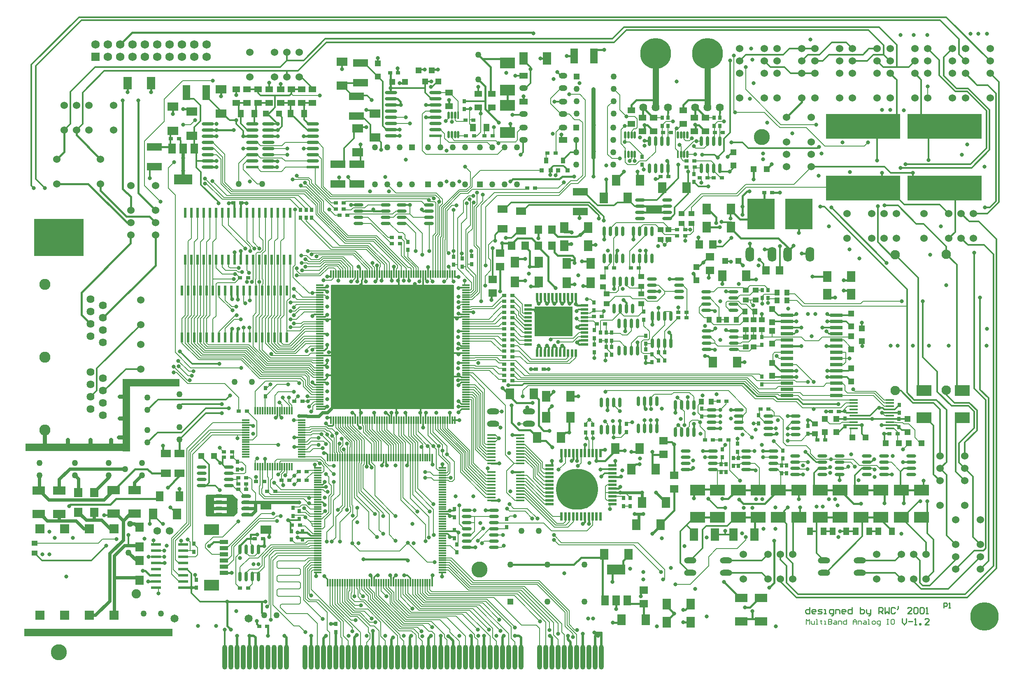
<source format=gtl>
%FSAX43Y43*%
%MOMM*%
G71*
G01*
G75*
%ADD10R,11.430X1.524*%
%ADD11R,30.480X1.524*%
%ADD12R,1.524X0.305*%
%ADD13R,0.305X1.524*%
%ADD14R,1.524X1.270*%
%ADD15R,0.762X0.889*%
%ADD16O,0.432X1.524*%
%ADD17R,0.432X1.524*%
%ADD18R,1.778X2.286*%
%ADD19R,1.270X1.143*%
%ADD20R,1.524X3.048*%
%ADD21R,0.889X0.762*%
%ADD22R,3.048X1.524*%
%ADD23R,1.270X1.524*%
%ADD24R,2.286X1.778*%
%ADD25R,1.524X0.508*%
%ADD26O,0.610X2.032*%
%ADD27R,1.143X1.270*%
%ADD28R,1.778X1.524*%
%ADD29R,1.524X1.778*%
%ADD30R,1.524X2.032*%
%ADD31R,2.540X0.610*%
%ADD32O,2.540X0.610*%
%ADD33O,1.778X3.048*%
%ADD34R,5.588X6.350*%
%ADD35R,3.810X2.032*%
%ADD36R,2.032X1.524*%
%ADD37R,1.727X1.219*%
%ADD38O,1.727X1.219*%
%ADD39O,2.540X1.270*%
%ADD40O,2.032X0.610*%
%ADD41R,15.240X5.080*%
%ADD42R,2.540X1.778*%
%ADD43R,0.914X1.270*%
%ADD44R,0.914X0.914*%
%ADD45R,1.778X2.540*%
%ADD46R,3.048X2.286*%
%ADD47R,1.270X1.016*%
%ADD48R,1.016X1.270*%
%ADD49R,1.780X0.420*%
%ADD50R,1.780X0.420*%
%ADD51O,1.016X5.080*%
%ADD52O,2.032X0.762*%
%ADD53R,1.727X1.829*%
%ADD54R,1.778X0.508*%
%ADD55R,2.540X0.635*%
%ADD56R,0.508X1.524*%
%ADD57R,0.508X1.778*%
%ADD58R,0.610X2.032*%
%ADD59R,2.032X0.610*%
%ADD60R,21.590X1.524*%
%ADD61R,1.524X14.859*%
%ADD62O,8.636X8.382*%
%ADD63R,7.874X6.096*%
%ADD64R,1.727X0.813*%
%ADD65C,0.203*%
%ADD66C,0.356*%
%ADD67C,0.457*%
%ADD68C,0.305*%
%ADD69C,1.270*%
%ADD70C,0.508*%
%ADD71C,0.406*%
%ADD72C,0.635*%
%ADD73C,0.381*%
%ADD74C,0.584*%
%ADD75C,0.254*%
%ADD76C,0.813*%
%ADD77C,0.711*%
%ADD78C,0.889*%
%ADD79R,25.146X25.400*%
%ADD80R,1.397X0.635*%
%ADD81C,1.270*%
%ADD82C,1.651*%
%ADD83C,1.524*%
%ADD84R,1.270X1.270*%
%ADD85C,1.626*%
%ADD86C,3.302*%
%ADD87R,10.160X7.620*%
%ADD88C,2.286*%
%ADD89C,6.350*%
%ADD90C,1.930*%
%ADD91C,5.842*%
%ADD92C,1.905*%
%ADD93R,1.905X1.905*%
%ADD94C,1.575*%
%ADD95C,1.727*%
%ADD96R,1.727X1.727*%
%ADD97C,0.813*%
D10*
X0027356Y0061087D02*
D03*
D11*
X0016332Y0009677D02*
D03*
D12*
X0061835Y0079140D02*
D03*
X0091935Y0077140D02*
D03*
X0091935Y0077640D02*
D03*
X0091935Y0078140D02*
D03*
X0061400Y0022039D02*
D03*
X0061400Y0022539D02*
D03*
X0061400Y0023039D02*
D03*
X0061400Y0023539D02*
D03*
X0061400Y0024039D02*
D03*
X0061400Y0024539D02*
D03*
X0061400Y0025039D02*
D03*
X0061400Y0025539D02*
D03*
X0061400Y0026039D02*
D03*
X0061400Y0026539D02*
D03*
X0061400Y0027539D02*
D03*
X0061400Y0028039D02*
D03*
X0061400Y0028539D02*
D03*
X0061400Y0029039D02*
D03*
X0061400Y0029539D02*
D03*
X0061400Y0030039D02*
D03*
X0061400Y0030539D02*
D03*
X0061400Y0031039D02*
D03*
X0061400Y0031539D02*
D03*
X0061400Y0032039D02*
D03*
X0061400Y0032539D02*
D03*
X0061400Y0033039D02*
D03*
X0061400Y0033539D02*
D03*
X0061400Y0034039D02*
D03*
X0061400Y0034539D02*
D03*
X0061400Y0035039D02*
D03*
X0061400Y0035539D02*
D03*
X0061400Y0036039D02*
D03*
X0061400Y0036539D02*
D03*
X0061400Y0037039D02*
D03*
X0061400Y0037539D02*
D03*
X0061400Y0038039D02*
D03*
X0061400Y0038539D02*
D03*
X0061400Y0039039D02*
D03*
X0061400Y0039539D02*
D03*
X0061400Y0040039D02*
D03*
X0061400Y0042539D02*
D03*
X0061400Y0043039D02*
D03*
X0061400Y0043539D02*
D03*
X0087100Y0043539D02*
D03*
X0087100Y0043039D02*
D03*
X0087100Y0042539D02*
D03*
X0087100Y0042039D02*
D03*
X0087100Y0041539D02*
D03*
X0087100Y0041039D02*
D03*
X0087100Y0034539D02*
D03*
X0087100Y0034039D02*
D03*
X0087100Y0030539D02*
D03*
X0087100Y0030039D02*
D03*
X0087100Y0027539D02*
D03*
X0087100Y0026039D02*
D03*
X0087100Y0025539D02*
D03*
X0087100Y0025039D02*
D03*
X0087100Y0024539D02*
D03*
X0087100Y0024039D02*
D03*
X0087100Y0023539D02*
D03*
X0087100Y0023039D02*
D03*
X0087100Y0022539D02*
D03*
X0087100Y0022039D02*
D03*
X0061400Y0042039D02*
D03*
X0061400Y0041539D02*
D03*
X0061400Y0041039D02*
D03*
X0061400Y0040539D02*
D03*
X0087100Y0026539D02*
D03*
X0087100Y0027039D02*
D03*
X0087100Y0028039D02*
D03*
X0087100Y0028539D02*
D03*
X0087100Y0029039D02*
D03*
X0087100Y0029539D02*
D03*
X0087100Y0031039D02*
D03*
X0087100Y0031539D02*
D03*
X0087100Y0032039D02*
D03*
X0087100Y0032539D02*
D03*
X0087100Y0033039D02*
D03*
X0087100Y0033539D02*
D03*
X0087100Y0035039D02*
D03*
X0087100Y0035539D02*
D03*
X0087100Y0036039D02*
D03*
X0087100Y0036539D02*
D03*
X0087100Y0037039D02*
D03*
X0087100Y0037539D02*
D03*
X0087100Y0038039D02*
D03*
X0087100Y0038539D02*
D03*
X0087100Y0039039D02*
D03*
X0087100Y0039539D02*
D03*
X0087100Y0040039D02*
D03*
X0087100Y0040539D02*
D03*
X0061400Y0027039D02*
D03*
X0061835Y0055640D02*
D03*
X0061835Y0056140D02*
D03*
X0061835Y0056640D02*
D03*
X0061835Y0057140D02*
D03*
X0061835Y0057640D02*
D03*
X0061835Y0058140D02*
D03*
X0061835Y0058640D02*
D03*
X0061835Y0060640D02*
D03*
X0061835Y0061140D02*
D03*
X0061835Y0061640D02*
D03*
X0061835Y0064640D02*
D03*
X0061835Y0066640D02*
D03*
X0061835Y0067140D02*
D03*
X0061835Y0067640D02*
D03*
X0061835Y0068140D02*
D03*
X0061835Y0068640D02*
D03*
X0061835Y0071140D02*
D03*
X0061835Y0073140D02*
D03*
X0061835Y0073640D02*
D03*
X0061835Y0074140D02*
D03*
X0061835Y0074640D02*
D03*
X0061835Y0075140D02*
D03*
X0061835Y0075640D02*
D03*
X0061835Y0076140D02*
D03*
X0061835Y0076640D02*
D03*
X0061835Y0077140D02*
D03*
X0061835Y0077640D02*
D03*
X0061835Y0078140D02*
D03*
X0061835Y0078640D02*
D03*
X0061835Y0080140D02*
D03*
X0061835Y0080640D02*
D03*
X0061835Y0081140D02*
D03*
X0091935Y0081140D02*
D03*
X0091935Y0080640D02*
D03*
X0091935Y0080140D02*
D03*
X0091935Y0079640D02*
D03*
X0091935Y0079140D02*
D03*
X0091935Y0075640D02*
D03*
X0091935Y0075140D02*
D03*
X0091935Y0074640D02*
D03*
X0091935Y0071640D02*
D03*
X0091935Y0068640D02*
D03*
X0091935Y0068140D02*
D03*
X0091935Y0067640D02*
D03*
X0091935Y0067140D02*
D03*
X0091935Y0065140D02*
D03*
X0091935Y0063140D02*
D03*
X0091935Y0062640D02*
D03*
X0091935Y0062140D02*
D03*
X0091935Y0061640D02*
D03*
X0091935Y0061140D02*
D03*
X0091935Y0060640D02*
D03*
X0091935Y0060140D02*
D03*
X0091935Y0059640D02*
D03*
X0091935Y0059140D02*
D03*
X0091935Y0058640D02*
D03*
X0091935Y0058140D02*
D03*
X0091935Y0057640D02*
D03*
X0091935Y0057140D02*
D03*
X0091935Y0056640D02*
D03*
X0091935Y0056140D02*
D03*
X0091935Y0055640D02*
D03*
X0061835Y0072640D02*
D03*
X0061835Y0064140D02*
D03*
X0061835Y0063140D02*
D03*
X0061835Y0062140D02*
D03*
X0061835Y0059140D02*
D03*
X0061835Y0060140D02*
D03*
X0061835Y0062640D02*
D03*
X0061835Y0063640D02*
D03*
X0061835Y0065140D02*
D03*
X0061835Y0059640D02*
D03*
X0061835Y0072140D02*
D03*
X0061835Y0070640D02*
D03*
X0061835Y0069640D02*
D03*
X0061835Y0069140D02*
D03*
X0061835Y0070140D02*
D03*
X0061835Y0071640D02*
D03*
X0061835Y0066140D02*
D03*
X0061835Y0065640D02*
D03*
X0091935Y0069640D02*
D03*
X0091935Y0070140D02*
D03*
X0091935Y0070640D02*
D03*
X0091935Y0071140D02*
D03*
X0091935Y0072140D02*
D03*
X0091935Y0072640D02*
D03*
X0091935Y0073140D02*
D03*
X0091935Y0073640D02*
D03*
X0091935Y0074140D02*
D03*
X0091935Y0076140D02*
D03*
X0091935Y0076640D02*
D03*
X0091935Y0065640D02*
D03*
X0091935Y0066140D02*
D03*
X0091935Y0064640D02*
D03*
X0091935Y0064140D02*
D03*
X0091935Y0063640D02*
D03*
X0091935Y0069140D02*
D03*
X0091935Y0066640D02*
D03*
X0058109Y0053340D02*
D03*
X0058109Y0052840D02*
D03*
X0058109Y0052340D02*
D03*
X0058109Y0051840D02*
D03*
X0058109Y0051340D02*
D03*
X0058109Y0050840D02*
D03*
X0058109Y0050340D02*
D03*
X0058109Y0049840D02*
D03*
X0058109Y0049340D02*
D03*
X0058109Y0048840D02*
D03*
X0058109Y0048340D02*
D03*
X0058109Y0047840D02*
D03*
X0058109Y0047340D02*
D03*
X0058109Y0046840D02*
D03*
X0058109Y0046340D02*
D03*
X0058109Y0045840D02*
D03*
X0046609Y0045840D02*
D03*
X0046609Y0046340D02*
D03*
X0046609Y0046840D02*
D03*
X0046609Y0047340D02*
D03*
X0046609Y0047840D02*
D03*
X0046609Y0048340D02*
D03*
X0046609Y0048840D02*
D03*
X0046609Y0049840D02*
D03*
X0046609Y0050840D02*
D03*
X0046609Y0051340D02*
D03*
X0046609Y0051840D02*
D03*
X0046609Y0052340D02*
D03*
X0046609Y0052840D02*
D03*
X0046609Y0053340D02*
D03*
X0046609Y0049340D02*
D03*
X0091935Y0078640D02*
D03*
X0061835Y0079640D02*
D03*
X0046609Y0050340D02*
D03*
D13*
X0052109Y0055340D02*
D03*
X0082135Y0083440D02*
D03*
X0081635Y0083440D02*
D03*
X0063500Y0045639D02*
D03*
X0064000Y0045639D02*
D03*
X0064500Y0045639D02*
D03*
X0065000Y0045639D02*
D03*
X0065500Y0045639D02*
D03*
X0066000Y0045639D02*
D03*
X0066500Y0045639D02*
D03*
X0067000Y0045639D02*
D03*
X0067500Y0045639D02*
D03*
X0068000Y0045639D02*
D03*
X0068500Y0045639D02*
D03*
X0069000Y0045639D02*
D03*
X0069500Y0045639D02*
D03*
X0070000Y0045639D02*
D03*
X0070500Y0045639D02*
D03*
X0071000Y0045639D02*
D03*
X0071500Y0045639D02*
D03*
X0072000Y0045639D02*
D03*
X0072500Y0045639D02*
D03*
X0073000Y0045639D02*
D03*
X0073500Y0045639D02*
D03*
X0074000Y0045639D02*
D03*
X0074500Y0045639D02*
D03*
X0075000Y0045639D02*
D03*
X0075500Y0045639D02*
D03*
X0076000Y0045639D02*
D03*
X0076500Y0045639D02*
D03*
X0077000Y0045639D02*
D03*
X0077500Y0045639D02*
D03*
X0078000Y0045639D02*
D03*
X0078500Y0045639D02*
D03*
X0079000Y0045639D02*
D03*
X0079500Y0045639D02*
D03*
X0080000Y0045639D02*
D03*
X0080500Y0045639D02*
D03*
X0081000Y0045639D02*
D03*
X0081500Y0045639D02*
D03*
X0082000Y0045639D02*
D03*
X0083000Y0045639D02*
D03*
X0084500Y0045639D02*
D03*
X0085000Y0045639D02*
D03*
X0085000Y0019939D02*
D03*
X0084500Y0019939D02*
D03*
X0084000Y0019939D02*
D03*
X0083500Y0019939D02*
D03*
X0083000Y0019939D02*
D03*
X0082500Y0019939D02*
D03*
X0082000Y0019939D02*
D03*
X0081500Y0019939D02*
D03*
X0081000Y0019939D02*
D03*
X0080500Y0019939D02*
D03*
X0080000Y0019939D02*
D03*
X0079500Y0019939D02*
D03*
X0079000Y0019939D02*
D03*
X0078500Y0019939D02*
D03*
X0078000Y0019939D02*
D03*
X0077500Y0019939D02*
D03*
X0077000Y0019939D02*
D03*
X0076500Y0019939D02*
D03*
X0076000Y0019939D02*
D03*
X0075500Y0019939D02*
D03*
X0075000Y0019939D02*
D03*
X0074500Y0019939D02*
D03*
X0074000Y0019939D02*
D03*
X0073500Y0019939D02*
D03*
X0073000Y0019939D02*
D03*
X0072500Y0019939D02*
D03*
X0072000Y0019939D02*
D03*
X0071500Y0019939D02*
D03*
X0071000Y0019939D02*
D03*
X0070500Y0019939D02*
D03*
X0070000Y0019939D02*
D03*
X0069500Y0019939D02*
D03*
X0069000Y0019939D02*
D03*
X0068500Y0019939D02*
D03*
X0068000Y0019939D02*
D03*
X0067500Y0019939D02*
D03*
X0067000Y0019939D02*
D03*
X0066500Y0019939D02*
D03*
X0066000Y0019939D02*
D03*
X0065500Y0019939D02*
D03*
X0065000Y0019939D02*
D03*
X0064500Y0019939D02*
D03*
X0064000Y0019939D02*
D03*
X0063500Y0019939D02*
D03*
X0084000Y0045639D02*
D03*
X0083500Y0045639D02*
D03*
X0082500Y0045639D02*
D03*
X0064135Y0083440D02*
D03*
X0064635Y0083440D02*
D03*
X0065135Y0083440D02*
D03*
X0065635Y0083440D02*
D03*
X0066135Y0083440D02*
D03*
X0066635Y0083440D02*
D03*
X0067135Y0083440D02*
D03*
X0067635Y0083440D02*
D03*
X0068135Y0083440D02*
D03*
X0068635Y0083440D02*
D03*
X0069135Y0083440D02*
D03*
X0069635Y0083440D02*
D03*
X0070135Y0083440D02*
D03*
X0070635Y0083440D02*
D03*
X0071135Y0083440D02*
D03*
X0071635Y0083440D02*
D03*
X0072135Y0083440D02*
D03*
X0072635Y0083440D02*
D03*
X0073135Y0083440D02*
D03*
X0073635Y0083440D02*
D03*
X0074635Y0083440D02*
D03*
X0075135Y0083440D02*
D03*
X0075635Y0083440D02*
D03*
X0076635Y0083440D02*
D03*
X0077135Y0083440D02*
D03*
X0078135Y0083440D02*
D03*
X0079135Y0083440D02*
D03*
X0080135Y0083440D02*
D03*
X0082635Y0083440D02*
D03*
X0083135Y0083440D02*
D03*
X0083635Y0083440D02*
D03*
X0084135Y0083440D02*
D03*
X0084635Y0083440D02*
D03*
X0088135Y0083440D02*
D03*
X0088635Y0083440D02*
D03*
X0089135Y0083440D02*
D03*
X0089635Y0083440D02*
D03*
X0089635Y0053340D02*
D03*
X0089135Y0053340D02*
D03*
X0088635Y0053340D02*
D03*
X0088135Y0053340D02*
D03*
X0087635Y0053340D02*
D03*
X0087135Y0053340D02*
D03*
X0086635Y0053340D02*
D03*
X0086135Y0053340D02*
D03*
X0085635Y0053340D02*
D03*
X0085135Y0053340D02*
D03*
X0084635Y0053340D02*
D03*
X0084135Y0053340D02*
D03*
X0083635Y0053340D02*
D03*
X0083135Y0053340D02*
D03*
X0082635Y0053340D02*
D03*
X0082135Y0053340D02*
D03*
X0081635Y0053340D02*
D03*
X0081135Y0053340D02*
D03*
X0080635Y0053340D02*
D03*
X0080135Y0053340D02*
D03*
X0079635Y0053340D02*
D03*
X0079135Y0053340D02*
D03*
X0078635Y0053340D02*
D03*
X0078135Y0053340D02*
D03*
X0077635Y0053340D02*
D03*
X0077135Y0053340D02*
D03*
X0076635Y0053340D02*
D03*
X0076135Y0053340D02*
D03*
X0075635Y0053340D02*
D03*
X0075135Y0053340D02*
D03*
X0074635Y0053340D02*
D03*
X0074135Y0053340D02*
D03*
X0073635Y0053340D02*
D03*
X0073135Y0053340D02*
D03*
X0072635Y0053340D02*
D03*
X0072135Y0053340D02*
D03*
X0071635Y0053340D02*
D03*
X0071135Y0053340D02*
D03*
X0070635Y0053340D02*
D03*
X0070135Y0053340D02*
D03*
X0069635Y0053340D02*
D03*
X0069135Y0053340D02*
D03*
X0068635Y0053340D02*
D03*
X0068135Y0053340D02*
D03*
X0067635Y0053340D02*
D03*
X0067135Y0053340D02*
D03*
X0066635Y0053340D02*
D03*
X0066135Y0053340D02*
D03*
X0065635Y0053340D02*
D03*
X0065135Y0053340D02*
D03*
X0064635Y0053340D02*
D03*
X0064135Y0053340D02*
D03*
X0087135Y0083440D02*
D03*
X0087635Y0083440D02*
D03*
X0053609Y0043840D02*
D03*
X0052609Y0043840D02*
D03*
X0048609Y0055340D02*
D03*
X0049109Y0055340D02*
D03*
X0049609Y0055340D02*
D03*
X0050109Y0055340D02*
D03*
X0050609Y0055340D02*
D03*
X0051109Y0055340D02*
D03*
X0051609Y0055340D02*
D03*
X0053109Y0055340D02*
D03*
X0053609Y0055340D02*
D03*
X0054109Y0055340D02*
D03*
X0054609Y0055340D02*
D03*
X0055109Y0055340D02*
D03*
X0055609Y0055340D02*
D03*
X0056109Y0055340D02*
D03*
X0056109Y0043840D02*
D03*
X0055609Y0043840D02*
D03*
X0055109Y0043840D02*
D03*
X0054609Y0043840D02*
D03*
X0054109Y0043840D02*
D03*
X0053109Y0043840D02*
D03*
X0052109Y0043840D02*
D03*
X0051609Y0043840D02*
D03*
X0051109Y0043840D02*
D03*
X0050609Y0043840D02*
D03*
X0050109Y0043840D02*
D03*
X0049609Y0043840D02*
D03*
X0049109Y0043840D02*
D03*
X0048609Y0043840D02*
D03*
X0074135Y0083440D02*
D03*
X0080635Y0083440D02*
D03*
X0077635Y0083440D02*
D03*
X0078635Y0083440D02*
D03*
X0079635Y0083440D02*
D03*
X0076135Y0083440D02*
D03*
X0081135Y0083440D02*
D03*
X0085635Y0083440D02*
D03*
X0085135Y0083440D02*
D03*
X0086135Y0083440D02*
D03*
X0086635Y0083440D02*
D03*
X0052609Y0055340D02*
D03*
D14*
X0130556Y0115570D02*
D03*
X0130556Y0112776D02*
D03*
X0125984Y0117094D02*
D03*
X0125984Y0114300D02*
D03*
X0097282Y0117729D02*
D03*
X0097282Y0120523D02*
D03*
X0094488Y0117729D02*
D03*
X0094488Y0120523D02*
D03*
X0136652Y0117094D02*
D03*
X0136652Y0114300D02*
D03*
X0058166Y0118618D02*
D03*
X0058166Y0121412D02*
D03*
X0138938Y0112776D02*
D03*
X0141224Y0112776D02*
D03*
X0138938Y0115570D02*
D03*
X0141224Y0115570D02*
D03*
X0128270Y0112776D02*
D03*
X0056007Y0118618D02*
D03*
X0056007Y0121412D02*
D03*
X0060325Y0121412D02*
D03*
X0060325Y0118618D02*
D03*
X0053848Y0118618D02*
D03*
X0053848Y0121412D02*
D03*
X0049149Y0121412D02*
D03*
X0049149Y0118618D02*
D03*
X0046863Y0118618D02*
D03*
X0046863Y0121412D02*
D03*
X0051435Y0121412D02*
D03*
X0051435Y0118618D02*
D03*
X0044704Y0118618D02*
D03*
X0044704Y0121412D02*
D03*
X0088443Y0117983D02*
D03*
X0088443Y0120777D02*
D03*
X0128270Y0115570D02*
D03*
D15*
X0128143Y0107569D02*
D03*
X0128143Y0105918D02*
D03*
X0145415Y0044323D02*
D03*
X0145415Y0042672D02*
D03*
X0146939Y0045593D02*
D03*
X0146939Y0043942D02*
D03*
X0157861Y0044069D02*
D03*
X0157861Y0042418D02*
D03*
X0143002Y0115570D02*
D03*
X0143002Y0113919D02*
D03*
X0144145Y0115570D02*
D03*
X0144145Y0113919D02*
D03*
X0132334Y0115570D02*
D03*
X0132334Y0113919D02*
D03*
X0133477Y0115570D02*
D03*
X0133477Y0113919D02*
D03*
X0091567Y0117348D02*
D03*
X0091567Y0118999D02*
D03*
X0152146Y0052705D02*
D03*
X0152146Y0054356D02*
D03*
X0093091Y0085471D02*
D03*
X0093091Y0087122D02*
D03*
X0080010Y0090043D02*
D03*
X0080010Y0088392D02*
D03*
X0091186Y0086614D02*
D03*
X0091186Y0084963D02*
D03*
X0059055Y0096647D02*
D03*
X0044958Y0044831D02*
D03*
X0044958Y0043180D02*
D03*
X0060198Y0096647D02*
D03*
X0057912Y0096647D02*
D03*
X0152781Y0062357D02*
D03*
X0152781Y0060706D02*
D03*
X0100330Y0033020D02*
D03*
X0100330Y0031369D02*
D03*
X0140459Y0054102D02*
D03*
X0140459Y0055753D02*
D03*
X0050673Y0058293D02*
D03*
X0050673Y0059944D02*
D03*
X0065151Y0011430D02*
D03*
X0065151Y0009779D02*
D03*
X0181102Y0056515D02*
D03*
X0181102Y0054864D02*
D03*
X0118237Y0075946D02*
D03*
X0118237Y0077597D02*
D03*
X0118364Y0070231D02*
D03*
X0118364Y0071882D02*
D03*
X0132842Y0065659D02*
D03*
X0132842Y0067310D02*
D03*
X0120777Y0068453D02*
D03*
X0120777Y0066802D02*
D03*
X0121920Y0071374D02*
D03*
X0121920Y0069723D02*
D03*
X0130175Y0066929D02*
D03*
X0130175Y0065278D02*
D03*
X0128905Y0066294D02*
D03*
X0128905Y0067945D02*
D03*
X0169926Y0052070D02*
D03*
X0169926Y0053721D02*
D03*
X0180975Y0051943D02*
D03*
X0180975Y0053594D02*
D03*
X0125730Y0035687D02*
D03*
X0125730Y0037338D02*
D03*
X0036449Y0020523D02*
D03*
X0152781Y0068834D02*
D03*
X0152781Y0070485D02*
D03*
X0119634Y0071374D02*
D03*
X0119634Y0069723D02*
D03*
X0118364Y0067310D02*
D03*
X0118364Y0068961D02*
D03*
X0128905Y0069088D02*
D03*
X0128905Y0070739D02*
D03*
X0120777Y0069723D02*
D03*
X0120777Y0071374D02*
D03*
X0121920Y0066802D02*
D03*
X0121920Y0068453D02*
D03*
X0128524Y0075692D02*
D03*
X0128524Y0074041D02*
D03*
X0131572Y0065659D02*
D03*
X0131572Y0067310D02*
D03*
X0124968Y0052578D02*
D03*
X0124968Y0050927D02*
D03*
X0162306Y0050546D02*
D03*
X0162306Y0052197D02*
D03*
X0124333Y0037338D02*
D03*
X0124333Y0035687D02*
D03*
X0116586Y0050800D02*
D03*
X0116586Y0052451D02*
D03*
X0117983Y0050800D02*
D03*
X0117983Y0052451D02*
D03*
X0057658Y0033020D02*
D03*
X0057658Y0034671D02*
D03*
X0056007Y0030480D02*
D03*
X0056007Y0028829D02*
D03*
X0058293Y0028829D02*
D03*
X0058293Y0030480D02*
D03*
X0089535Y0030734D02*
D03*
X0089535Y0029083D02*
D03*
X0090043Y0027813D02*
D03*
X0090043Y0026162D02*
D03*
X0089535Y0035052D02*
D03*
X0089535Y0033401D02*
D03*
X0089408Y0086995D02*
D03*
X0089408Y0085344D02*
D03*
X0138862Y0102362D02*
D03*
X0060198Y0094996D02*
D03*
X0059055Y0094996D02*
D03*
X0057912Y0094996D02*
D03*
X0138862Y0104013D02*
D03*
X0036449Y0018872D02*
D03*
X0154051Y0078486D02*
D03*
X0152908Y0078486D02*
D03*
X0154051Y0080137D02*
D03*
X0152908Y0080137D02*
D03*
X0144653Y0047371D02*
D03*
X0144653Y0045720D02*
D03*
X0147955Y0045593D02*
D03*
X0147955Y0043942D02*
D03*
X0147828Y0048514D02*
D03*
X0147828Y0046863D02*
D03*
X0156845Y0044069D02*
D03*
X0156845Y0042418D02*
D03*
X0157099Y0047117D02*
D03*
X0157099Y0045466D02*
D03*
X0144399Y0044323D02*
D03*
X0144399Y0042672D02*
D03*
X0056388Y0035306D02*
D03*
X0056388Y0033655D02*
D03*
X0035941Y0027940D02*
D03*
X0035941Y0026289D02*
D03*
D16*
X0136159Y0108077D02*
D03*
X0137460Y0112039D02*
D03*
X0136809Y0112039D02*
D03*
X0136159Y0112039D02*
D03*
X0135509Y0112039D02*
D03*
X0137460Y0108077D02*
D03*
X0136809Y0108077D02*
D03*
X0125364Y0108077D02*
D03*
X0126665Y0112039D02*
D03*
X0126014Y0112039D02*
D03*
X0125364Y0112039D02*
D03*
X0124714Y0112039D02*
D03*
X0126665Y0108077D02*
D03*
X0126014Y0108077D02*
D03*
X0089698Y0116078D02*
D03*
X0088397Y0112116D02*
D03*
X0089047Y0112116D02*
D03*
X0089698Y0112116D02*
D03*
X0090348Y0112116D02*
D03*
X0088397Y0116078D02*
D03*
X0089047Y0116078D02*
D03*
D17*
X0135509Y0108077D02*
D03*
X0124714Y0108077D02*
D03*
X0090348Y0116078D02*
D03*
D18*
X0125222Y0099060D02*
D03*
X0120269Y0099060D02*
D03*
X0132334Y0101219D02*
D03*
X0137287Y0101219D02*
D03*
X0112649Y0085598D02*
D03*
X0117602Y0085598D02*
D03*
X0130937Y0043307D02*
D03*
X0125984Y0043307D02*
D03*
X0122809Y0102743D02*
D03*
X0127762Y0102743D02*
D03*
X0027559Y0034036D02*
D03*
X0032512Y0034036D02*
D03*
X0144653Y0083058D02*
D03*
X0149606Y0083058D02*
D03*
X0120396Y0025781D02*
D03*
X0125349Y0025781D02*
D03*
X0141478Y0096774D02*
D03*
X0146431Y0096774D02*
D03*
X0108458Y0058293D02*
D03*
X0113411Y0058293D02*
D03*
X0101981Y0081788D02*
D03*
X0106934Y0081788D02*
D03*
X0101981Y0085852D02*
D03*
X0106934Y0085852D02*
D03*
X0133096Y0036449D02*
D03*
X0128143Y0036449D02*
D03*
X0127635Y0047498D02*
D03*
X0122682Y0047498D02*
D03*
X0171196Y0082931D02*
D03*
X0166243Y0082931D02*
D03*
X0105918Y0058801D02*
D03*
X0100965Y0058801D02*
D03*
X0117094Y0092964D02*
D03*
X0112141Y0092964D02*
D03*
X0171196Y0079248D02*
D03*
X0166243Y0079248D02*
D03*
X0108458Y0053975D02*
D03*
X0113411Y0053975D02*
D03*
X0117602Y0081661D02*
D03*
X0112649Y0081661D02*
D03*
X0138176Y0011811D02*
D03*
X0133223Y0011811D02*
D03*
X0147701Y0065278D02*
D03*
X0142748Y0065278D02*
D03*
X0131953Y0031877D02*
D03*
X0127000Y0031877D02*
D03*
X0112141Y0089281D02*
D03*
X0117094Y0089281D02*
D03*
X0111506Y0049784D02*
D03*
X0106553Y0049784D02*
D03*
X0138176Y0015494D02*
D03*
X0133223Y0015494D02*
D03*
X0146431Y0093091D02*
D03*
X0141478Y0093091D02*
D03*
X0128905Y0012319D02*
D03*
X0123952Y0012319D02*
D03*
D19*
X0146939Y0105791D02*
D03*
X0146939Y0108458D02*
D03*
X0073787Y0124079D02*
D03*
X0139319Y0084836D02*
D03*
X0073787Y0126746D02*
D03*
X0171196Y0067945D02*
D03*
X0154940Y0069088D02*
D03*
X0171196Y0075311D02*
D03*
X0171196Y0072644D02*
D03*
X0154940Y0076200D02*
D03*
X0154940Y0073533D02*
D03*
X0173355Y0069596D02*
D03*
X0173355Y0072263D02*
D03*
X0171196Y0061341D02*
D03*
X0171196Y0064008D02*
D03*
X0154940Y0062484D02*
D03*
X0154940Y0065151D02*
D03*
X0154940Y0071755D02*
D03*
X0171196Y0070612D02*
D03*
X0165735Y0053594D02*
D03*
X0165735Y0050927D02*
D03*
X0182753Y0053594D02*
D03*
X0182753Y0050927D02*
D03*
X0168148Y0053594D02*
D03*
X0168148Y0050927D02*
D03*
X0139319Y0082169D02*
D03*
D20*
X0114173Y0128270D02*
D03*
X0118237Y0128270D02*
D03*
X0034417Y0120777D02*
D03*
X0038481Y0120777D02*
D03*
D21*
X0144780Y0112522D02*
D03*
X0143129Y0112522D02*
D03*
X0132461Y0112522D02*
D03*
X0134112Y0112522D02*
D03*
X0145923Y0049276D02*
D03*
X0144272Y0049276D02*
D03*
X0097409Y0111887D02*
D03*
X0095758Y0111887D02*
D03*
X0127508Y0084709D02*
D03*
X0125857Y0084709D02*
D03*
X0120777Y0084709D02*
D03*
X0122428Y0084709D02*
D03*
X0152527Y0055626D02*
D03*
X0154178Y0055626D02*
D03*
X0077978Y0124841D02*
D03*
X0076327Y0124841D02*
D03*
X0137287Y0106680D02*
D03*
X0137338Y0105410D02*
D03*
X0133604Y0103505D02*
D03*
X0131953Y0103505D02*
D03*
X0108712Y0108331D02*
D03*
X0110363Y0108331D02*
D03*
X0093472Y0115062D02*
D03*
X0091821Y0115062D02*
D03*
X0043815Y0045720D02*
D03*
X0042164Y0045720D02*
D03*
X0042164Y0046863D02*
D03*
X0043815Y0046863D02*
D03*
X0048514Y0028956D02*
D03*
X0050165Y0028956D02*
D03*
X0045085Y0039116D02*
D03*
X0046736Y0039116D02*
D03*
X0045085Y0040259D02*
D03*
X0046736Y0041529D02*
D03*
X0046736Y0040259D02*
D03*
X0045085Y0041529D02*
D03*
X0052705Y0038735D02*
D03*
X0051054Y0038735D02*
D03*
X0135382Y0092583D02*
D03*
X0137033Y0092583D02*
D03*
X0119888Y0074676D02*
D03*
X0118237Y0074676D02*
D03*
X0101473Y0078994D02*
D03*
X0099822Y0078994D02*
D03*
X0145539Y0057277D02*
D03*
X0143888Y0057277D02*
D03*
X0044069Y0098044D02*
D03*
X0045720Y0098044D02*
D03*
X0107950Y0063881D02*
D03*
X0106299Y0063881D02*
D03*
X0051054Y0010922D02*
D03*
X0049403Y0010922D02*
D03*
X0167005Y0055118D02*
D03*
X0168656Y0055118D02*
D03*
X0135636Y0075565D02*
D03*
X0137287Y0075565D02*
D03*
X0141097Y0049276D02*
D03*
X0142748Y0049276D02*
D03*
X0180721Y0050546D02*
D03*
X0179070Y0050546D02*
D03*
X0154940Y0100203D02*
D03*
X0045466Y0082677D02*
D03*
X0047117Y0082677D02*
D03*
X0137033Y0091313D02*
D03*
X0135382Y0091313D02*
D03*
X0137287Y0074422D02*
D03*
X0135636Y0074422D02*
D03*
X0099822Y0077851D02*
D03*
X0101473Y0077851D02*
D03*
X0099822Y0076708D02*
D03*
X0101473Y0076708D02*
D03*
X0099822Y0075565D02*
D03*
X0101473Y0075565D02*
D03*
X0099822Y0074422D02*
D03*
X0101473Y0074422D02*
D03*
X0099822Y0073279D02*
D03*
X0101473Y0073279D02*
D03*
X0099822Y0072136D02*
D03*
X0101473Y0072136D02*
D03*
X0099822Y0070993D02*
D03*
X0101473Y0070993D02*
D03*
X0099822Y0069850D02*
D03*
X0101473Y0069850D02*
D03*
X0099822Y0068707D02*
D03*
X0101473Y0068707D02*
D03*
X0099822Y0067564D02*
D03*
X0101473Y0067564D02*
D03*
X0099822Y0066421D02*
D03*
X0101473Y0066421D02*
D03*
X0118872Y0073152D02*
D03*
X0120523Y0073152D02*
D03*
X0101473Y0064897D02*
D03*
X0099822Y0064897D02*
D03*
X0101473Y0063754D02*
D03*
X0099822Y0063754D02*
D03*
X0101473Y0062611D02*
D03*
X0099822Y0062611D02*
D03*
X0101473Y0061468D02*
D03*
X0099822Y0061468D02*
D03*
X0164211Y0049276D02*
D03*
X0165862Y0049276D02*
D03*
X0056134Y0031750D02*
D03*
X0057785Y0031750D02*
D03*
X0057531Y0042799D02*
D03*
X0059182Y0042799D02*
D03*
X0055626Y0041021D02*
D03*
X0053975Y0041021D02*
D03*
X0057531Y0041021D02*
D03*
X0059182Y0041021D02*
D03*
X0056642Y0057277D02*
D03*
X0058293Y0057277D02*
D03*
X0045466Y0018796D02*
D03*
X0047117Y0018796D02*
D03*
X0048768Y0040767D02*
D03*
X0050419Y0040767D02*
D03*
X0078359Y0089662D02*
D03*
X0076708Y0089662D02*
D03*
X0078359Y0090932D02*
D03*
X0076708Y0090932D02*
D03*
X0067564Y0095504D02*
D03*
X0104521Y0101092D02*
D03*
X0106172Y0101092D02*
D03*
X0066802Y0096774D02*
D03*
X0065151Y0096774D02*
D03*
X0066802Y0098044D02*
D03*
X0065151Y0098044D02*
D03*
X0140005Y0103251D02*
D03*
X0091948Y0111887D02*
D03*
X0093599Y0111887D02*
D03*
X0032893Y0111252D02*
D03*
X0031242Y0111252D02*
D03*
X0045212Y0055245D02*
D03*
X0046863Y0055245D02*
D03*
X0141656Y0103251D02*
D03*
X0142926Y0103251D02*
D03*
X0138989Y0105410D02*
D03*
X0144577Y0103251D02*
D03*
X0138938Y0106680D02*
D03*
X0065913Y0095504D02*
D03*
X0153289Y0100203D02*
D03*
D22*
X0069393Y0115951D02*
D03*
X0069393Y0120015D02*
D03*
X0115443Y0100330D02*
D03*
X0115443Y0096266D02*
D03*
X0027813Y0109601D02*
D03*
X0027813Y0105537D02*
D03*
X0069520Y0101981D02*
D03*
X0069520Y0106045D02*
D03*
X0065583Y0106045D02*
D03*
X0065583Y0101981D02*
D03*
X0070231Y0122809D02*
D03*
X0070231Y0126873D02*
D03*
D23*
X0096139Y0113538D02*
D03*
X0093345Y0113538D02*
D03*
X0048387Y0116459D02*
D03*
X0045593Y0116459D02*
D03*
X0176784Y0030480D02*
D03*
X0179578Y0030480D02*
D03*
X0172085Y0030480D02*
D03*
X0174879Y0030480D02*
D03*
X0167386Y0030480D02*
D03*
X0170180Y0030480D02*
D03*
X0162687Y0030480D02*
D03*
X0165481Y0030480D02*
D03*
X0055880Y0116459D02*
D03*
X0058674Y0116459D02*
D03*
D24*
X0066421Y0122174D02*
D03*
X0066421Y0127127D02*
D03*
X0031623Y0117856D02*
D03*
X0031623Y0112903D02*
D03*
X0035560Y0116840D02*
D03*
X0035560Y0111887D02*
D03*
X0041529Y0121412D02*
D03*
X0041529Y0116459D02*
D03*
X0069647Y0108458D02*
D03*
X0069647Y0113411D02*
D03*
X0073203Y0116459D02*
D03*
X0073203Y0111506D02*
D03*
X0050800Y0030861D02*
D03*
X0050800Y0035814D02*
D03*
D25*
X0116332Y0070561D02*
D03*
X0104732Y0068961D02*
D03*
X0104732Y0069761D02*
D03*
X0104732Y0070561D02*
D03*
X0104732Y0071361D02*
D03*
X0104732Y0072161D02*
D03*
X0104732Y0072961D02*
D03*
X0104732Y0073761D02*
D03*
X0104732Y0074561D02*
D03*
X0104732Y0075361D02*
D03*
X0104732Y0076161D02*
D03*
X0104732Y0076961D02*
D03*
X0116332Y0076961D02*
D03*
X0116332Y0076161D02*
D03*
X0116332Y0075361D02*
D03*
X0116332Y0074561D02*
D03*
X0116332Y0073761D02*
D03*
X0116332Y0072961D02*
D03*
X0116332Y0072161D02*
D03*
X0116332Y0071361D02*
D03*
X0116332Y0069761D02*
D03*
X0116332Y0068961D02*
D03*
D26*
X0128905Y0092202D02*
D03*
X0142875Y0110744D02*
D03*
X0140335Y0110744D02*
D03*
X0144145Y0105156D02*
D03*
X0141605Y0110744D02*
D03*
X0144145Y0110744D02*
D03*
X0126238Y0081915D02*
D03*
X0124968Y0081915D02*
D03*
X0123698Y0081915D02*
D03*
X0122428Y0081915D02*
D03*
X0122428Y0076327D02*
D03*
X0123698Y0076327D02*
D03*
X0124968Y0076327D02*
D03*
X0126238Y0076327D02*
D03*
X0123444Y0067691D02*
D03*
X0124714Y0067691D02*
D03*
X0125984Y0067691D02*
D03*
X0127254Y0067691D02*
D03*
X0127254Y0073279D02*
D03*
X0125984Y0073279D02*
D03*
X0124714Y0073279D02*
D03*
X0123444Y0073279D02*
D03*
X0135001Y0050927D02*
D03*
X0136271Y0050927D02*
D03*
X0137541Y0050927D02*
D03*
X0138811Y0050927D02*
D03*
X0138811Y0056515D02*
D03*
X0137541Y0056515D02*
D03*
X0136271Y0056515D02*
D03*
X0135001Y0056515D02*
D03*
X0119761Y0051435D02*
D03*
X0121031Y0051435D02*
D03*
X0122301Y0051435D02*
D03*
X0123571Y0051435D02*
D03*
X0123571Y0057023D02*
D03*
X0122301Y0057023D02*
D03*
X0121031Y0057023D02*
D03*
X0119761Y0057023D02*
D03*
X0127381Y0057277D02*
D03*
X0128651Y0057277D02*
D03*
X0129921Y0057277D02*
D03*
X0131191Y0057277D02*
D03*
X0131191Y0051689D02*
D03*
X0129921Y0051689D02*
D03*
X0128651Y0051689D02*
D03*
X0127381Y0051689D02*
D03*
X0130175Y0086614D02*
D03*
X0128905Y0086614D02*
D03*
X0127635Y0086614D02*
D03*
X0126365Y0086614D02*
D03*
X0126365Y0092202D02*
D03*
X0127635Y0092202D02*
D03*
X0130175Y0092202D02*
D03*
X0134112Y0069215D02*
D03*
X0130302Y0074803D02*
D03*
X0131572Y0074803D02*
D03*
X0132842Y0074803D02*
D03*
X0134112Y0074803D02*
D03*
X0045466Y0026797D02*
D03*
X0046736Y0026797D02*
D03*
X0048006Y0026797D02*
D03*
X0049276Y0026797D02*
D03*
X0049276Y0021209D02*
D03*
X0048006Y0021209D02*
D03*
X0046736Y0021209D02*
D03*
X0045466Y0021209D02*
D03*
X0130302Y0069215D02*
D03*
X0132842Y0069215D02*
D03*
X0131572Y0069215D02*
D03*
X0124206Y0092202D02*
D03*
X0122936Y0092202D02*
D03*
X0121666Y0092202D02*
D03*
X0120396Y0092202D02*
D03*
X0120396Y0086614D02*
D03*
X0121666Y0086614D02*
D03*
X0122936Y0086614D02*
D03*
X0124206Y0086614D02*
D03*
X0141605Y0105156D02*
D03*
X0140335Y0105156D02*
D03*
X0142875Y0105156D02*
D03*
X0132207Y0110744D02*
D03*
X0133477Y0110744D02*
D03*
X0130937Y0110744D02*
D03*
X0132207Y0105156D02*
D03*
X0130937Y0105156D02*
D03*
X0129667Y0105156D02*
D03*
X0129667Y0110744D02*
D03*
X0133477Y0105156D02*
D03*
D27*
X0147955Y0086106D02*
D03*
X0053467Y0116459D02*
D03*
X0050800Y0116459D02*
D03*
X0084887Y0125349D02*
D03*
X0082220Y0125349D02*
D03*
X0037465Y0045974D02*
D03*
X0040132Y0045974D02*
D03*
X0153797Y0105029D02*
D03*
X0151130Y0105029D02*
D03*
X0171450Y0049784D02*
D03*
X0174117Y0049784D02*
D03*
X0185674Y0048641D02*
D03*
X0183007Y0048641D02*
D03*
X0180975Y0048641D02*
D03*
X0178308Y0048641D02*
D03*
X0145288Y0086106D02*
D03*
X0086233Y0123063D02*
D03*
X0083566Y0123063D02*
D03*
X0076759Y0122936D02*
D03*
X0079426Y0122936D02*
D03*
D28*
X0142113Y0086995D02*
D03*
X0134747Y0039243D02*
D03*
X0134747Y0042037D02*
D03*
X0128524Y0018415D02*
D03*
X0128524Y0015621D02*
D03*
X0132588Y0049149D02*
D03*
X0132588Y0046355D02*
D03*
X0098933Y0084963D02*
D03*
X0098933Y0087757D02*
D03*
X0097409Y0079502D02*
D03*
X0097409Y0082296D02*
D03*
X0142113Y0084201D02*
D03*
D29*
X0142748Y0089535D02*
D03*
X0153670Y0084201D02*
D03*
X0139954Y0089535D02*
D03*
X0104140Y0089281D02*
D03*
X0101346Y0089281D02*
D03*
X0109601Y0089281D02*
D03*
X0106807Y0089281D02*
D03*
X0109601Y0092583D02*
D03*
X0106807Y0092583D02*
D03*
X0156464Y0084201D02*
D03*
D30*
X0028956Y0037719D02*
D03*
X0033020Y0037719D02*
D03*
X0120523Y0016256D02*
D03*
X0122809Y0016256D02*
D03*
X0125095Y0016256D02*
D03*
X0036068Y0109220D02*
D03*
X0031496Y0109220D02*
D03*
X0033782Y0109220D02*
D03*
D31*
X0048006Y0105410D02*
D03*
X0060452Y0105410D02*
D03*
X0085649Y0111887D02*
D03*
D32*
X0048006Y0106680D02*
D03*
X0048006Y0107950D02*
D03*
X0048006Y0109220D02*
D03*
X0048006Y0110490D02*
D03*
X0048006Y0111760D02*
D03*
X0048006Y0113030D02*
D03*
X0048006Y0114300D02*
D03*
X0038862Y0105410D02*
D03*
X0038862Y0106680D02*
D03*
X0038862Y0107950D02*
D03*
X0038862Y0109220D02*
D03*
X0038862Y0110490D02*
D03*
X0038862Y0111760D02*
D03*
X0038862Y0113030D02*
D03*
X0038862Y0114300D02*
D03*
X0060452Y0106680D02*
D03*
X0060452Y0107950D02*
D03*
X0060452Y0109220D02*
D03*
X0060452Y0110490D02*
D03*
X0060452Y0111760D02*
D03*
X0060452Y0113030D02*
D03*
X0060452Y0114300D02*
D03*
X0051308Y0105410D02*
D03*
X0051308Y0106680D02*
D03*
X0051308Y0107950D02*
D03*
X0051308Y0109220D02*
D03*
X0051308Y0110490D02*
D03*
X0051308Y0111760D02*
D03*
X0051308Y0113030D02*
D03*
X0051308Y0114300D02*
D03*
X0085649Y0113157D02*
D03*
X0085649Y0114427D02*
D03*
X0085649Y0115697D02*
D03*
X0085649Y0116967D02*
D03*
X0085649Y0118237D02*
D03*
X0085649Y0119507D02*
D03*
X0085649Y0120777D02*
D03*
X0076505Y0111887D02*
D03*
X0076505Y0113157D02*
D03*
X0076505Y0114427D02*
D03*
X0076505Y0115697D02*
D03*
X0076505Y0116967D02*
D03*
X0076505Y0118237D02*
D03*
X0076505Y0119507D02*
D03*
X0076505Y0120777D02*
D03*
D33*
X0150368Y0087503D02*
D03*
X0158115Y0087503D02*
D03*
X0162687Y0087503D02*
D03*
X0154940Y0087503D02*
D03*
D34*
X0152654Y0095758D02*
D03*
X0160401Y0095758D02*
D03*
D35*
X0122809Y0022606D02*
D03*
X0033782Y0102870D02*
D03*
D36*
X0099441Y0092710D02*
D03*
X0099441Y0096774D02*
D03*
X0103251Y0096393D02*
D03*
X0103251Y0092329D02*
D03*
X0030226Y0046482D02*
D03*
X0030226Y0042418D02*
D03*
X0033020Y0042418D02*
D03*
X0033020Y0046482D02*
D03*
D37*
X0103810Y0124206D02*
D03*
X0103810Y0118872D02*
D03*
X0111938Y0110998D02*
D03*
D38*
X0103810Y0121666D02*
D03*
X0111938Y0124206D02*
D03*
X0111938Y0121666D02*
D03*
X0111938Y0113538D02*
D03*
X0103810Y0110998D02*
D03*
X0103810Y0113538D02*
D03*
X0103810Y0116332D02*
D03*
X0111938Y0118872D02*
D03*
X0111938Y0116332D02*
D03*
D39*
X0145415Y0024511D02*
D03*
X0145415Y0021971D02*
D03*
X0138049Y0024511D02*
D03*
X0138049Y0021971D02*
D03*
X0165608Y0021971D02*
D03*
X0165608Y0024511D02*
D03*
X0172974Y0021971D02*
D03*
X0172974Y0024511D02*
D03*
X0104902Y0052578D02*
D03*
X0104902Y0055118D02*
D03*
X0097536Y0052578D02*
D03*
X0097536Y0055118D02*
D03*
D40*
X0075438Y0097663D02*
D03*
X0075438Y0096393D02*
D03*
X0075438Y0095123D02*
D03*
X0075438Y0093853D02*
D03*
X0069850Y0093853D02*
D03*
X0069850Y0095123D02*
D03*
X0069850Y0096393D02*
D03*
X0069850Y0097663D02*
D03*
X0084328Y0097663D02*
D03*
X0084328Y0096393D02*
D03*
X0084328Y0095123D02*
D03*
X0084328Y0093853D02*
D03*
X0078740Y0093853D02*
D03*
X0078740Y0095123D02*
D03*
X0078740Y0096393D02*
D03*
X0078740Y0097663D02*
D03*
X0092075Y0034798D02*
D03*
X0092075Y0033528D02*
D03*
X0092075Y0032258D02*
D03*
X0092075Y0029718D02*
D03*
X0092075Y0028448D02*
D03*
X0092075Y0027178D02*
D03*
X0097663Y0027178D02*
D03*
X0097663Y0028448D02*
D03*
X0097663Y0029718D02*
D03*
X0097663Y0030988D02*
D03*
X0097663Y0032258D02*
D03*
X0097663Y0033528D02*
D03*
X0097663Y0034798D02*
D03*
X0092075Y0030988D02*
D03*
X0130175Y0078613D02*
D03*
X0130175Y0079883D02*
D03*
X0130175Y0081153D02*
D03*
X0130175Y0082423D02*
D03*
X0135763Y0082423D02*
D03*
X0135763Y0081153D02*
D03*
X0135763Y0079883D02*
D03*
X0135763Y0078613D02*
D03*
X0154178Y0054229D02*
D03*
X0154178Y0052959D02*
D03*
X0154178Y0051689D02*
D03*
X0154178Y0050419D02*
D03*
X0159766Y0050419D02*
D03*
X0159766Y0051689D02*
D03*
X0159766Y0052959D02*
D03*
X0159766Y0054229D02*
D03*
X0142494Y0055499D02*
D03*
X0142494Y0054229D02*
D03*
X0142494Y0052959D02*
D03*
X0142494Y0051689D02*
D03*
X0148082Y0051689D02*
D03*
X0148082Y0052959D02*
D03*
X0148082Y0054229D02*
D03*
X0148082Y0055499D02*
D03*
X0149606Y0043180D02*
D03*
X0149606Y0044450D02*
D03*
X0149606Y0045720D02*
D03*
X0149606Y0046990D02*
D03*
X0155194Y0046990D02*
D03*
X0155194Y0045720D02*
D03*
X0155194Y0044450D02*
D03*
X0155194Y0043180D02*
D03*
X0174371Y0045974D02*
D03*
X0174371Y0044704D02*
D03*
X0174371Y0043434D02*
D03*
X0174371Y0042164D02*
D03*
X0168783Y0042164D02*
D03*
X0168783Y0043434D02*
D03*
X0168783Y0044704D02*
D03*
X0168783Y0045974D02*
D03*
X0183515Y0045974D02*
D03*
X0183515Y0044704D02*
D03*
X0183515Y0043434D02*
D03*
X0183515Y0042164D02*
D03*
X0177927Y0042164D02*
D03*
X0177927Y0043434D02*
D03*
X0177927Y0044704D02*
D03*
X0177927Y0045974D02*
D03*
X0141351Y0075946D02*
D03*
X0141351Y0077216D02*
D03*
X0141351Y0078486D02*
D03*
X0141351Y0079756D02*
D03*
X0146939Y0079756D02*
D03*
X0146939Y0078486D02*
D03*
X0146939Y0077216D02*
D03*
X0146939Y0075946D02*
D03*
X0141478Y0067945D02*
D03*
X0141478Y0069215D02*
D03*
X0141478Y0070485D02*
D03*
X0141478Y0071755D02*
D03*
X0147066Y0071755D02*
D03*
X0147066Y0070485D02*
D03*
X0147066Y0069215D02*
D03*
X0147066Y0067945D02*
D03*
X0043180Y0039878D02*
D03*
X0043180Y0041148D02*
D03*
X0043180Y0042418D02*
D03*
X0043180Y0043688D02*
D03*
X0037592Y0043688D02*
D03*
X0037592Y0042418D02*
D03*
X0037592Y0041148D02*
D03*
X0037592Y0039878D02*
D03*
X0137160Y0043180D02*
D03*
X0137160Y0044450D02*
D03*
X0137160Y0045720D02*
D03*
X0137160Y0046990D02*
D03*
X0142748Y0046990D02*
D03*
X0142748Y0045720D02*
D03*
X0142748Y0044450D02*
D03*
X0142748Y0043180D02*
D03*
X0165227Y0045974D02*
D03*
X0165227Y0044704D02*
D03*
X0165227Y0043434D02*
D03*
X0165227Y0042164D02*
D03*
X0159639Y0042164D02*
D03*
X0159639Y0043434D02*
D03*
X0159639Y0044704D02*
D03*
X0159639Y0045974D02*
D03*
X0127762Y0098679D02*
D03*
X0127762Y0097409D02*
D03*
X0127762Y0096139D02*
D03*
X0127762Y0094869D02*
D03*
X0133350Y0094869D02*
D03*
X0133350Y0096139D02*
D03*
X0133350Y0097409D02*
D03*
X0133350Y0098679D02*
D03*
D41*
X0173609Y0101092D02*
D03*
X0173609Y0113792D02*
D03*
X0190373Y0113792D02*
D03*
X0190373Y0101092D02*
D03*
D42*
X0148590Y0011938D02*
D03*
X0148590Y0016764D02*
D03*
X0152654Y0016764D02*
D03*
X0152654Y0011938D02*
D03*
X0023749Y0038989D02*
D03*
X0023749Y0034163D02*
D03*
X0019431Y0034163D02*
D03*
X0019431Y0038989D02*
D03*
X0004064Y0034036D02*
D03*
X0004064Y0038862D02*
D03*
X0008255Y0034036D02*
D03*
X0008255Y0038862D02*
D03*
D43*
X0108458Y0106807D02*
D03*
X0111887Y0106807D02*
D03*
D44*
X0109398Y0104775D02*
D03*
X0107493Y0104775D02*
D03*
X0112827Y0104775D02*
D03*
X0110922Y0104775D02*
D03*
D45*
X0027178Y0122682D02*
D03*
X0022352Y0122682D02*
D03*
X0108636Y0127762D02*
D03*
X0103810Y0127762D02*
D03*
X0143126Y0029845D02*
D03*
X0138808Y0029845D02*
D03*
X0151257Y0029845D02*
D03*
X0146939Y0029845D02*
D03*
D46*
X0194056Y0059436D02*
D03*
X0194056Y0053848D02*
D03*
X0186182Y0059436D02*
D03*
X0186182Y0053848D02*
D03*
X0100508Y0126873D02*
D03*
X0100508Y0121285D02*
D03*
X0160401Y0033401D02*
D03*
X0160401Y0038989D02*
D03*
X0156210Y0033401D02*
D03*
X0156210Y0038989D02*
D03*
X0152019Y0038989D02*
D03*
X0152019Y0033401D02*
D03*
X0185674Y0038989D02*
D03*
X0185674Y0033401D02*
D03*
X0181483Y0038989D02*
D03*
X0181483Y0033401D02*
D03*
X0143637Y0038989D02*
D03*
X0143637Y0033401D02*
D03*
X0147955Y0038989D02*
D03*
X0147955Y0033401D02*
D03*
X0177292Y0038989D02*
D03*
X0177292Y0033401D02*
D03*
X0173228Y0038989D02*
D03*
X0173228Y0033401D02*
D03*
X0168910Y0038989D02*
D03*
X0168910Y0033401D02*
D03*
X0164846Y0038989D02*
D03*
X0164846Y0033401D02*
D03*
X0100508Y0118110D02*
D03*
X0100508Y0112522D02*
D03*
X0039624Y0019431D02*
D03*
X0039624Y0030861D02*
D03*
X0139573Y0033401D02*
D03*
X0139573Y0038989D02*
D03*
D47*
X0136271Y0095885D02*
D03*
X0138303Y0095885D02*
D03*
X0128016Y0080899D02*
D03*
X0128016Y0082931D02*
D03*
X0128016Y0077343D02*
D03*
X0128016Y0079375D02*
D03*
X0120142Y0080772D02*
D03*
X0120142Y0082804D02*
D03*
X0120904Y0077343D02*
D03*
X0120904Y0079375D02*
D03*
X0163703Y0052578D02*
D03*
X0163703Y0050546D02*
D03*
X0138303Y0093853D02*
D03*
X0136271Y0093853D02*
D03*
X0131953Y0092583D02*
D03*
X0131953Y0090551D02*
D03*
X0133604Y0092583D02*
D03*
X0133604Y0090551D02*
D03*
X0151130Y0072009D02*
D03*
X0151130Y0074041D02*
D03*
X0149479Y0072009D02*
D03*
X0149479Y0074041D02*
D03*
X0151130Y0068453D02*
D03*
X0151130Y0070485D02*
D03*
X0149479Y0068453D02*
D03*
X0149479Y0070485D02*
D03*
X0151511Y0080137D02*
D03*
X0151511Y0078105D02*
D03*
X0149479Y0078105D02*
D03*
X0149479Y0080137D02*
D03*
X0152781Y0074041D02*
D03*
X0152781Y0072009D02*
D03*
X0003200Y0028042D02*
D03*
X0003200Y0026010D02*
D03*
D48*
X0157988Y0077978D02*
D03*
X0157988Y0079629D02*
D03*
X0142364Y0057150D02*
D03*
X0140332Y0057150D02*
D03*
X0155956Y0079629D02*
D03*
X0149352Y0075692D02*
D03*
X0151384Y0075692D02*
D03*
X0145542Y0074041D02*
D03*
X0147574Y0074041D02*
D03*
X0141986Y0074041D02*
D03*
X0144018Y0074041D02*
D03*
X0155956Y0077978D02*
D03*
D49*
X0103105Y0036822D02*
D03*
X0103105Y0037472D02*
D03*
X0103105Y0038122D02*
D03*
X0103105Y0039422D02*
D03*
X0103105Y0040072D02*
D03*
X0103105Y0040722D02*
D03*
X0103105Y0041372D02*
D03*
X0103105Y0042022D02*
D03*
X0103105Y0042672D02*
D03*
X0097155Y0036822D02*
D03*
X0097155Y0037472D02*
D03*
X0097155Y0038122D02*
D03*
X0097155Y0038772D02*
D03*
X0097155Y0039422D02*
D03*
X0097155Y0040072D02*
D03*
X0097155Y0040722D02*
D03*
X0097155Y0041372D02*
D03*
X0097155Y0042672D02*
D03*
X0171704Y0054281D02*
D03*
X0179154Y0055581D02*
D03*
X0171704Y0056881D02*
D03*
X0171704Y0057531D02*
D03*
X0171704Y0055581D02*
D03*
X0171704Y0054931D02*
D03*
X0171704Y0053631D02*
D03*
X0171704Y0052981D02*
D03*
X0171704Y0052331D02*
D03*
X0171704Y0051681D02*
D03*
X0179154Y0057531D02*
D03*
X0179154Y0056881D02*
D03*
X0179154Y0056231D02*
D03*
X0179154Y0054931D02*
D03*
X0179154Y0054281D02*
D03*
X0179154Y0052981D02*
D03*
X0179154Y0052331D02*
D03*
X0179154Y0051681D02*
D03*
X0097155Y0050292D02*
D03*
X0097155Y0048992D02*
D03*
X0097155Y0048342D02*
D03*
X0097155Y0047692D02*
D03*
X0097155Y0047042D02*
D03*
X0097155Y0046392D02*
D03*
X0097155Y0045742D02*
D03*
X0097155Y0045092D02*
D03*
X0097155Y0044442D02*
D03*
X0103105Y0050292D02*
D03*
X0103105Y0049642D02*
D03*
X0103105Y0048992D02*
D03*
X0103105Y0048342D02*
D03*
X0103105Y0047692D02*
D03*
X0103105Y0047042D02*
D03*
X0103105Y0045742D02*
D03*
X0103105Y0045092D02*
D03*
X0103105Y0044442D02*
D03*
D50*
X0103105Y0038772D02*
D03*
X0097155Y0042022D02*
D03*
X0171704Y0056231D02*
D03*
X0179154Y0053631D02*
D03*
X0097155Y0049642D02*
D03*
X0103105Y0046392D02*
D03*
D51*
X0119761Y0004572D02*
D03*
X0118491Y0004572D02*
D03*
X0117221Y0004572D02*
D03*
X0115951Y0004572D02*
D03*
X0114681Y0004572D02*
D03*
X0113411Y0004572D02*
D03*
X0112141Y0004572D02*
D03*
X0110871Y0004572D02*
D03*
X0109601Y0004572D02*
D03*
X0108331Y0004572D02*
D03*
X0107061Y0004572D02*
D03*
X0103251Y0004572D02*
D03*
X0101981Y0004572D02*
D03*
X0100711Y0004572D02*
D03*
X0099441Y0004572D02*
D03*
X0098171Y0004572D02*
D03*
X0096901Y0004572D02*
D03*
X0095631Y0004572D02*
D03*
X0094361Y0004572D02*
D03*
X0093091Y0004572D02*
D03*
X0091821Y0004572D02*
D03*
X0090551Y0004572D02*
D03*
X0089281Y0004572D02*
D03*
X0088011Y0004572D02*
D03*
X0086741Y0004572D02*
D03*
X0085471Y0004572D02*
D03*
X0084201Y0004572D02*
D03*
X0082931Y0004572D02*
D03*
X0081661Y0004572D02*
D03*
X0080391Y0004572D02*
D03*
X0079121Y0004572D02*
D03*
X0077851Y0004572D02*
D03*
X0076581Y0004572D02*
D03*
X0075311Y0004572D02*
D03*
X0074041Y0004572D02*
D03*
X0072771Y0004572D02*
D03*
X0071501Y0004572D02*
D03*
X0070231Y0004572D02*
D03*
X0068961Y0004572D02*
D03*
X0067691Y0004572D02*
D03*
X0066421Y0004572D02*
D03*
X0065151Y0004572D02*
D03*
X0063881Y0004572D02*
D03*
X0062611Y0004572D02*
D03*
X0061341Y0004572D02*
D03*
X0060071Y0004572D02*
D03*
X0058801Y0004572D02*
D03*
X0054991Y0004572D02*
D03*
X0053721Y0004572D02*
D03*
X0052451Y0004572D02*
D03*
X0051181Y0004572D02*
D03*
X0049911Y0004572D02*
D03*
X0048641Y0004572D02*
D03*
X0047371Y0004572D02*
D03*
X0044831Y0004572D02*
D03*
X0042291Y0004572D02*
D03*
X0046101Y0004572D02*
D03*
X0043561Y0004572D02*
D03*
D52*
X0046736Y0033909D02*
D03*
X0046736Y0035179D02*
D03*
X0046736Y0036449D02*
D03*
X0046736Y0037719D02*
D03*
X0041148Y0037719D02*
D03*
X0041148Y0036449D02*
D03*
X0041148Y0035179D02*
D03*
X0041148Y0033909D02*
D03*
D53*
X0024765Y0027305D02*
D03*
X0024765Y0031369D02*
D03*
X0024765Y0024511D02*
D03*
X0024765Y0020447D02*
D03*
X0015494Y0034417D02*
D03*
X0015494Y0038481D02*
D03*
X0012192Y0038481D02*
D03*
X0012192Y0034417D02*
D03*
D54*
X0122093Y0036069D02*
D03*
X0122093Y0040069D02*
D03*
X0122093Y0036869D02*
D03*
X0122093Y0038469D02*
D03*
X0109093Y0044069D02*
D03*
X0109093Y0043269D02*
D03*
X0109093Y0042469D02*
D03*
X0109093Y0041669D02*
D03*
X0109093Y0040869D02*
D03*
X0109093Y0040069D02*
D03*
X0109093Y0039269D02*
D03*
X0109093Y0038469D02*
D03*
X0109093Y0037669D02*
D03*
X0109093Y0036869D02*
D03*
X0109093Y0036069D02*
D03*
X0122093Y0037669D02*
D03*
X0122093Y0039269D02*
D03*
X0122093Y0040869D02*
D03*
X0122093Y0041669D02*
D03*
X0122093Y0042469D02*
D03*
X0122093Y0043269D02*
D03*
X0122093Y0044069D02*
D03*
D55*
X0157988Y0064770D02*
D03*
X0168148Y0060960D02*
D03*
X0168148Y0058420D02*
D03*
X0157988Y0058420D02*
D03*
X0168148Y0059690D02*
D03*
X0168148Y0062230D02*
D03*
X0168148Y0063500D02*
D03*
X0168148Y0064770D02*
D03*
X0168148Y0066040D02*
D03*
X0168148Y0067310D02*
D03*
X0168148Y0068580D02*
D03*
X0168148Y0069850D02*
D03*
X0168148Y0071120D02*
D03*
X0168148Y0072390D02*
D03*
X0168148Y0073660D02*
D03*
X0168148Y0074930D02*
D03*
X0157988Y0059690D02*
D03*
X0157988Y0060960D02*
D03*
X0157988Y0062230D02*
D03*
X0157988Y0063500D02*
D03*
X0157988Y0066040D02*
D03*
X0157988Y0067310D02*
D03*
X0157988Y0068580D02*
D03*
X0157988Y0069850D02*
D03*
X0157988Y0071120D02*
D03*
X0157988Y0072390D02*
D03*
X0157988Y0073660D02*
D03*
X0157988Y0074930D02*
D03*
D56*
X0114532Y0067161D02*
D03*
X0113732Y0067161D02*
D03*
X0112932Y0067161D02*
D03*
X0112132Y0067161D02*
D03*
X0111332Y0067161D02*
D03*
X0110532Y0067161D02*
D03*
X0109732Y0067161D02*
D03*
X0108932Y0067161D02*
D03*
X0108132Y0067161D02*
D03*
X0107332Y0067161D02*
D03*
X0106532Y0067161D02*
D03*
X0106532Y0078761D02*
D03*
X0107332Y0078761D02*
D03*
X0108132Y0078761D02*
D03*
X0108932Y0078761D02*
D03*
X0109732Y0078761D02*
D03*
X0110532Y0078761D02*
D03*
X0111332Y0078761D02*
D03*
X0112132Y0078761D02*
D03*
X0112932Y0078761D02*
D03*
X0113732Y0078761D02*
D03*
X0114532Y0078761D02*
D03*
D57*
X0111593Y0033569D02*
D03*
X0112393Y0033569D02*
D03*
X0113193Y0033569D02*
D03*
X0113993Y0033569D02*
D03*
X0114793Y0033569D02*
D03*
X0115593Y0033569D02*
D03*
X0116393Y0033569D02*
D03*
X0117193Y0033569D02*
D03*
X0117993Y0033569D02*
D03*
X0118793Y0033569D02*
D03*
X0119593Y0033569D02*
D03*
X0119593Y0046569D02*
D03*
X0118793Y0046569D02*
D03*
X0117993Y0046569D02*
D03*
X0117193Y0046569D02*
D03*
X0116393Y0046569D02*
D03*
X0115593Y0046569D02*
D03*
X0114793Y0046569D02*
D03*
X0113993Y0046569D02*
D03*
X0113193Y0046569D02*
D03*
X0112393Y0046569D02*
D03*
X0111593Y0046569D02*
D03*
D58*
X0033528Y0070358D02*
D03*
X0034798Y0070358D02*
D03*
X0036068Y0070358D02*
D03*
X0037338Y0070358D02*
D03*
X0038608Y0070358D02*
D03*
X0039878Y0070358D02*
D03*
X0041148Y0070358D02*
D03*
X0042418Y0070358D02*
D03*
X0043688Y0070358D02*
D03*
X0044958Y0070358D02*
D03*
X0046228Y0070358D02*
D03*
X0047498Y0070358D02*
D03*
X0048768Y0070358D02*
D03*
X0050038Y0070358D02*
D03*
X0051308Y0070358D02*
D03*
X0052578Y0070358D02*
D03*
X0053848Y0070358D02*
D03*
X0055118Y0070358D02*
D03*
X0033528Y0080010D02*
D03*
X0034798Y0080010D02*
D03*
X0036068Y0080010D02*
D03*
X0037338Y0080010D02*
D03*
X0038608Y0080010D02*
D03*
X0039878Y0080010D02*
D03*
X0041148Y0080010D02*
D03*
X0042418Y0080010D02*
D03*
X0043688Y0080010D02*
D03*
X0044958Y0080010D02*
D03*
X0046228Y0080010D02*
D03*
X0047498Y0080010D02*
D03*
X0048768Y0080010D02*
D03*
X0050038Y0080010D02*
D03*
X0051308Y0080010D02*
D03*
X0052578Y0080010D02*
D03*
X0053848Y0080010D02*
D03*
X0055118Y0080010D02*
D03*
X0034163Y0086360D02*
D03*
X0035433Y0086360D02*
D03*
X0036703Y0086360D02*
D03*
X0037973Y0086360D02*
D03*
X0039243Y0086360D02*
D03*
X0040513Y0086360D02*
D03*
X0041783Y0086360D02*
D03*
X0043053Y0086360D02*
D03*
X0044323Y0086360D02*
D03*
X0045593Y0086360D02*
D03*
X0046863Y0086360D02*
D03*
X0048133Y0086360D02*
D03*
X0049403Y0086360D02*
D03*
X0050673Y0086360D02*
D03*
X0051943Y0086360D02*
D03*
X0053213Y0086360D02*
D03*
X0054483Y0086360D02*
D03*
X0055753Y0086360D02*
D03*
X0034163Y0096012D02*
D03*
X0035433Y0096012D02*
D03*
X0036703Y0096012D02*
D03*
X0037973Y0096012D02*
D03*
X0039243Y0096012D02*
D03*
X0040513Y0096012D02*
D03*
X0044323Y0096012D02*
D03*
X0045593Y0096012D02*
D03*
X0046863Y0096012D02*
D03*
X0048133Y0096012D02*
D03*
X0049403Y0096012D02*
D03*
X0050673Y0096012D02*
D03*
X0051943Y0096012D02*
D03*
X0053213Y0096012D02*
D03*
X0054483Y0096012D02*
D03*
X0055753Y0096012D02*
D03*
X0041783Y0096012D02*
D03*
X0043053Y0096012D02*
D03*
D59*
X0033782Y0020142D02*
D03*
X0033782Y0021412D02*
D03*
X0033782Y0023952D02*
D03*
X0028194Y0027762D02*
D03*
X0028194Y0025222D02*
D03*
X0028194Y0023952D02*
D03*
X0028194Y0022682D02*
D03*
X0028194Y0021412D02*
D03*
X0028194Y0020142D02*
D03*
X0028194Y0018872D02*
D03*
X0033782Y0018872D02*
D03*
X0033782Y0022682D02*
D03*
X0033782Y0025222D02*
D03*
X0033782Y0026492D02*
D03*
X0033782Y0027762D02*
D03*
X0028194Y0026492D02*
D03*
D60*
X0012065Y0047752D02*
D03*
D61*
X0022098Y0054407D02*
D03*
D62*
X0114808Y0039116D02*
D03*
D63*
X0109982Y0073660D02*
D03*
D64*
X0042164Y0021971D02*
D03*
X0042164Y0023241D02*
D03*
X0042164Y0024511D02*
D03*
X0042164Y0025781D02*
D03*
X0042164Y0027051D02*
D03*
X0042164Y0028321D02*
D03*
D65*
X0032410Y0063170D02*
X0034671Y0060909D01*
X0034773Y0062509D02*
X0035509Y0062509D01*
X0034900Y0063449D02*
X0035865Y0063449D01*
X0111481Y0121666D02*
X0111938Y0121666D01*
X0109398Y0119583D02*
X0111481Y0121666D01*
X0109398Y0118440D02*
X0109398Y0119583D01*
X0109398Y0118440D02*
X0111506Y0116332D01*
X0111938Y0116332D01*
X0113157Y0120396D02*
X0115341Y0120396D01*
X0116484Y0119253D01*
X0116484Y0103556D02*
X0116484Y0119253D01*
X0114986Y0102057D02*
X0116484Y0103556D01*
X0113538Y0102057D02*
X0114986Y0102057D01*
X0111049Y0099568D02*
X0113538Y0102057D01*
X0098323Y0099568D02*
X0111049Y0099568D01*
X0096012Y0097257D02*
X0098323Y0099568D01*
X0096012Y0085166D02*
X0096012Y0097257D01*
X0087579Y0081915D02*
X0088138Y0082474D01*
X0088138Y0083437D01*
X0092278Y0085471D02*
X0093091Y0085471D01*
X0062846Y0079140D02*
X0063373Y0078613D01*
X0061835Y0079140D02*
X0062846Y0079140D01*
X0136159Y0107173D02*
X0136159Y0109713D01*
X0135890Y0109982D02*
X0136159Y0109713D01*
X0137922Y0110871D02*
X0138430Y0111379D01*
X0137160Y0110871D02*
X0137922Y0110871D01*
X0136809Y0111222D02*
X0137160Y0110871D01*
X0136809Y0111222D02*
X0136809Y0112039D01*
X0035306Y0114173D02*
X0036195Y0115062D01*
X0033782Y0114173D02*
X0035306Y0114173D01*
X0030734Y0105283D02*
X0031877Y0106426D01*
X0030734Y0101092D02*
X0030734Y0105283D01*
X0030734Y0101092D02*
X0032131Y0099695D01*
X0032131Y0067310D02*
X0032131Y0099695D01*
X0032131Y0067310D02*
X0035281Y0064160D01*
X0045720Y0064160D01*
X0124714Y0106426D02*
X0124714Y0109347D01*
X0124714Y0106426D02*
X0125222Y0105918D01*
X0126873Y0105918D01*
X0127635Y0106680D01*
X0129032Y0106680D01*
X0130937Y0108585D01*
X0130937Y0110744D01*
X0132334Y0110617D02*
X0132334Y0114173D01*
X0132334Y0114046D02*
X0133096Y0114808D01*
X0134366Y0114808D01*
X0138811Y0110744D02*
X0140335Y0110744D01*
X0143053Y0110744D02*
X0143053Y0114071D01*
X0143002Y0114046D02*
X0143764Y0114808D01*
X0145034Y0114808D01*
X0137460Y0108077D02*
X0139065Y0108077D01*
X0136652Y0106680D02*
X0137287Y0106680D01*
X0136159Y0107173D02*
X0136652Y0106680D01*
X0136779Y0107950D02*
X0136779Y0108712D01*
X0138811Y0110744D01*
X0138811Y0109728D02*
X0139192Y0109347D01*
X0140970Y0109347D02*
X0141605Y0109982D01*
X0141605Y0110744D01*
X0123825Y0113157D02*
X0124587Y0113919D01*
X0123825Y0110236D02*
X0123825Y0113157D01*
X0123825Y0110236D02*
X0124714Y0109347D01*
X0126014Y0112806D02*
X0126492Y0113284D01*
X0123571Y0117221D02*
X0124968Y0115824D01*
X0123571Y0117221D02*
X0123571Y0120269D01*
X0124968Y0115824D02*
X0126619Y0115824D01*
X0127127Y0115316D01*
X0127127Y0113538D02*
X0127127Y0115316D01*
X0126873Y0113284D02*
X0127127Y0113538D01*
X0126492Y0113284D02*
X0126873Y0113284D01*
X0126014Y0112039D02*
X0126014Y0112806D01*
X0135001Y0109220D02*
X0135001Y0113411D01*
X0135001Y0109220D02*
X0135509Y0108712D01*
X0135509Y0108077D02*
X0135509Y0108712D01*
X0090983Y0086970D02*
X0090983Y0093828D01*
X0144145Y0110744D02*
X0144145Y0113919D01*
X0144145Y0112522D02*
X0144780Y0112522D01*
X0125603Y0106807D02*
X0126014Y0107218D01*
X0126014Y0108077D01*
X0126665Y0106726D02*
X0126665Y0108077D01*
X0128397Y0104775D02*
X0128397Y0106045D01*
X0124587Y0110617D02*
X0125603Y0110617D01*
X0128143Y0108077D01*
X0128143Y0107950D02*
X0128143Y0108077D01*
X0133477Y0110744D02*
X0133477Y0113919D01*
X0133477Y0112522D02*
X0134112Y0112522D01*
X0122301Y0121539D02*
X0123571Y0120269D01*
X0124714Y0110744D02*
X0124714Y0112039D01*
X0124587Y0113919D02*
X0125984Y0113919D01*
X0127635Y0082931D02*
X0128016Y0082931D01*
X0127635Y0082931D02*
X0127635Y0086614D01*
X0125603Y0084709D02*
X0125603Y0088138D01*
X0128905Y0091440D01*
X0120523Y0082804D02*
X0120523Y0084455D01*
X0121666Y0085598D01*
X0121666Y0086614D01*
X0092075Y0028448D02*
X0092837Y0028448D01*
X0095504Y0031115D01*
X0098298Y0052578D02*
X0099060Y0051816D01*
X0097536Y0052578D02*
X0098298Y0052578D01*
X0102870Y0052578D02*
X0104902Y0052578D01*
X0097536Y0055118D02*
X0099314Y0055118D01*
X0109347Y0069977D02*
X0109601Y0070231D01*
X0114046Y0070231D01*
X0115176Y0071361D01*
X0116332Y0071361D01*
X0104521Y0055118D02*
X0104521Y0056007D01*
X0110871Y0069469D02*
X0113919Y0069469D01*
X0115011Y0070561D01*
X0116332Y0070561D01*
X0095758Y0111887D02*
X0095758Y0113538D01*
X0097663Y0112141D02*
X0097663Y0113665D01*
X0097409Y0111887D02*
X0097663Y0112141D01*
X0092710Y0114300D02*
X0092710Y0117348D01*
X0092710Y0115189D02*
X0093472Y0115189D01*
X0092710Y0114300D02*
X0093345Y0113665D01*
X0092710Y0117348D02*
X0092837Y0117348D01*
X0094996Y0112649D02*
X0094996Y0116459D01*
X0094996Y0116332D02*
X0094996Y0116459D01*
X0094234Y0111887D02*
X0094996Y0112649D01*
X0137617Y0104496D02*
X0137617Y0105385D01*
X0146177Y0043053D02*
X0148336Y0040894D01*
X0146177Y0043053D02*
X0146177Y0049276D01*
X0128905Y0091440D02*
X0128905Y0092202D01*
X0033325Y0027762D02*
X0033325Y0028600D01*
X0017145Y0028880D02*
X0020066Y0028880D01*
X0016307Y0028042D02*
X0017145Y0028880D01*
X0003200Y0028042D02*
X0016307Y0028042D01*
X0095860Y0081026D02*
X0095860Y0083033D01*
X0096977Y0084150D01*
X0096977Y0086284D01*
X0096571Y0086690D02*
X0096977Y0086284D01*
X0096571Y0086690D02*
X0096571Y0089433D01*
X0097460Y0090322D01*
X0097917Y0090322D01*
X0055855Y0077521D02*
X0055974Y0077640D01*
X0061835Y0077640D01*
X0057049Y0077140D02*
X0061835Y0077140D01*
X0056515Y0076606D02*
X0057049Y0077140D01*
X0057686Y0076640D02*
X0061835Y0076640D01*
X0056814Y0075768D02*
X0057686Y0076640D01*
X0055880Y0075768D02*
X0056814Y0075768D01*
X0055880Y0074092D02*
X0057074Y0074092D01*
X0058622Y0075640D01*
X0090424Y0076606D02*
X0090424Y0076657D01*
X0090907Y0077140D01*
X0091935Y0077140D01*
X0090424Y0077648D02*
X0090432Y0077640D01*
X0091935Y0077640D01*
X0031801Y0063170D02*
X0032410Y0063170D01*
X0034671Y0060909D02*
X0042342Y0060909D01*
X0031801Y0064389D02*
X0034595Y0061595D01*
X0035128Y0061595D01*
X0032791Y0064491D02*
X0034773Y0062509D01*
X0032766Y0065583D02*
X0034900Y0063449D01*
X0094031Y0089433D02*
X0094031Y0097079D01*
X0094031Y0089433D02*
X0094691Y0088773D01*
X0094691Y0079654D02*
X0094691Y0088773D01*
X0093177Y0078140D02*
X0094691Y0079654D01*
X0091935Y0078140D02*
X0093177Y0078140D01*
X0093650Y0089256D02*
X0093650Y0097257D01*
X0093650Y0089256D02*
X0094310Y0088595D01*
X0094310Y0079832D02*
X0094310Y0088595D01*
X0093118Y0078640D02*
X0094310Y0079832D01*
X0091935Y0078640D02*
X0093118Y0078640D01*
X0093243Y0097892D02*
X0093523Y0098171D01*
X0093243Y0092761D02*
X0093243Y0097892D01*
X0092278Y0091796D02*
X0093243Y0092761D01*
X0092812Y0093523D02*
X0092812Y0098857D01*
X0091897Y0092608D02*
X0092812Y0093523D01*
X0092126Y0094971D02*
X0092126Y0097993D01*
X0090983Y0093828D02*
X0092126Y0094971D01*
X0091415Y0096164D02*
X0091415Y0098527D01*
X0092431Y0099543D01*
X0093421Y0099543D01*
X0089078Y0097536D02*
X0089967Y0097536D01*
X0090221Y0094971D02*
X0091415Y0096164D01*
X0088036Y0088062D02*
X0088036Y0096495D01*
X0087635Y0083440D02*
X0087635Y0090556D01*
X0087655Y0090576D01*
X0087655Y0096839D01*
X0090841Y0100025D01*
X0092360Y0100025D01*
X0087135Y0083440D02*
X0087135Y0090840D01*
X0087274Y0090979D01*
X0087274Y0096997D01*
X0090683Y0100406D01*
X0092202Y0100406D01*
X0086635Y0083440D02*
X0086635Y0090978D01*
X0086893Y0091237D01*
X0086893Y0097155D01*
X0090526Y0100787D01*
X0092024Y0100787D01*
X0087097Y0097917D02*
X0087097Y0098831D01*
X0086512Y0097333D02*
X0087097Y0097917D01*
X0086512Y0091536D02*
X0086512Y0097333D01*
X0086135Y0091159D02*
X0086512Y0091536D01*
X0086135Y0083440D02*
X0086135Y0091159D01*
X0085635Y0083440D02*
X0085635Y0091198D01*
X0086131Y0091694D01*
X0086131Y0097942D01*
X0086487Y0098298D01*
X0173152Y0077292D02*
X0173660Y0077800D01*
X0181610Y0077800D01*
X0161569Y0077292D02*
X0173152Y0077292D01*
X0159537Y0079324D02*
X0161569Y0077292D01*
X0157988Y0079324D02*
X0159537Y0079324D01*
X0161138Y0076860D02*
X0182651Y0076860D01*
X0160020Y0077978D02*
X0161138Y0076860D01*
X0157988Y0077978D02*
X0160020Y0077978D01*
X0159385Y0101905D02*
X0163068Y0105537D01*
X0149504Y0101905D02*
X0159385Y0101905D01*
X0147574Y0099974D02*
X0149504Y0101905D01*
X0140360Y0099974D02*
X0147574Y0099974D01*
X0136271Y0095885D02*
X0140360Y0099974D01*
X0149581Y0101321D02*
X0170485Y0101321D01*
X0147777Y0099517D02*
X0149581Y0101321D01*
X0140716Y0099517D02*
X0147777Y0099517D01*
X0138303Y0097104D02*
X0140716Y0099517D01*
X0138303Y0095885D02*
X0138303Y0097104D01*
X0138735Y0092253D02*
X0138735Y0093878D01*
X0138049Y0091567D02*
X0138735Y0092253D01*
X0137033Y0091567D02*
X0138049Y0091567D01*
X0137033Y0091313D02*
X0137033Y0091567D01*
X0186944Y0119634D02*
X0186944Y0122047D01*
X0132817Y0020701D02*
X0132817Y0022631D01*
X0126467Y0027711D02*
X0132080Y0022098D01*
X0111049Y0027711D02*
X0126467Y0027711D01*
X0110033Y0028727D02*
X0111049Y0027711D01*
X0104140Y0034620D02*
X0105588Y0033172D01*
X0100863Y0034620D02*
X0104140Y0034620D01*
X0100355Y0035128D02*
X0100863Y0034620D01*
X0132512Y0020701D02*
X0132817Y0020701D01*
X0127279Y0028169D02*
X0132817Y0022631D01*
X0111582Y0028169D02*
X0127279Y0028169D01*
X0110007Y0029743D02*
X0111582Y0028169D01*
X0104572Y0035179D02*
X0106655Y0033096D01*
X0101778Y0035179D02*
X0104572Y0035179D01*
X0100889Y0036068D02*
X0101778Y0035179D01*
X0091935Y0064140D02*
X0093645Y0064140D01*
X0093726Y0064059D01*
X0097485Y0064059D01*
X0098679Y0062865D01*
X0091935Y0064640D02*
X0093754Y0064640D01*
X0093929Y0064465D01*
X0098222Y0064465D01*
X0098679Y0064008D01*
X0091935Y0066140D02*
X0093724Y0066140D01*
X0093828Y0066243D01*
X0098349Y0066243D01*
X0098933Y0065659D01*
X0091935Y0065640D02*
X0093910Y0065640D01*
X0094107Y0065837D01*
X0097993Y0065837D01*
X0098679Y0065151D01*
X0106172Y0101092D02*
X0110896Y0101092D01*
X0112065Y0102260D01*
X0091897Y0084404D02*
X0091897Y0092608D01*
X0094031Y0097079D02*
X0095428Y0098476D01*
X0093650Y0097257D02*
X0094234Y0097841D01*
X0092360Y0100025D02*
X0093198Y0100863D01*
X0092202Y0100406D02*
X0093193Y0101397D01*
X0088036Y0088062D02*
X0088341Y0087782D01*
X0088036Y0096495D02*
X0089078Y0097536D01*
X0110388Y0103784D02*
X0110617Y0103937D01*
X0110617Y0104800D01*
X0078715Y0097688D02*
X0078740Y0097663D01*
X0057125Y0103632D02*
X0057480Y0103276D01*
X0059588Y0103276D01*
X0060147Y0102718D01*
X0060147Y0102139D02*
X0060147Y0102718D01*
X0060147Y0102139D02*
X0064242Y0098044D01*
X0065151Y0098044D01*
X0056286Y0102895D02*
X0059411Y0102895D01*
X0059766Y0102540D01*
X0059766Y0101981D02*
X0059766Y0102540D01*
X0059766Y0101981D02*
X0064973Y0096774D01*
X0065151Y0096774D01*
X0057988Y0101346D02*
X0059106Y0101346D01*
X0058826Y0102184D02*
X0062611Y0098400D01*
X0083566Y0097663D02*
X0084328Y0097663D01*
X0082804Y0098425D02*
X0083566Y0097663D01*
X0067183Y0098425D02*
X0082804Y0098425D01*
X0066802Y0098044D02*
X0067183Y0098425D01*
X0066802Y0096647D02*
X0068326Y0096647D01*
X0068707Y0097028D01*
X0071120Y0097028D01*
X0071755Y0097663D01*
X0075438Y0097663D01*
X0075438Y0093853D02*
X0076200Y0093853D01*
X0078105Y0091948D01*
X0078867Y0091948D01*
X0079375Y0091440D01*
X0079375Y0090805D02*
X0079375Y0091440D01*
X0079375Y0090805D02*
X0080010Y0090170D01*
X0080010Y0090043D02*
X0080010Y0090170D01*
X0075946Y0090932D02*
X0076708Y0090932D01*
X0071755Y0095123D02*
X0075946Y0090932D01*
X0069850Y0095123D02*
X0071755Y0095123D01*
X0069850Y0093853D02*
X0072390Y0093853D01*
X0076581Y0089662D01*
X0076708Y0089662D01*
X0082135Y0083440D02*
X0082135Y0084805D01*
X0080010Y0086930D02*
X0082135Y0084805D01*
X0080010Y0086930D02*
X0080010Y0088392D01*
X0081635Y0083440D02*
X0081635Y0084766D01*
X0079248Y0087153D02*
X0081635Y0084766D01*
X0079248Y0087153D02*
X0079248Y0090170D01*
X0078486Y0090932D02*
X0079248Y0090170D01*
X0078359Y0090932D02*
X0078486Y0090932D01*
X0078613Y0087249D02*
X0078613Y0089662D01*
X0078613Y0087249D02*
X0081135Y0084727D01*
X0081135Y0083440D02*
X0081135Y0084727D01*
X0033655Y0123190D02*
X0039878Y0123190D01*
X0029845Y0119380D02*
X0033655Y0123190D01*
X0029845Y0114808D02*
X0029845Y0119380D01*
X0025781Y0110744D02*
X0029845Y0114808D01*
X0025781Y0101625D02*
X0025781Y0110744D01*
X0025781Y0101625D02*
X0029058Y0098349D01*
X0042342Y0060909D02*
X0045212Y0058039D01*
X0045212Y0055245D02*
X0045212Y0058039D01*
X0046609Y0049340D02*
X0048070Y0049340D01*
X0048895Y0050165D01*
X0048895Y0053213D01*
X0046863Y0055245D02*
X0048895Y0053213D01*
X0048133Y0090018D02*
X0049454Y0088697D01*
X0049708Y0087935D02*
X0050165Y0088392D01*
X0049073Y0087935D02*
X0049708Y0087935D01*
X0050165Y0088392D02*
X0050165Y0090348D01*
X0049403Y0091110D02*
X0050165Y0090348D01*
X0046228Y0077699D02*
X0046558Y0077368D01*
X0043739Y0076708D02*
X0044679Y0076708D01*
X0044247Y0074092D02*
X0045644Y0074092D01*
X0044475Y0074930D02*
X0044729Y0074930D01*
X0080635Y0083440D02*
X0080635Y0084516D01*
X0080366Y0084785D02*
X0080635Y0084516D01*
X0080061Y0084785D02*
X0080366Y0084785D01*
X0073533Y0091313D02*
X0080061Y0084785D01*
X0067716Y0091313D02*
X0073533Y0091313D01*
X0062611Y0096418D02*
X0062611Y0098400D01*
X0051308Y0109220D02*
X0055194Y0109220D01*
X0079635Y0083440D02*
X0079635Y0084627D01*
X0073330Y0090932D02*
X0079635Y0084627D01*
X0067539Y0090932D02*
X0073330Y0090932D01*
X0062230Y0096241D02*
X0067539Y0090932D01*
X0062230Y0096241D02*
X0062230Y0098222D01*
X0059106Y0101346D02*
X0062230Y0098222D01*
X0057988Y0101346D02*
X0057988Y0101600D01*
X0051308Y0107950D02*
X0055194Y0107950D01*
X0045060Y0083820D02*
X0045847Y0083820D01*
X0044653Y0084226D02*
X0045060Y0083820D01*
X0042443Y0084226D02*
X0044653Y0084226D01*
X0041783Y0084887D02*
X0042443Y0084226D01*
X0041783Y0084887D02*
X0041783Y0086360D01*
X0043383Y0084658D02*
X0045212Y0084658D01*
X0043053Y0084988D02*
X0043383Y0084658D01*
X0043053Y0084988D02*
X0043053Y0086360D01*
X0046863Y0084150D02*
X0047320Y0083693D01*
X0046863Y0084150D02*
X0046863Y0086360D01*
X0057125Y0084125D02*
X0057125Y0084582D01*
X0057810Y0083439D02*
X0061722Y0083439D01*
X0045212Y0082423D02*
X0045212Y0082931D01*
X0044704Y0083439D02*
X0045212Y0082931D01*
X0041783Y0083439D02*
X0044704Y0083439D01*
X0040513Y0084709D02*
X0041783Y0083439D01*
X0040513Y0084709D02*
X0040513Y0086360D01*
X0059436Y0088138D02*
X0069113Y0088138D01*
X0072635Y0084616D01*
X0072635Y0083440D02*
X0072635Y0084616D01*
X0060198Y0087452D02*
X0060503Y0087757D01*
X0068936Y0087757D01*
X0072135Y0084558D01*
X0072135Y0083440D02*
X0072135Y0084558D01*
X0058166Y0085725D02*
X0059233Y0085725D01*
X0059436Y0085522D01*
X0061976Y0085522D01*
X0062687Y0086233D01*
X0059035Y0086487D02*
X0059568Y0085954D01*
X0061849Y0085954D01*
X0062509Y0086614D01*
X0060081Y0086350D02*
X0061687Y0086350D01*
X0062332Y0086995D01*
X0066675Y0086995D01*
X0062509Y0086614D02*
X0066421Y0086614D01*
X0062687Y0086233D02*
X0066167Y0086233D01*
X0059182Y0087249D02*
X0060081Y0086350D01*
X0058928Y0086487D02*
X0059035Y0086487D01*
X0057099Y0083058D02*
X0061976Y0083058D01*
X0041783Y0093472D02*
X0046558Y0088697D01*
X0047549Y0088138D02*
X0047549Y0089002D01*
X0043053Y0093497D02*
X0047549Y0089002D01*
X0044450Y0081661D02*
X0045212Y0082423D01*
X0040767Y0081661D02*
X0044450Y0081661D01*
X0040513Y0081407D02*
X0040767Y0081661D01*
X0039878Y0082423D02*
X0044196Y0082423D01*
X0041148Y0078689D02*
X0043891Y0075946D01*
X0042418Y0078029D02*
X0043739Y0076708D01*
X0041148Y0071603D02*
X0044475Y0074930D01*
X0042418Y0072263D02*
X0044247Y0074092D01*
X0083617Y0116967D02*
X0085649Y0116967D01*
X0082982Y0116332D02*
X0083617Y0116967D01*
X0082982Y0108839D02*
X0082982Y0116332D01*
X0082982Y0108839D02*
X0083744Y0108077D01*
X0098476Y0108077D01*
X0099873Y0109474D01*
X0098603Y0110490D02*
X0098730Y0110617D01*
X0102159Y0110617D01*
X0102540Y0110998D01*
X0102540Y0112649D01*
X0103429Y0113538D01*
X0103810Y0113538D01*
X0051435Y0015367D02*
X0051435Y0025400D01*
X0049276Y0021971D02*
X0050419Y0023114D01*
X0050419Y0025019D01*
X0052320Y0026920D01*
X0098095Y0110871D02*
X0098603Y0110363D01*
X0089586Y0110871D02*
X0098095Y0110871D01*
X0089047Y0111409D02*
X0089586Y0110871D01*
X0089047Y0111409D02*
X0089047Y0112116D01*
X0096317Y0110490D02*
X0097333Y0109474D01*
X0088443Y0110490D02*
X0096317Y0110490D01*
X0087554Y0111379D02*
X0088443Y0110490D01*
X0087554Y0111379D02*
X0087554Y0112268D01*
X0086665Y0113157D02*
X0087554Y0112268D01*
X0085649Y0113157D02*
X0086665Y0113157D01*
X0086665Y0109474D02*
X0086665Y0111887D01*
X0085649Y0111887D02*
X0086665Y0111887D01*
X0076505Y0114427D02*
X0080442Y0114427D01*
X0076505Y0115697D02*
X0079553Y0115697D01*
X0138049Y0019558D02*
X0141859Y0023368D01*
X0053315Y0042164D02*
X0054109Y0042958D01*
X0054109Y0043840D01*
X0054026Y0041021D02*
X0054026Y0042316D01*
X0054609Y0042900D01*
X0054609Y0043840D01*
X0033528Y0069215D02*
X0036957Y0065786D01*
X0045669Y0065786D01*
X0049506Y0061949D01*
X0057863Y0061949D01*
X0058471Y0061341D01*
X0058471Y0060300D02*
X0058471Y0061341D01*
X0058471Y0060300D02*
X0060130Y0058640D01*
X0061835Y0058640D01*
X0034163Y0069215D02*
X0037211Y0066167D01*
X0045872Y0066167D01*
X0049709Y0062330D01*
X0058142Y0062330D01*
X0058877Y0061595D01*
X0058877Y0060477D02*
X0058877Y0061595D01*
X0058877Y0060477D02*
X0060215Y0059140D01*
X0061835Y0059140D01*
X0034798Y0069240D02*
X0037490Y0066548D01*
X0046076Y0066548D01*
X0049913Y0062711D01*
X0058777Y0062711D01*
X0059284Y0062205D01*
X0059284Y0060655D02*
X0059284Y0062205D01*
X0059284Y0060655D02*
X0060299Y0059640D01*
X0061835Y0059640D01*
X0035433Y0069215D02*
X0037719Y0066929D01*
X0046279Y0066929D01*
X0050116Y0063092D01*
X0058955Y0063092D01*
X0059665Y0062382D01*
X0059665Y0060858D02*
X0059665Y0062382D01*
X0059665Y0060858D02*
X0060383Y0060140D01*
X0061835Y0060140D01*
X0036068Y0069215D02*
X0037973Y0067310D01*
X0046482Y0067310D01*
X0050319Y0063473D01*
X0059133Y0063473D01*
X0060466Y0062140D01*
X0061835Y0062140D01*
X0036703Y0069215D02*
X0038227Y0067691D01*
X0046685Y0067691D01*
X0050522Y0063854D01*
X0059336Y0063854D01*
X0060550Y0062640D01*
X0061835Y0062640D01*
X0037338Y0069215D02*
X0038481Y0068072D01*
X0046888Y0068072D01*
X0050725Y0064235D01*
X0059539Y0064235D01*
X0060634Y0063140D01*
X0061835Y0063140D01*
X0037973Y0069215D02*
X0038735Y0068453D01*
X0047092Y0068453D01*
X0050929Y0064616D01*
X0059742Y0064616D01*
X0060718Y0063640D01*
X0061835Y0063640D01*
X0038989Y0068834D02*
X0047269Y0068834D01*
X0051106Y0064997D01*
X0059946Y0064997D01*
X0060803Y0064140D01*
X0061835Y0064140D01*
X0048133Y0068555D02*
X0048133Y0074803D01*
X0048133Y0068555D02*
X0051310Y0065378D01*
X0060174Y0065378D01*
X0060412Y0065140D01*
X0061835Y0065140D01*
X0049403Y0067869D02*
X0049403Y0074422D01*
X0049403Y0067869D02*
X0051513Y0065759D01*
X0060352Y0065759D01*
X0060471Y0065640D01*
X0061835Y0065640D01*
X0050038Y0067818D02*
X0050038Y0070358D01*
X0050038Y0067818D02*
X0051716Y0066140D01*
X0061835Y0066140D01*
X0057226Y0061392D02*
X0057658Y0060960D01*
X0050673Y0061392D02*
X0057226Y0061392D01*
X0048609Y0059328D02*
X0050673Y0061392D01*
X0048609Y0055340D02*
X0048609Y0059328D01*
X0049911Y0038278D02*
X0049911Y0039243D01*
X0049911Y0038278D02*
X0050597Y0037592D01*
X0054229Y0057754D02*
X0054229Y0057785D01*
X0054229Y0057754D02*
X0055609Y0056374D01*
X0055609Y0055340D02*
X0055609Y0056374D01*
X0055499Y0057023D02*
X0056109Y0056413D01*
X0064389Y0051587D02*
X0065291Y0050686D01*
X0063626Y0051587D02*
X0064389Y0051587D01*
X0063220Y0051994D02*
X0063626Y0051587D01*
X0059794Y0051994D02*
X0063220Y0051994D01*
X0059641Y0051840D02*
X0059794Y0051994D01*
X0058109Y0051840D02*
X0059641Y0051840D01*
X0064389Y0050165D02*
X0064389Y0050546D01*
X0063805Y0051130D02*
X0064389Y0050546D01*
X0063398Y0051130D02*
X0063805Y0051130D01*
X0062941Y0051587D02*
X0063398Y0051130D01*
X0060096Y0051587D02*
X0062941Y0051587D01*
X0059849Y0051340D02*
X0060096Y0051587D01*
X0058109Y0051340D02*
X0059849Y0051340D01*
X0063373Y0050419D02*
X0063373Y0050546D01*
X0062713Y0051206D02*
X0063373Y0050546D01*
X0060325Y0051206D02*
X0062713Y0051206D01*
X0059959Y0050840D02*
X0060325Y0051206D01*
X0058109Y0050840D02*
X0059959Y0050840D01*
X0062096Y0045840D02*
X0062967Y0044969D01*
X0062967Y0044659D02*
X0062967Y0044969D01*
X0062967Y0044659D02*
X0063683Y0043942D01*
X0064770Y0043942D01*
X0061976Y0045339D02*
X0062586Y0044729D01*
X0062586Y0044501D02*
X0062586Y0044729D01*
X0062586Y0044501D02*
X0064770Y0042316D01*
X0064770Y0042291D02*
X0064770Y0042316D01*
X0061849Y0044450D02*
X0062078Y0044450D01*
X0062687Y0043840D01*
X0062687Y0042901D02*
X0062687Y0043840D01*
X0062326Y0042539D02*
X0062687Y0042901D01*
X0061400Y0042539D02*
X0062326Y0042539D01*
X0062230Y0050419D02*
X0064000Y0048649D01*
X0064000Y0045639D02*
X0064000Y0048649D01*
X0063373Y0050165D02*
X0064465Y0049073D01*
X0064465Y0046572D02*
X0064465Y0049073D01*
X0064465Y0046572D02*
X0064500Y0046538D01*
X0064500Y0045639D02*
X0064500Y0046538D01*
X0064389Y0050165D02*
X0064846Y0049708D01*
X0064846Y0046730D02*
X0064846Y0049708D01*
X0064846Y0046730D02*
X0065000Y0046576D01*
X0065000Y0045639D02*
X0065000Y0046576D01*
X0065227Y0046888D02*
X0065227Y0050622D01*
X0065227Y0046888D02*
X0065500Y0046615D01*
X0065500Y0045639D02*
X0065500Y0046615D01*
X0065735Y0048336D02*
X0065913Y0048514D01*
X0065735Y0046919D02*
X0065735Y0048336D01*
X0065735Y0046919D02*
X0066000Y0046654D01*
X0066000Y0045639D02*
X0066000Y0046654D01*
X0066500Y0045639D02*
X0066500Y0046693D01*
X0066116Y0047077D02*
X0066500Y0046693D01*
X0066116Y0047077D02*
X0066116Y0047701D01*
X0066624Y0048209D01*
X0117983Y0075819D02*
X0118237Y0075819D01*
X0117525Y0075361D02*
X0117983Y0075819D01*
X0116332Y0075361D02*
X0117525Y0075361D01*
X0120142Y0074676D02*
X0120142Y0075819D01*
X0119888Y0074676D02*
X0120142Y0074676D01*
X0118237Y0075819D02*
X0120269Y0075819D01*
X0131572Y0074803D02*
X0131572Y0076454D01*
X0132842Y0079375D02*
X0132842Y0079883D01*
X0131318Y0077851D02*
X0132842Y0079375D01*
X0129286Y0077851D02*
X0131318Y0077851D01*
X0128778Y0078359D02*
X0129286Y0077851D01*
X0126238Y0078359D02*
X0128778Y0078359D01*
X0125730Y0078867D02*
X0126238Y0078359D01*
X0122682Y0078867D02*
X0125730Y0078867D01*
X0121158Y0077343D02*
X0122682Y0078867D01*
X0120904Y0077343D02*
X0121158Y0077343D01*
X0130175Y0081153D02*
X0131572Y0081153D01*
X0132842Y0079883D01*
X0135763Y0079883D01*
X0137033Y0092583D02*
X0138049Y0092583D01*
X0103105Y0045092D02*
X0104133Y0045092D01*
X0103105Y0045742D02*
X0104118Y0045742D01*
X0103105Y0046392D02*
X0104103Y0046392D01*
X0103105Y0047042D02*
X0104088Y0047042D01*
X0103105Y0047692D02*
X0104073Y0047692D01*
X0103105Y0048342D02*
X0104058Y0048342D01*
X0106426Y0011176D02*
X0107061Y0010541D01*
X0107061Y0005334D02*
X0107061Y0010541D01*
X0169799Y0055245D02*
X0169799Y0055626D01*
X0170404Y0056231D01*
X0171704Y0056231D01*
X0090551Y0035560D02*
X0090551Y0035814D01*
X0091567Y0030988D02*
X0092075Y0030988D01*
X0090551Y0032004D02*
X0091567Y0030988D01*
X0088135Y0051692D02*
X0092710Y0047117D01*
X0092710Y0044069D02*
X0092710Y0047117D01*
X0092710Y0044069D02*
X0096057Y0040722D01*
X0097155Y0040722D01*
X0093091Y0044323D02*
X0096042Y0041372D01*
X0097155Y0041372D01*
X0093472Y0044577D02*
X0096027Y0042022D01*
X0097155Y0042022D01*
X0100076Y0046228D02*
X0101854Y0044450D01*
X0100330Y0042926D02*
X0101854Y0044450D01*
X0098044Y0050292D02*
X0098679Y0049657D01*
X0097155Y0050292D02*
X0098044Y0050292D01*
X0097155Y0049642D02*
X0098664Y0049642D01*
X0098014Y0048992D02*
X0098679Y0049657D01*
X0097155Y0048992D02*
X0098014Y0048992D01*
X0098679Y0061722D02*
X0099949Y0061722D01*
X0096761Y0063640D02*
X0098679Y0061722D01*
X0098679Y0062865D02*
X0099822Y0062865D01*
X0098679Y0064008D02*
X0099822Y0064008D01*
X0098679Y0065151D02*
X0099822Y0065151D01*
X0101600Y0064922D02*
X0104038Y0062484D01*
X0101854Y0063500D02*
X0103251Y0062103D01*
X0101473Y0063500D02*
X0101854Y0063500D01*
X0101473Y0062357D02*
X0101981Y0062357D01*
X0102616Y0061722D01*
X0102133Y0065659D02*
X0104927Y0062865D01*
X0098933Y0065659D02*
X0102133Y0065659D01*
X0099818Y0072140D02*
X0099822Y0072136D01*
X0091935Y0072140D02*
X0099818Y0072140D01*
X0099314Y0073279D02*
X0099822Y0073279D01*
X0098675Y0072640D02*
X0099314Y0073279D01*
X0091935Y0072640D02*
X0098675Y0072640D01*
X0099187Y0074422D02*
X0099822Y0074422D01*
X0097905Y0073140D02*
X0099187Y0074422D01*
X0091935Y0073140D02*
X0097905Y0073140D01*
X0099187Y0075438D02*
X0099822Y0075438D01*
X0097389Y0073640D02*
X0099187Y0075438D01*
X0091935Y0073640D02*
X0097389Y0073640D01*
X0099187Y0076708D02*
X0099822Y0076708D01*
X0098298Y0075819D02*
X0099187Y0076708D01*
X0096619Y0074140D02*
X0098298Y0075819D01*
X0091935Y0074140D02*
X0096619Y0074140D01*
X0099162Y0077851D02*
X0099822Y0077851D01*
X0097638Y0076327D02*
X0099162Y0077851D01*
X0093853Y0076327D02*
X0097638Y0076327D01*
X0099619Y0078994D02*
X0099822Y0078994D01*
X0097333Y0076708D02*
X0099619Y0078994D01*
X0092964Y0076708D02*
X0097333Y0076708D01*
X0101727Y0074422D02*
X0103988Y0072161D01*
X0104732Y0072161D01*
X0101473Y0075565D02*
X0101727Y0075565D01*
X0102362Y0074930D01*
X0102362Y0074549D02*
X0102362Y0074930D01*
X0102362Y0074549D02*
X0103950Y0072961D01*
X0104732Y0072961D01*
X0102743Y0074930D02*
X0102743Y0075692D01*
X0102743Y0074930D02*
X0103912Y0073761D01*
X0104732Y0073761D01*
X0101473Y0077851D02*
X0101727Y0077851D01*
X0103124Y0076454D01*
X0103124Y0075311D02*
X0103124Y0076454D01*
X0103124Y0075311D02*
X0103874Y0074561D01*
X0104732Y0074561D01*
X0101473Y0076708D02*
X0101727Y0076708D01*
X0102743Y0075692D01*
X0101473Y0074422D02*
X0101727Y0074422D01*
X0101473Y0073279D02*
X0101727Y0073279D01*
X0103645Y0071361D01*
X0104732Y0071361D01*
X0101473Y0072136D02*
X0101727Y0072136D01*
X0103302Y0070561D01*
X0104732Y0070561D01*
X0101473Y0070993D02*
X0101727Y0070993D01*
X0102959Y0069761D01*
X0104732Y0069761D01*
X0101473Y0069850D02*
X0102108Y0069850D01*
X0102997Y0068961D01*
X0104732Y0068961D01*
X0101473Y0066421D02*
X0103124Y0066421D01*
X0104521Y0065024D01*
X0101473Y0067564D02*
X0102870Y0067564D01*
X0105029Y0065405D01*
X0101473Y0068707D02*
X0102616Y0068707D01*
X0105410Y0065913D01*
X0106172Y0065913D01*
X0101473Y0078994D02*
X0101727Y0078994D01*
X0103505Y0077216D01*
X0103505Y0075565D02*
X0103505Y0077216D01*
X0103505Y0075565D02*
X0103709Y0075361D01*
X0056515Y0011049D02*
X0057658Y0011049D01*
X0058547Y0016383D02*
X0062484Y0012446D01*
X0061341Y0004572D02*
X0061341Y0011557D01*
X0059309Y0013589D02*
X0061341Y0011557D01*
X0063881Y0004572D02*
X0063881Y0009652D01*
X0063373Y0010160D02*
X0063881Y0009652D01*
X0063373Y0010160D02*
X0063373Y0013843D01*
X0061214Y0016002D02*
X0063373Y0013843D01*
X0059563Y0016002D02*
X0061214Y0016002D01*
X0058928Y0016637D02*
X0059563Y0016002D01*
X0058928Y0016637D02*
X0058928Y0022987D01*
X0066421Y0004572D02*
X0066421Y0008509D01*
X0066167Y0008763D02*
X0066421Y0008509D01*
X0066167Y0008763D02*
X0066167Y0011811D01*
X0061595Y0016383D02*
X0066167Y0011811D01*
X0059817Y0016383D02*
X0061595Y0016383D01*
X0059309Y0016891D02*
X0059817Y0016383D01*
X0067691Y0004572D02*
X0067691Y0008001D01*
X0066675Y0009017D02*
X0067691Y0008001D01*
X0066675Y0009017D02*
X0066675Y0011938D01*
X0068580Y0009906D02*
X0068580Y0010668D01*
X0064000Y0015248D02*
X0068580Y0010668D01*
X0064000Y0015248D02*
X0064000Y0019939D01*
X0070231Y0008890D02*
X0070231Y0009652D01*
X0064500Y0015383D02*
X0070231Y0009652D01*
X0064500Y0015383D02*
X0064500Y0019939D01*
X0068326Y0012192D02*
X0069215Y0012192D01*
X0065000Y0015518D02*
X0068326Y0012192D01*
X0065000Y0015518D02*
X0065000Y0019939D01*
X0071882Y0009754D02*
X0072212Y0009423D01*
X0071882Y0009754D02*
X0071882Y0010668D01*
X0069596Y0012954D02*
X0071882Y0010668D01*
X0068199Y0012954D02*
X0069596Y0012954D01*
X0065500Y0015653D02*
X0068199Y0012954D01*
X0065500Y0015653D02*
X0065500Y0019939D01*
X0073025Y0011049D02*
X0074041Y0010033D01*
X0072263Y0011049D02*
X0073025Y0011049D01*
X0069977Y0013335D02*
X0072263Y0011049D01*
X0068453Y0013335D02*
X0069977Y0013335D01*
X0066000Y0015788D02*
X0068453Y0013335D01*
X0066000Y0015788D02*
X0066000Y0019939D01*
X0072136Y0011811D02*
X0073279Y0011811D01*
X0070231Y0013716D02*
X0072136Y0011811D01*
X0068707Y0013716D02*
X0070231Y0013716D01*
X0066500Y0015923D02*
X0068707Y0013716D01*
X0066500Y0015923D02*
X0066500Y0019939D01*
X0072009Y0013081D02*
X0072517Y0012573D01*
X0070993Y0014097D02*
X0072009Y0013081D01*
X0068961Y0014097D02*
X0070993Y0014097D01*
X0067000Y0016058D02*
X0068961Y0014097D01*
X0067000Y0016058D02*
X0067000Y0019939D01*
X0074422Y0008890D02*
X0074422Y0011811D01*
X0071755Y0014478D02*
X0074422Y0011811D01*
X0069215Y0014478D02*
X0071755Y0014478D01*
X0067437Y0016256D02*
X0069215Y0014478D01*
X0067437Y0016256D02*
X0067437Y0018669D01*
X0067500Y0018732D01*
X0067500Y0019939D01*
X0069088Y0015240D02*
X0070358Y0015240D01*
X0067818Y0016510D02*
X0069088Y0015240D01*
X0067818Y0016510D02*
X0067818Y0018161D01*
X0068000Y0018343D01*
X0068000Y0019939D01*
X0068301Y0016789D02*
X0069088Y0016002D01*
X0068301Y0016789D02*
X0068301Y0017755D01*
X0068500Y0017954D01*
X0068500Y0019939D01*
X0077851Y0004572D02*
X0077851Y0009017D01*
X0070866Y0016002D02*
X0077851Y0009017D01*
X0069088Y0016002D02*
X0070866Y0016002D01*
X0069000Y0017106D02*
X0069000Y0019939D01*
X0070358Y0016383D02*
X0071120Y0016383D01*
X0069723Y0017018D02*
X0070358Y0016383D01*
X0069723Y0017018D02*
X0069723Y0018542D01*
X0069500Y0018765D02*
X0069723Y0018542D01*
X0069500Y0018765D02*
X0069500Y0019939D01*
X0070104Y0017780D02*
X0070739Y0017145D01*
X0070104Y0017780D02*
X0070104Y0018796D01*
X0070000Y0018900D02*
X0070104Y0018796D01*
X0070000Y0018900D02*
X0070000Y0019939D01*
X0078359Y0008636D02*
X0078359Y0009144D01*
X0071120Y0016383D02*
X0078359Y0009144D01*
X0071857Y0016281D02*
X0078105Y0010033D01*
X0071857Y0016281D02*
X0071857Y0017170D01*
X0070500Y0018527D02*
X0071857Y0017170D01*
X0070500Y0018527D02*
X0070500Y0019939D01*
X0072263Y0016510D02*
X0078359Y0010414D01*
X0072263Y0016510D02*
X0072263Y0017399D01*
X0071000Y0018662D02*
X0072263Y0017399D01*
X0071000Y0018662D02*
X0071000Y0019939D01*
X0072669Y0016739D02*
X0078613Y0010795D01*
X0072669Y0016739D02*
X0072669Y0017628D01*
X0071500Y0018797D02*
X0072669Y0017628D01*
X0071500Y0018797D02*
X0071500Y0019939D01*
X0073094Y0016949D02*
X0078867Y0011176D01*
X0073094Y0016949D02*
X0073094Y0017838D01*
X0072000Y0018932D02*
X0073094Y0017838D01*
X0072000Y0018932D02*
X0072000Y0019939D01*
X0081661Y0004445D02*
X0081661Y0009144D01*
X0080772Y0010033D02*
X0081661Y0009144D01*
X0080137Y0010033D02*
X0080772Y0010033D01*
X0082169Y0008636D02*
X0082169Y0009398D01*
X0078105Y0010033D02*
X0080137Y0010033D01*
X0081153Y0010414D02*
X0082169Y0009398D01*
X0078359Y0010414D02*
X0081153Y0010414D01*
X0081915Y0010795D02*
X0082804Y0009906D01*
X0078613Y0010795D02*
X0081915Y0010795D01*
X0084328Y0009906D02*
X0084912Y0009906D01*
X0083058Y0011176D02*
X0084328Y0009906D01*
X0078867Y0011176D02*
X0083058Y0011176D01*
X0084201Y0011557D02*
X0084963Y0010795D01*
X0079121Y0011557D02*
X0084201Y0011557D01*
X0073500Y0017178D02*
X0079121Y0011557D01*
X0073500Y0017178D02*
X0073500Y0019939D01*
X0084836Y0011938D02*
X0085217Y0011557D01*
X0079375Y0011938D02*
X0084836Y0011938D01*
X0074000Y0017313D02*
X0079375Y0011938D01*
X0074000Y0017313D02*
X0074000Y0019939D01*
X0075000Y0018828D02*
X0076327Y0017501D01*
X0075000Y0018828D02*
X0075000Y0019939D01*
X0075500Y0018912D02*
X0076708Y0017704D01*
X0075500Y0018912D02*
X0075500Y0019939D01*
X0076000Y0018996D02*
X0077089Y0017907D01*
X0076000Y0018996D02*
X0076000Y0019939D01*
X0074500Y0018210D02*
X0075565Y0017145D01*
X0074500Y0018210D02*
X0074500Y0019939D01*
X0076327Y0015621D02*
X0079629Y0012319D01*
X0076327Y0015621D02*
X0076327Y0017501D01*
X0076708Y0015875D02*
X0079883Y0012700D01*
X0076708Y0015875D02*
X0076708Y0017704D01*
X0077089Y0016129D02*
X0080137Y0013081D01*
X0077089Y0016129D02*
X0077089Y0017907D01*
X0090551Y0004572D02*
X0090551Y0007874D01*
X0088646Y0009779D02*
X0090551Y0007874D01*
X0088646Y0009779D02*
X0088646Y0010287D01*
X0086614Y0012319D02*
X0088646Y0010287D01*
X0091186Y0013462D02*
X0094361Y0010287D01*
X0108331Y0005334D02*
X0108331Y0011811D01*
X0113919Y0008763D02*
X0113919Y0009398D01*
X0048641Y0036449D02*
X0048641Y0038354D01*
X0064262Y0055753D02*
X0064262Y0081153D01*
X0044577Y0019685D02*
X0045466Y0018796D01*
X0044577Y0019685D02*
X0044577Y0025197D01*
X0045466Y0026086D01*
X0045466Y0026797D01*
X0035433Y0090805D02*
X0035433Y0096012D01*
X0026670Y0025222D02*
X0028194Y0025222D01*
X0028702Y0017729D02*
X0028702Y0018872D01*
X0046736Y0026035D02*
X0046736Y0026797D01*
X0046736Y0026035D02*
X0047371Y0025400D01*
X0048514Y0025400D01*
X0049276Y0026162D01*
X0049276Y0026797D01*
X0047625Y0027940D02*
X0047625Y0028956D01*
X0047625Y0027940D02*
X0048006Y0027559D01*
X0048006Y0026797D02*
X0048006Y0027559D01*
X0048006Y0019685D02*
X0048006Y0021971D01*
X0047117Y0018796D02*
X0048006Y0019685D01*
X0045466Y0021082D02*
X0045466Y0023114D01*
X0047371Y0025019D01*
X0049149Y0025019D01*
X0046736Y0021209D02*
X0046736Y0021971D01*
X0047498Y0022733D01*
X0049276Y0022733D01*
X0050038Y0023495D01*
X0048006Y0021971D02*
X0049276Y0021971D01*
X0049276Y0021209D02*
X0049276Y0021971D01*
X0070135Y0054641D02*
X0070358Y0054864D01*
X0064262Y0055753D02*
X0089408Y0055753D01*
X0089408Y0081153D01*
X0064262Y0081153D02*
X0089408Y0081153D01*
X0121539Y0035052D02*
X0121539Y0036068D01*
X0122093Y0036069D01*
X0124714Y0038481D02*
X0125730Y0037465D01*
X0123686Y0038469D02*
X0123698Y0038481D01*
X0125730Y0037338D02*
X0125730Y0037465D01*
X0120968Y0040069D02*
X0122093Y0040069D01*
X0120650Y0039751D02*
X0120968Y0040069D01*
X0120992Y0036869D02*
X0122093Y0036869D01*
X0120650Y0037211D02*
X0120992Y0036869D01*
X0120650Y0038481D02*
X0122047Y0038481D01*
X0120650Y0037211D02*
X0120650Y0039751D01*
X0051750Y0038039D02*
X0061400Y0038039D01*
X0090551Y0032004D02*
X0090551Y0035560D01*
X0062992Y0038608D02*
X0063500Y0038608D01*
X0062561Y0039039D02*
X0062992Y0038608D01*
X0091935Y0066640D02*
X0099603Y0066640D01*
X0099822Y0066421D01*
X0053924Y0039040D02*
X0062561Y0039039D01*
X0058547Y0037211D02*
X0059719Y0036039D01*
X0061400Y0036039D01*
X0160909Y0049149D02*
X0162306Y0050546D01*
X0158115Y0049149D02*
X0160909Y0049149D01*
X0148844Y0051689D02*
X0150749Y0049784D01*
X0148082Y0051689D02*
X0148844Y0051689D01*
X0177479Y0054931D02*
X0178129Y0054281D01*
X0179154Y0054281D01*
X0134645Y0059055D02*
X0137922Y0059055D01*
X0134264Y0058674D02*
X0134645Y0059055D01*
X0129921Y0055753D02*
X0129921Y0057912D01*
X0130683Y0058674D01*
X0134264Y0058674D01*
X0137922Y0059055D02*
X0138811Y0058166D01*
X0138811Y0056515D02*
X0138811Y0058166D01*
X0122809Y0093980D02*
X0132588Y0093980D01*
X0137033Y0090297D02*
X0137033Y0091313D01*
X0132842Y0091567D02*
X0135382Y0091567D01*
X0131826Y0092583D02*
X0132842Y0091567D01*
X0133604Y0092583D02*
X0135382Y0092583D01*
X0132842Y0089408D02*
X0133604Y0090170D01*
X0133604Y0090551D01*
X0131953Y0090297D02*
X0132842Y0089408D01*
X0131953Y0090297D02*
X0131953Y0090551D01*
X0121666Y0092202D02*
X0121666Y0092837D01*
X0122809Y0093980D01*
X0132588Y0093980D02*
X0133858Y0092710D01*
X0133604Y0092583D02*
X0133858Y0092710D01*
X0131826Y0092583D02*
X0131953Y0092583D01*
X0130937Y0093599D02*
X0131953Y0092583D01*
X0128397Y0093599D02*
X0130937Y0093599D01*
X0127635Y0092837D02*
X0128397Y0093599D01*
X0127635Y0092202D02*
X0127635Y0092837D01*
X0152908Y0077343D02*
X0152908Y0078486D01*
X0153289Y0079248D02*
X0156210Y0079248D01*
X0152908Y0078867D02*
X0153289Y0079248D01*
X0152908Y0078486D02*
X0152908Y0078867D01*
X0154051Y0077470D02*
X0154051Y0078486D01*
X0154051Y0078359D02*
X0155931Y0078359D01*
X0151511Y0080137D02*
X0152908Y0080137D01*
X0149479Y0080137D02*
X0150368Y0081026D01*
X0153416Y0081026D01*
X0154051Y0080391D01*
X0154051Y0080137D02*
X0154051Y0080391D01*
X0150368Y0079121D02*
X0151384Y0080137D01*
X0149479Y0078105D02*
X0151511Y0078105D01*
X0150495Y0077470D02*
X0150495Y0078105D01*
X0150495Y0077470D02*
X0151003Y0076962D01*
X0148971Y0080645D02*
X0149479Y0080137D01*
X0143764Y0080645D02*
X0148971Y0080645D01*
X0142875Y0079756D02*
X0143764Y0080645D01*
X0141351Y0079756D02*
X0142875Y0079756D01*
X0146177Y0075946D02*
X0146939Y0075946D01*
X0145415Y0076708D02*
X0146177Y0075946D01*
X0145415Y0076708D02*
X0145415Y0077597D01*
X0145669Y0077851D01*
X0147955Y0077851D01*
X0148590Y0077216D01*
X0149606Y0077216D01*
X0151130Y0075692D01*
X0151384Y0075692D01*
X0148336Y0079121D02*
X0150368Y0079121D01*
X0147701Y0078486D02*
X0148336Y0079121D01*
X0146939Y0078486D02*
X0147701Y0078486D01*
X0149098Y0075692D02*
X0149352Y0075692D01*
X0147701Y0077216D02*
X0149225Y0075692D01*
X0146939Y0077216D02*
X0147701Y0077216D01*
X0147574Y0074168D02*
X0149098Y0075692D01*
X0147574Y0074041D02*
X0147574Y0074168D01*
X0151130Y0074041D02*
X0151130Y0075692D01*
X0144018Y0074041D02*
X0145542Y0074041D01*
X0144018Y0074041D02*
X0144018Y0076581D01*
X0142113Y0078486D02*
X0144018Y0076581D01*
X0141351Y0078486D02*
X0142113Y0078486D01*
X0140970Y0074422D02*
X0141986Y0074422D01*
X0139954Y0075438D02*
X0140970Y0074422D01*
X0139954Y0075438D02*
X0139954Y0076581D01*
X0140589Y0077216D01*
X0141351Y0077216D01*
X0141859Y0074041D02*
X0142875Y0073025D01*
X0148336Y0073025D01*
X0149352Y0074041D01*
X0149479Y0074041D01*
X0143129Y0069215D02*
X0143129Y0069596D01*
X0142240Y0070485D02*
X0143129Y0069596D01*
X0141478Y0070485D02*
X0142240Y0070485D01*
X0147066Y0070485D02*
X0149479Y0070485D01*
X0149479Y0072009D01*
X0151130Y0070485D02*
X0151130Y0072009D01*
X0150114Y0069469D02*
X0151130Y0070485D01*
X0148717Y0069469D02*
X0150114Y0069469D01*
X0148463Y0069215D02*
X0148717Y0069469D01*
X0147066Y0069215D02*
X0148463Y0069215D01*
X0143764Y0068580D02*
X0149479Y0068580D01*
X0141478Y0069215D02*
X0143129Y0069215D01*
X0143764Y0068580D01*
X0149479Y0068453D02*
X0149479Y0068580D01*
X0150241Y0067564D02*
X0151003Y0068326D01*
X0148209Y0067564D02*
X0150241Y0067564D01*
X0147828Y0067945D02*
X0148209Y0067564D01*
X0147066Y0067945D02*
X0147828Y0067945D01*
X0151130Y0068580D02*
X0152781Y0068580D01*
X0152781Y0068834D01*
X0152781Y0070485D02*
X0152781Y0072009D01*
X0127381Y0074803D02*
X0128397Y0075819D01*
X0124460Y0074803D02*
X0127381Y0074803D01*
X0123698Y0075565D02*
X0124460Y0074803D01*
X0120523Y0079375D02*
X0120523Y0080899D01*
X0120904Y0079629D02*
X0122809Y0079629D01*
X0123317Y0080137D01*
X0123317Y0080772D01*
X0123698Y0081153D01*
X0123698Y0081915D01*
X0135636Y0075565D02*
X0135636Y0076581D01*
X0135763Y0081153D02*
X0136525Y0081153D01*
X0137414Y0080264D01*
X0137414Y0075692D02*
X0137414Y0080264D01*
X0137287Y0075565D02*
X0137414Y0075692D01*
X0137287Y0074422D02*
X0137287Y0075565D01*
X0132842Y0067310D02*
X0132842Y0071628D01*
X0135636Y0074422D01*
X0130048Y0067056D02*
X0131445Y0065659D01*
X0128524Y0072771D02*
X0128524Y0074041D01*
X0128524Y0072771D02*
X0129667Y0071628D01*
X0129667Y0070104D02*
X0129667Y0071628D01*
X0129413Y0069850D02*
X0129667Y0070104D01*
X0128397Y0069850D02*
X0129413Y0069850D01*
X0128016Y0069469D02*
X0128397Y0069850D01*
X0128016Y0067437D02*
X0128016Y0069469D01*
X0128016Y0067437D02*
X0128397Y0067056D01*
X0130048Y0067056D01*
X0123698Y0071247D02*
X0124079Y0070866D01*
X0125095Y0070866D01*
X0128905Y0069088D02*
X0130302Y0069088D01*
X0128905Y0067945D02*
X0128905Y0069088D01*
X0131445Y0065659D02*
X0131572Y0065659D01*
X0128270Y0075819D02*
X0128270Y0077343D01*
X0128270Y0075819D02*
X0128397Y0075819D01*
X0122047Y0073914D02*
X0123698Y0075565D01*
X0119761Y0073914D02*
X0122047Y0073914D01*
X0119634Y0073787D02*
X0119761Y0073914D01*
X0119634Y0071374D02*
X0119634Y0073787D01*
X0119634Y0069723D02*
X0120777Y0069723D01*
X0121920Y0066802D02*
X0121920Y0067056D01*
X0127381Y0070612D02*
X0129032Y0070612D01*
X0125984Y0069215D02*
X0127381Y0070612D01*
X0125984Y0067691D02*
X0125984Y0069215D01*
X0152781Y0070485D02*
X0160909Y0070485D01*
X0154940Y0070485D02*
X0154940Y0071755D01*
X0160909Y0070485D02*
X0161671Y0069723D01*
X0164465Y0069723D01*
X0165227Y0070485D01*
X0171145Y0070485D01*
X0155067Y0065405D02*
X0155067Y0066929D01*
X0155448Y0067310D01*
X0156591Y0067310D01*
X0157988Y0067310D01*
X0155829Y0066548D02*
X0156337Y0066040D01*
X0157988Y0066040D01*
X0170053Y0065278D02*
X0170053Y0067310D01*
X0168148Y0066040D02*
X0170815Y0066040D01*
X0168148Y0064770D02*
X0169545Y0064770D01*
X0170053Y0065278D01*
X0168148Y0067310D02*
X0170053Y0067310D01*
X0169037Y0055880D02*
X0170038Y0056881D01*
X0171704Y0056881D01*
X0101854Y0044450D02*
X0102870Y0044450D01*
X0152019Y0058674D02*
X0156083Y0058674D01*
X0104927Y0062865D02*
X0152273Y0062865D01*
X0152781Y0060960D02*
X0157988Y0060960D01*
X0150800Y0062484D02*
X0151765Y0061532D01*
X0156146Y0061532D01*
X0156210Y0061595D01*
X0159512Y0061595D01*
X0155702Y0059817D02*
X0156210Y0060325D01*
X0165481Y0060325D01*
X0159512Y0061595D02*
X0159893Y0061214D01*
X0162306Y0061214D01*
X0171577Y0059690D02*
X0171958Y0059309D01*
X0159893Y0064770D02*
X0163449Y0061214D01*
X0169926Y0059436D02*
X0169926Y0060452D01*
X0169926Y0059436D02*
X0170434Y0058928D01*
X0149860Y0062103D02*
X0152146Y0059817D01*
X0166116Y0060960D02*
X0169418Y0060960D01*
X0152146Y0059817D02*
X0155702Y0059817D01*
X0165481Y0060325D02*
X0166116Y0060960D01*
X0149606Y0061722D02*
X0152273Y0059055D01*
X0149352Y0061341D02*
X0152019Y0058674D01*
X0152273Y0059055D02*
X0160655Y0059055D01*
X0161290Y0058420D01*
X0157988Y0064770D02*
X0159893Y0064770D01*
X0160274Y0058420D02*
X0161163Y0057531D01*
X0171704Y0057531D01*
X0171958Y0059309D02*
X0176149Y0059309D01*
X0177927Y0057531D01*
X0179154Y0057531D01*
X0169418Y0060960D02*
X0169926Y0060452D01*
X0170434Y0058928D02*
X0175895Y0058928D01*
X0177942Y0056881D01*
X0179154Y0056881D01*
X0161290Y0058420D02*
X0168148Y0058420D01*
X0175768Y0058420D01*
X0177957Y0056231D01*
X0179154Y0056231D01*
X0099187Y0067564D02*
X0099822Y0067564D01*
X0097111Y0069640D02*
X0099187Y0067564D01*
X0091935Y0069640D02*
X0097111Y0069640D01*
X0099187Y0068707D02*
X0099822Y0068707D01*
X0097754Y0070140D02*
X0099187Y0068707D01*
X0091935Y0070140D02*
X0097754Y0070140D01*
X0099314Y0069850D02*
X0099822Y0069850D01*
X0098524Y0070640D02*
X0099314Y0069850D01*
X0091935Y0070640D02*
X0098524Y0070640D01*
X0099568Y0070993D02*
X0099822Y0070993D01*
X0091935Y0071140D02*
X0099802Y0071140D01*
X0092896Y0076640D02*
X0092964Y0076708D01*
X0091935Y0076640D02*
X0092896Y0076640D01*
X0093218Y0076327D02*
X0093853Y0076327D01*
X0093031Y0076140D02*
X0093218Y0076327D01*
X0091935Y0076140D02*
X0093031Y0076140D01*
X0165735Y0053594D02*
X0166751Y0052578D01*
X0168910Y0052578D01*
X0169313Y0052981D01*
X0171704Y0052981D01*
X0180721Y0048387D02*
X0180721Y0050546D01*
X0180721Y0050927D01*
X0179967Y0051681D02*
X0180721Y0050927D01*
X0179154Y0051681D02*
X0179967Y0051681D01*
X0181737Y0052832D02*
X0181991Y0052578D01*
X0180340Y0052832D02*
X0181737Y0052832D01*
X0180191Y0052981D02*
X0180340Y0052832D01*
X0179154Y0052981D02*
X0180191Y0052981D01*
X0084635Y0082370D02*
X0085090Y0081915D01*
X0084635Y0082370D02*
X0084635Y0083440D01*
X0154813Y0055499D02*
X0155321Y0054991D01*
X0156464Y0054229D02*
X0157226Y0053467D01*
X0157226Y0048768D02*
X0157226Y0053467D01*
X0157226Y0048768D02*
X0157861Y0048133D01*
X0161925Y0048133D01*
X0162814Y0047244D01*
X0171577Y0045339D02*
X0172847Y0044069D01*
X0176403Y0044069D01*
X0177038Y0043434D01*
X0177927Y0043434D01*
X0158115Y0051689D02*
X0158115Y0052070D01*
X0159004Y0052959D01*
X0159766Y0052959D01*
X0158115Y0051689D02*
X0159766Y0051689D01*
X0158115Y0050419D02*
X0159766Y0050419D01*
X0177927Y0044704D02*
X0179451Y0044704D01*
X0181356Y0042799D01*
X0174371Y0043434D02*
X0175768Y0043434D01*
X0176022Y0043180D01*
X0171069Y0044704D02*
X0171958Y0043815D01*
X0168783Y0044704D02*
X0171069Y0044704D01*
X0170180Y0043434D02*
X0170561Y0043815D01*
X0168783Y0043434D02*
X0170180Y0043434D01*
X0165227Y0043434D02*
X0166624Y0043434D01*
X0166878Y0043688D01*
X0160655Y0043307D02*
X0162179Y0043307D01*
X0160528Y0043434D02*
X0160655Y0043307D01*
X0160528Y0044704D02*
X0160655Y0044831D01*
X0162179Y0044831D01*
X0162306Y0044704D01*
X0159639Y0044704D02*
X0160528Y0044704D01*
X0159639Y0043434D02*
X0160528Y0043434D01*
X0137538Y0050927D02*
X0137538Y0051689D01*
X0140078Y0052959D02*
X0140081Y0052070D01*
X0141097Y0051054D01*
X0137538Y0051689D02*
X0137919Y0052070D01*
X0137919Y0052832D01*
X0138427Y0053340D01*
X0139697Y0053340D01*
X0140078Y0052959D01*
X0134998Y0051689D02*
X0135633Y0052324D01*
X0134998Y0050927D02*
X0134998Y0051689D01*
X0136268Y0050927D02*
X0136268Y0051689D01*
X0135633Y0052324D02*
X0136268Y0051689D01*
X0136268Y0055753D02*
X0136268Y0056642D01*
X0136268Y0055753D02*
X0136903Y0055118D01*
X0136903Y0052324D02*
X0136903Y0055118D01*
X0141097Y0045720D02*
X0142770Y0045720D01*
X0142491Y0052959D02*
X0144269Y0052959D01*
X0140459Y0054229D02*
X0144269Y0054229D01*
X0140459Y0055499D02*
X0144269Y0055499D01*
X0139697Y0054864D02*
X0140459Y0054102D01*
X0139697Y0054864D02*
X0139697Y0056388D01*
X0140332Y0057023D01*
X0140332Y0057150D01*
X0142364Y0057277D02*
X0143888Y0057277D01*
X0145412Y0056642D02*
X0145412Y0057277D01*
X0144269Y0055499D02*
X0145412Y0056642D01*
X0118618Y0071755D02*
X0118618Y0073152D01*
X0115215Y0073761D02*
X0118136Y0073761D01*
X0118745Y0073152D01*
X0116840Y0078232D02*
X0117602Y0078232D01*
X0118237Y0077597D01*
X0116332Y0074561D02*
X0118225Y0074561D01*
X0114681Y0074295D02*
X0115215Y0073761D01*
X0124968Y0052832D02*
X0126238Y0052832D01*
X0122301Y0049784D02*
X0123825Y0049784D01*
X0124968Y0050927D01*
X0122301Y0049784D02*
X0122301Y0052324D01*
X0121031Y0051435D02*
X0121031Y0052578D01*
X0120523Y0053086D02*
X0121031Y0052578D01*
X0116586Y0052705D02*
X0117348Y0053467D01*
X0116586Y0052451D02*
X0116586Y0052705D01*
X0117348Y0053467D02*
X0117983Y0052832D01*
X0117983Y0052451D02*
X0117983Y0052832D01*
X0116713Y0049657D02*
X0116713Y0050800D01*
X0116713Y0049657D02*
X0117193Y0049177D01*
X0117193Y0046569D02*
X0117193Y0049177D01*
X0117993Y0046569D02*
X0117993Y0050790D01*
X0097663Y0029718D02*
X0099568Y0029718D01*
X0114935Y0043942D02*
X0115593Y0044600D01*
X0115593Y0046569D01*
X0097663Y0027178D02*
X0099314Y0027178D01*
X0099695Y0027559D01*
X0110998Y0043180D02*
X0112395Y0044577D01*
X0112393Y0046569D02*
X0112395Y0044577D01*
X0107899Y0042469D02*
X0109093Y0042469D01*
X0107315Y0043053D02*
X0107899Y0042469D01*
X0107315Y0043053D02*
X0107315Y0044450D01*
X0104073Y0047692D02*
X0107315Y0044450D01*
X0097714Y0032207D02*
X0107950Y0032207D01*
X0109550Y0030607D01*
X0116840Y0030607D01*
X0117993Y0031760D01*
X0102978Y0042022D02*
X0104409Y0042022D01*
X0104297Y0041372D02*
X0108001Y0037668D01*
X0108000Y0037669D02*
X0109093Y0037669D01*
X0102978Y0041372D02*
X0104297Y0041372D01*
X0102978Y0040722D02*
X0104185Y0040722D01*
X0102978Y0040072D02*
X0104073Y0040072D01*
X0102978Y0039422D02*
X0103961Y0039422D01*
X0102978Y0038772D02*
X0103976Y0038772D01*
X0102978Y0038122D02*
X0103991Y0038122D01*
X0102978Y0037472D02*
X0104006Y0037472D01*
X0104185Y0040722D02*
X0108026Y0036881D01*
X0104409Y0042022D02*
X0107950Y0038481D01*
X0117993Y0031760D02*
X0117993Y0033569D01*
X0111506Y0044958D02*
X0111593Y0045045D01*
X0114793Y0044973D02*
X0114808Y0044958D01*
X0113993Y0032459D02*
X0113993Y0033569D01*
X0112903Y0031369D02*
X0113993Y0032459D01*
X0110109Y0031369D02*
X0112903Y0031369D01*
X0104006Y0037472D02*
X0110109Y0031369D01*
X0113193Y0032421D02*
X0113193Y0033569D01*
X0112522Y0031750D02*
X0113193Y0032421D01*
X0110363Y0031750D02*
X0112522Y0031750D01*
X0103991Y0038122D02*
X0110363Y0031750D01*
X0112393Y0032510D02*
X0112393Y0033569D01*
X0112014Y0032131D02*
X0112393Y0032510D01*
X0110617Y0032131D02*
X0112014Y0032131D01*
X0103976Y0038772D02*
X0110617Y0032131D01*
X0109814Y0033569D02*
X0111593Y0033569D01*
X0103961Y0039422D02*
X0109804Y0033579D01*
X0108077Y0036068D02*
X0109093Y0036068D01*
X0104073Y0040072D02*
X0108077Y0036068D01*
X0108038Y0036869D02*
X0109093Y0036869D01*
X0107950Y0038481D02*
X0109093Y0038481D01*
X0107924Y0039269D02*
X0109093Y0039269D01*
X0105791Y0041402D02*
X0107924Y0039269D01*
X0105791Y0041402D02*
X0105791Y0043434D01*
X0104133Y0045092D02*
X0105791Y0043434D01*
X0107886Y0040069D02*
X0109093Y0040069D01*
X0106172Y0041783D02*
X0107886Y0040069D01*
X0106172Y0041783D02*
X0106172Y0043688D01*
X0104118Y0045742D02*
X0106172Y0043688D01*
X0107975Y0040869D02*
X0109093Y0040869D01*
X0106553Y0042291D02*
X0107950Y0040894D01*
X0106553Y0042291D02*
X0106553Y0043942D01*
X0104103Y0046392D02*
X0106553Y0043942D01*
X0107937Y0041669D02*
X0109093Y0041669D01*
X0106934Y0042672D02*
X0107937Y0041669D01*
X0106934Y0042672D02*
X0106934Y0044196D01*
X0104088Y0047042D02*
X0106934Y0044196D01*
X0055753Y0041021D02*
X0056642Y0041910D01*
X0065253Y0050648D02*
X0065291Y0050686D01*
X0046863Y0090246D02*
X0046863Y0096012D01*
X0048133Y0090018D02*
X0048133Y0096012D01*
X0092808Y0062640D02*
X0095758Y0059690D01*
X0095758Y0048641D02*
X0095758Y0059690D01*
X0095758Y0048641D02*
X0096063Y0048336D01*
X0097155Y0048342D01*
X0096088Y0047676D02*
X0097155Y0047676D01*
X0095377Y0048387D02*
X0096088Y0047676D01*
X0095377Y0048387D02*
X0095377Y0059055D01*
X0093792Y0060640D02*
X0095377Y0059055D01*
X0091935Y0060640D02*
X0093792Y0060640D01*
X0091935Y0060140D02*
X0093657Y0060140D01*
X0094996Y0058801D01*
X0094996Y0048133D02*
X0094996Y0058801D01*
X0094996Y0048133D02*
X0096088Y0047041D01*
X0097155Y0047042D01*
X0096114Y0046380D02*
X0097257Y0046380D01*
X0094615Y0047879D02*
X0096114Y0046380D01*
X0094615Y0047879D02*
X0094615Y0058547D01*
X0093522Y0059640D02*
X0094615Y0058547D01*
X0091935Y0059640D02*
X0093522Y0059640D01*
X0091935Y0059140D02*
X0093387Y0059140D01*
X0094234Y0058293D01*
X0094234Y0047625D02*
X0094234Y0058293D01*
X0094234Y0047625D02*
X0096114Y0045745D01*
X0097155Y0045742D01*
X0096114Y0045110D02*
X0097257Y0045110D01*
X0093853Y0047371D02*
X0096114Y0045110D01*
X0093853Y0047371D02*
X0093853Y0058039D01*
X0093252Y0058640D02*
X0093853Y0058039D01*
X0091935Y0058640D02*
X0093252Y0058640D01*
X0091935Y0058140D02*
X0093117Y0058140D01*
X0093472Y0057785D01*
X0093472Y0044577D02*
X0093472Y0057785D01*
X0093091Y0044323D02*
X0093091Y0057531D01*
X0092982Y0057640D02*
X0093091Y0057531D01*
X0091935Y0057640D02*
X0092982Y0057640D01*
X0101989Y0036822D02*
X0103105Y0036822D01*
X0100330Y0038481D02*
X0101989Y0036822D01*
X0091935Y0062640D02*
X0092808Y0062640D01*
X0096393Y0042672D02*
X0096393Y0043434D01*
X0088135Y0051692D02*
X0088135Y0053340D01*
X0059868Y0034036D02*
X0061400Y0034038D01*
X0072500Y0044619D02*
X0073177Y0043942D01*
X0070356Y0044384D02*
X0070500Y0044528D01*
X0050673Y0059690D02*
X0051689Y0060706D01*
X0060325Y0050546D02*
X0062230Y0050546D01*
X0060119Y0050340D02*
X0060325Y0050546D01*
X0050038Y0075057D02*
X0050038Y0081280D01*
X0048768Y0075438D02*
X0048768Y0081280D01*
X0047990Y0052340D02*
X0048133Y0052197D01*
X0058649Y0035255D02*
X0059868Y0034036D01*
X0061341Y0044958D02*
X0061849Y0044450D01*
X0088011Y0046355D02*
X0088011Y0048006D01*
X0083566Y0041529D02*
X0084836Y0041529D01*
X0085326Y0041039D01*
X0060831Y0056640D02*
X0061835Y0056640D01*
X0060452Y0056261D02*
X0060831Y0056640D01*
X0060071Y0055118D02*
X0060452Y0055499D01*
X0060452Y0056261D01*
X0058928Y0067691D02*
X0059182Y0067564D01*
X0058928Y0067691D02*
X0059877Y0068640D01*
X0061835Y0068640D01*
X0091669Y0081178D02*
X0091669Y0082067D01*
X0083566Y0042672D02*
X0084582Y0042672D01*
X0085215Y0042039D01*
X0088763Y0041539D02*
X0088773Y0041529D01*
X0087100Y0041539D02*
X0088763Y0041539D01*
X0086360Y0046228D02*
X0088265Y0044323D01*
X0062357Y0047498D02*
X0062484Y0047625D01*
X0060477Y0047498D02*
X0062357Y0047498D01*
X0059819Y0046840D02*
X0060477Y0047498D01*
X0082135Y0051088D02*
X0085852Y0047371D01*
X0059389Y0048340D02*
X0060071Y0049022D01*
X0085217Y0048006D02*
X0085217Y0048008D01*
X0062611Y0049022D02*
X0063119Y0048514D01*
X0060071Y0049022D02*
X0062611Y0049022D01*
X0081635Y0050445D02*
X0084500Y0047580D01*
X0060007Y0049721D02*
X0061595Y0049721D01*
X0059127Y0048840D02*
X0060007Y0049721D01*
X0062230Y0050419D02*
X0062230Y0050521D01*
X0064389Y0050165D02*
X0064389Y0050546D01*
X0059278Y0047340D02*
X0060198Y0048260D01*
X0061595Y0048260D01*
X0066370Y0049581D02*
X0066624Y0049352D01*
X0066624Y0048209D02*
X0066624Y0049352D01*
X0066802Y0047371D02*
X0067000Y0047173D01*
X0067437Y0048489D02*
X0067500Y0048578D01*
X0063119Y0042291D02*
X0063754Y0041656D01*
X0063754Y0040386D02*
X0063754Y0041656D01*
X0059309Y0058293D02*
X0059462Y0058140D01*
X0061835Y0058140D01*
X0059436Y0057277D02*
X0059799Y0057640D01*
X0061835Y0057640D01*
X0064135Y0053340D02*
X0064135Y0053848D01*
X0062611Y0082169D02*
X0064262Y0082169D01*
X0064635Y0082542D01*
X0064635Y0083440D01*
X0088341Y0084912D02*
X0088635Y0084901D01*
X0088635Y0083440D02*
X0088635Y0084901D01*
X0089135Y0082188D02*
X0089408Y0081915D01*
X0089135Y0082188D02*
X0089135Y0083440D01*
X0089635Y0082831D02*
X0089662Y0082804D01*
X0080135Y0082171D02*
X0080264Y0082042D01*
X0082347Y0081915D02*
X0082626Y0082194D01*
X0082635Y0083440D01*
X0068580Y0054864D02*
X0068707Y0054864D01*
X0054991Y0013589D02*
X0059309Y0013589D01*
X0053721Y0014859D02*
X0054991Y0013589D01*
X0053721Y0014859D02*
X0053721Y0015240D01*
X0053975Y0015494D01*
X0057658Y0015494D01*
X0057912Y0015748D01*
X0057912Y0016891D01*
X0057658Y0017145D02*
X0057912Y0016891D01*
X0053340Y0017145D02*
X0057658Y0017145D01*
X0053086Y0017399D02*
X0053340Y0017145D01*
X0053086Y0017399D02*
X0053086Y0018415D01*
X0053340Y0018669D01*
X0057658Y0018669D01*
X0057912Y0018923D01*
X0057912Y0019812D01*
X0057658Y0020066D02*
X0057912Y0019812D01*
X0053340Y0020066D02*
X0057658Y0020066D01*
X0053086Y0020320D02*
X0053340Y0020066D01*
X0053086Y0020320D02*
X0053086Y0021209D01*
X0053340Y0021463D01*
X0057658Y0021463D01*
X0057912Y0021717D01*
X0057912Y0022606D01*
X0057658Y0022860D02*
X0057912Y0022606D01*
X0053340Y0022860D02*
X0057658Y0022860D01*
X0053086Y0023114D02*
X0053340Y0022860D01*
X0053086Y0023114D02*
X0053086Y0024130D01*
X0053340Y0024384D01*
X0058801Y0024384D01*
X0059456Y0025039D01*
X0061400Y0025039D01*
X0058547Y0016383D02*
X0058547Y0023241D01*
X0059845Y0024539D01*
X0061400Y0024539D01*
X0058928Y0022987D02*
X0059980Y0024039D01*
X0061400Y0024039D01*
X0059690Y0017653D02*
X0060071Y0017272D01*
X0059309Y0016891D02*
X0059309Y0022733D01*
X0060115Y0023539D01*
X0061400Y0023539D01*
X0059690Y0017653D02*
X0059690Y0022479D01*
X0060250Y0023039D01*
X0061400Y0023039D01*
X0060071Y0018542D02*
X0066675Y0011938D01*
X0060071Y0018542D02*
X0060071Y0022225D01*
X0060385Y0022539D01*
X0061400Y0022539D01*
X0084912Y0009906D02*
X0085471Y0009347D01*
X0114681Y0005334D02*
X0114681Y0009271D01*
X0110871Y0009398D02*
X0110871Y0011176D01*
X0110871Y0005334D02*
X0110871Y0008255D01*
X0109982Y0009144D02*
X0110871Y0008255D01*
X0079629Y0012319D02*
X0086614Y0012319D01*
X0101981Y0010668D02*
X0101981Y0010795D01*
X0078500Y0017004D02*
X0080899Y0014605D01*
X0078500Y0017004D02*
X0078500Y0019939D01*
X0095377Y0015748D02*
X0098806Y0012319D01*
X0083312Y0015748D02*
X0095377Y0015748D01*
X0081500Y0017560D02*
X0083312Y0015748D01*
X0081500Y0017560D02*
X0081500Y0019939D01*
X0094742Y0015367D02*
X0100711Y0009398D01*
X0083058Y0015367D02*
X0094742Y0015367D01*
X0081000Y0017425D02*
X0083058Y0015367D01*
X0081000Y0017425D02*
X0081000Y0019939D01*
X0080000Y0017790D02*
X0082804Y0014986D01*
X0080000Y0017790D02*
X0080000Y0019939D01*
X0079500Y0017655D02*
X0082550Y0014605D01*
X0079500Y0017655D02*
X0079500Y0019939D01*
X0079000Y0017520D02*
X0082296Y0014224D01*
X0079000Y0017520D02*
X0079000Y0019939D01*
X0088011Y0012700D02*
X0091821Y0008890D01*
X0079883Y0012700D02*
X0088011Y0012700D01*
X0070231Y0005334D02*
X0070231Y0008890D01*
X0072212Y0008382D02*
X0072212Y0009423D01*
X0071501Y0007671D02*
X0072212Y0008382D01*
X0071501Y0005334D02*
X0071501Y0007671D01*
X0074041Y0005334D02*
X0074041Y0010033D01*
X0074422Y0008890D02*
X0075311Y0008001D01*
X0075311Y0005334D02*
X0075311Y0008001D01*
X0078359Y0008636D02*
X0079121Y0007874D01*
X0079121Y0005334D02*
X0079121Y0007874D01*
X0082169Y0008636D02*
X0082931Y0007874D01*
X0082931Y0005334D02*
X0082931Y0007874D01*
X0085471Y0005334D02*
X0085471Y0009347D01*
X0085217Y0011557D02*
X0087503Y0009271D01*
X0087503Y0008636D02*
X0087503Y0009271D01*
X0087503Y0008636D02*
X0088011Y0008128D01*
X0088011Y0005334D02*
X0088011Y0008128D01*
X0101219Y0008509D02*
X0101219Y0010922D01*
X0101219Y0008509D02*
X0101981Y0007747D01*
X0101981Y0005334D02*
X0101981Y0007747D01*
X0100711Y0005334D02*
X0100711Y0009398D01*
X0082804Y0014986D02*
X0094107Y0014986D01*
X0099060Y0010033D01*
X0082550Y0014605D02*
X0093345Y0014605D01*
X0097409Y0010541D01*
X0097409Y0008636D02*
X0097409Y0010541D01*
X0097409Y0008636D02*
X0098171Y0007874D01*
X0098171Y0005334D02*
X0098171Y0007874D01*
X0082296Y0014224D02*
X0092710Y0014224D01*
X0096647Y0010287D01*
X0080645Y0013843D02*
X0091948Y0013843D01*
X0095631Y0010160D01*
X0096901Y0005207D02*
X0096901Y0008890D01*
X0080391Y0013462D02*
X0091186Y0013462D01*
X0080137Y0013081D02*
X0089916Y0013081D01*
X0093726Y0009271D01*
X0093726Y0008763D02*
X0093726Y0009271D01*
X0093726Y0008763D02*
X0094361Y0008128D01*
X0094361Y0005334D02*
X0094361Y0008128D01*
X0091821Y0005334D02*
X0091821Y0008890D01*
X0095631Y0010160D02*
X0096901Y0008890D01*
X0078000Y0016488D02*
X0078000Y0019939D01*
X0078000Y0016488D02*
X0080645Y0013843D01*
X0077500Y0016353D02*
X0077500Y0019939D01*
X0077500Y0016353D02*
X0080391Y0013462D01*
X0073000Y0045639D02*
X0073000Y0048793D01*
X0073500Y0045639D02*
X0073500Y0048877D01*
X0074000Y0045639D02*
X0074000Y0048961D01*
X0071635Y0051326D02*
X0074000Y0048961D01*
X0071635Y0051326D02*
X0071635Y0053340D01*
X0074500Y0045639D02*
X0074500Y0049046D01*
X0072135Y0051411D02*
X0074500Y0049046D01*
X0072135Y0051411D02*
X0072135Y0053340D01*
X0076000Y0045639D02*
X0076000Y0048130D01*
X0072635Y0051495D02*
X0076000Y0048130D01*
X0072635Y0051495D02*
X0072635Y0053340D01*
X0076500Y0045639D02*
X0076500Y0048214D01*
X0073635Y0051079D02*
X0076500Y0048214D01*
X0073635Y0051079D02*
X0073635Y0053340D01*
X0077000Y0045639D02*
X0077000Y0048298D01*
X0074135Y0051163D02*
X0077000Y0048298D01*
X0074135Y0051163D02*
X0074135Y0053340D01*
X0077500Y0045639D02*
X0077500Y0048382D01*
X0074635Y0051247D02*
X0077500Y0048382D01*
X0074635Y0051247D02*
X0074635Y0053340D01*
X0078000Y0045639D02*
X0078000Y0048467D01*
X0075135Y0051332D02*
X0078000Y0048467D01*
X0075135Y0051332D02*
X0075135Y0053340D01*
X0078500Y0045639D02*
X0078500Y0048551D01*
X0075635Y0051416D02*
X0078500Y0048551D01*
X0075635Y0051416D02*
X0075635Y0053340D01*
X0079000Y0045639D02*
X0079000Y0048635D01*
X0077135Y0050500D02*
X0079000Y0048635D01*
X0077135Y0050500D02*
X0077135Y0053340D01*
X0079500Y0045639D02*
X0079500Y0048770D01*
X0078135Y0050135D02*
X0079500Y0048770D01*
X0078135Y0050135D02*
X0078135Y0053340D01*
X0080500Y0045639D02*
X0080500Y0048405D01*
X0078635Y0050270D02*
X0080500Y0048405D01*
X0078635Y0050270D02*
X0078635Y0053340D01*
X0081000Y0045639D02*
X0081000Y0048540D01*
X0079135Y0050405D02*
X0081000Y0048540D01*
X0079135Y0050405D02*
X0079135Y0053340D01*
X0081500Y0045639D02*
X0081500Y0048675D01*
X0080135Y0050040D02*
X0081500Y0048675D01*
X0080135Y0050040D02*
X0080135Y0053340D01*
X0082000Y0045639D02*
X0082000Y0048810D01*
X0080635Y0050175D02*
X0082000Y0048810D01*
X0080635Y0050175D02*
X0080635Y0053340D01*
X0083000Y0045639D02*
X0083000Y0048445D01*
X0081135Y0050310D02*
X0083000Y0048445D01*
X0081135Y0050310D02*
X0081135Y0053340D01*
X0084500Y0045639D02*
X0084500Y0047580D01*
X0081635Y0050445D02*
X0081635Y0053340D01*
X0085852Y0043434D02*
X0085852Y0047371D01*
X0085852Y0043434D02*
X0086247Y0043039D01*
X0087100Y0043039D01*
X0088005Y0042539D02*
X0088265Y0042799D01*
X0088265Y0044323D01*
X0084135Y0050231D02*
X0086360Y0048006D01*
X0088140Y0042039D02*
X0088646Y0042545D01*
X0088646Y0044577D01*
X0084635Y0050747D02*
X0087122Y0048260D01*
X0087122Y0046101D02*
X0088646Y0044577D01*
X0085135Y0050882D02*
X0088011Y0048006D01*
X0087100Y0042539D02*
X0088005Y0042539D01*
X0082135Y0051088D02*
X0082135Y0053340D01*
X0087452Y0081915D02*
X0087579Y0081915D01*
X0079135Y0082056D02*
X0079135Y0083440D01*
X0079121Y0082042D02*
X0079135Y0082056D01*
X0071135Y0082057D02*
X0071135Y0083440D01*
X0071135Y0082057D02*
X0071374Y0081915D01*
X0065635Y0082066D02*
X0065635Y0083440D01*
X0062995Y0064640D02*
X0062995Y0064646D01*
X0053848Y0069469D02*
X0053848Y0070358D01*
X0053848Y0074295D01*
X0054483Y0074930D01*
X0054483Y0086360D01*
X0055118Y0077902D02*
X0055753Y0078537D01*
X0055753Y0086360D01*
X0052578Y0070358D02*
X0052578Y0074295D01*
X0053213Y0074930D01*
X0053213Y0086360D01*
X0051308Y0070358D02*
X0051308Y0074295D01*
X0051943Y0074930D01*
X0051943Y0086360D01*
X0050038Y0074295D02*
X0050673Y0074930D01*
X0050673Y0086360D01*
X0039878Y0070358D02*
X0039878Y0074168D01*
X0038608Y0074295D02*
X0039243Y0074930D01*
X0039243Y0086360D01*
X0037338Y0074295D02*
X0037973Y0074930D01*
X0037973Y0086360D01*
X0036068Y0074295D02*
X0036703Y0074930D01*
X0036703Y0086360D01*
X0035433Y0074930D02*
X0035433Y0086360D01*
X0034798Y0074295D02*
X0035433Y0074930D01*
X0034798Y0069215D02*
X0034798Y0074295D01*
X0033528Y0074295D02*
X0034163Y0074930D01*
X0034163Y0086360D01*
X0033528Y0069215D02*
X0033528Y0074295D01*
X0034163Y0074295D02*
X0034798Y0074930D01*
X0034163Y0069215D02*
X0034163Y0074295D01*
X0035433Y0074295D02*
X0036068Y0074930D01*
X0035433Y0069215D02*
X0035433Y0074295D01*
X0036703Y0074295D02*
X0037338Y0074930D01*
X0036703Y0069215D02*
X0036703Y0074295D01*
X0037973Y0074295D02*
X0038608Y0074930D01*
X0037973Y0069215D02*
X0037973Y0074295D01*
X0053213Y0074295D02*
X0053848Y0074930D01*
X0053213Y0069215D02*
X0053213Y0074295D01*
X0051943Y0074295D02*
X0052578Y0074930D01*
X0051943Y0069215D02*
X0051943Y0074295D01*
X0050673Y0074295D02*
X0051308Y0074930D01*
X0050673Y0069215D02*
X0050673Y0074295D01*
X0049403Y0074422D02*
X0050038Y0075057D01*
X0048133Y0074803D02*
X0048768Y0075438D01*
X0058805Y0072140D02*
X0061835Y0072140D01*
X0055626Y0068961D02*
X0058805Y0072140D01*
X0054356Y0068961D02*
X0055626Y0068961D01*
X0053848Y0069469D02*
X0054356Y0068961D01*
X0058940Y0071640D02*
X0061835Y0071640D01*
X0055880Y0068580D02*
X0058940Y0071640D01*
X0053848Y0068580D02*
X0055880Y0068580D01*
X0053213Y0069215D02*
X0053848Y0068580D01*
X0058575Y0070640D02*
X0061835Y0070640D01*
X0056134Y0068199D02*
X0058575Y0070640D01*
X0053594Y0068199D02*
X0056134Y0068199D01*
X0052578Y0069215D02*
X0053594Y0068199D01*
X0052578Y0069215D02*
X0052578Y0070358D01*
X0058710Y0070140D02*
X0061835Y0070140D01*
X0056388Y0067818D02*
X0058710Y0070140D01*
X0053340Y0067818D02*
X0056388Y0067818D01*
X0051943Y0069215D02*
X0053340Y0067818D01*
X0058845Y0069640D02*
X0061835Y0069640D01*
X0056642Y0067437D02*
X0058845Y0069640D01*
X0053086Y0067437D02*
X0056642Y0067437D01*
X0051308Y0069215D02*
X0053086Y0067437D01*
X0051308Y0069215D02*
X0051308Y0070358D01*
X0058980Y0069140D02*
X0061835Y0069140D01*
X0056896Y0067056D02*
X0058980Y0069140D01*
X0052832Y0067056D02*
X0056896Y0067056D01*
X0050673Y0069215D02*
X0052832Y0067056D01*
X0038608Y0069215D02*
X0038989Y0068834D01*
X0038608Y0069215D02*
X0038608Y0074295D01*
X0037338Y0069215D02*
X0037338Y0074295D01*
X0036068Y0069215D02*
X0036068Y0074295D01*
X0058670Y0072640D02*
X0061835Y0072640D01*
X0057785Y0071755D02*
X0058670Y0072640D01*
X0034798Y0090170D02*
X0035433Y0090805D01*
X0034798Y0074930D02*
X0034798Y0090170D01*
X0036068Y0090043D02*
X0036703Y0090678D01*
X0036703Y0096012D01*
X0036068Y0074930D02*
X0036068Y0090043D01*
X0037338Y0090043D02*
X0037973Y0090678D01*
X0037973Y0096012D01*
X0037338Y0074930D02*
X0037338Y0090043D01*
X0038608Y0090043D02*
X0039243Y0090678D01*
X0039243Y0096012D01*
X0038608Y0074930D02*
X0038608Y0090043D01*
X0039878Y0090043D02*
X0040513Y0090678D01*
X0040513Y0096012D01*
X0047498Y0070358D02*
X0047498Y0072390D01*
X0046228Y0070358D02*
X0046228Y0072390D01*
X0042418Y0070358D02*
X0042418Y0072263D01*
X0041148Y0070358D02*
X0041148Y0071603D01*
X0055118Y0071755D02*
X0057785Y0071755D01*
X0055118Y0069596D02*
X0055118Y0077902D01*
X0058535Y0073140D02*
X0061835Y0073140D01*
X0057912Y0072517D02*
X0058535Y0073140D01*
X0055880Y0072517D02*
X0057912Y0072517D01*
X0058400Y0073640D02*
X0061835Y0073640D01*
X0058039Y0073279D02*
X0058400Y0073640D01*
X0056515Y0073279D02*
X0058039Y0073279D01*
X0058622Y0075640D02*
X0061835Y0075640D01*
X0057725Y0076140D02*
X0061835Y0076140D01*
X0056515Y0074930D02*
X0057725Y0076140D01*
X0048768Y0074549D02*
X0049403Y0075184D01*
X0048768Y0070358D02*
X0048768Y0074549D01*
X0039878Y0074168D02*
X0040513Y0074803D01*
X0040513Y0081407D01*
X0041148Y0078689D02*
X0041148Y0080010D01*
X0053848Y0090170D02*
X0054483Y0090805D01*
X0054483Y0096012D01*
X0053848Y0074930D02*
X0053848Y0090170D01*
X0052578Y0090170D02*
X0053213Y0090805D01*
X0053213Y0096012D01*
X0052578Y0074930D02*
X0052578Y0090170D01*
X0051308Y0090170D02*
X0051943Y0090805D01*
X0051943Y0096012D01*
X0051308Y0074930D02*
X0051308Y0090170D01*
X0050038Y0087630D02*
X0050673Y0088265D01*
X0050673Y0096012D01*
X0048768Y0087630D02*
X0049073Y0087935D01*
X0049403Y0091110D02*
X0049403Y0096012D01*
X0042418Y0078029D02*
X0042418Y0080010D01*
X0046228Y0077699D02*
X0046228Y0080010D01*
X0047498Y0077978D02*
X0047498Y0080010D01*
X0057242Y0078140D02*
X0061835Y0078140D01*
X0056515Y0078867D02*
X0057242Y0078140D01*
X0063367Y0056140D02*
X0063373Y0056134D01*
X0046863Y0081788D02*
X0046863Y0082677D01*
X0058266Y0078640D02*
X0061835Y0078640D01*
X0056515Y0080391D02*
X0058266Y0078640D01*
X0047879Y0081788D02*
X0048133Y0082042D01*
X0048768Y0082423D02*
X0048768Y0087630D01*
X0065135Y0083440D02*
X0065135Y0084312D01*
X0064738Y0084709D02*
X0065135Y0084312D01*
X0066135Y0083440D02*
X0066135Y0084360D01*
X0065405Y0085090D02*
X0066135Y0084360D01*
X0066635Y0083440D02*
X0066635Y0084495D01*
X0065659Y0085471D02*
X0066635Y0084495D01*
X0063119Y0085471D02*
X0065659Y0085471D01*
X0061798Y0084150D02*
X0063119Y0085471D01*
X0057099Y0083058D02*
X0057099Y0083160D01*
X0061976Y0083058D02*
X0063627Y0084709D01*
X0064738Y0084709D01*
X0067135Y0083440D02*
X0067135Y0084630D01*
X0065913Y0085852D02*
X0067135Y0084630D01*
X0062865Y0085852D02*
X0065913Y0085852D01*
X0061976Y0084963D02*
X0062865Y0085852D01*
X0058928Y0084963D02*
X0061976Y0084963D01*
X0041783Y0093472D02*
X0041783Y0096012D01*
X0067635Y0083440D02*
X0067635Y0084765D01*
X0066167Y0086233D02*
X0067635Y0084765D01*
X0043053Y0093497D02*
X0043053Y0096012D01*
X0068135Y0083440D02*
X0068135Y0084900D01*
X0066421Y0086614D02*
X0068135Y0084900D01*
X0046863Y0090246D02*
X0048412Y0088697D01*
X0068635Y0083440D02*
X0068635Y0085035D01*
X0066675Y0086995D02*
X0068635Y0085035D01*
X0058039Y0087249D02*
X0059182Y0087249D01*
X0069596Y0081915D02*
X0069635Y0081954D01*
X0069135Y0082597D02*
X0069135Y0083440D01*
X0068453Y0081915D02*
X0069135Y0082597D01*
X0068326Y0081915D02*
X0068453Y0081915D01*
X0071635Y0083440D02*
X0071635Y0084448D01*
X0068707Y0087376D02*
X0071635Y0084448D01*
X0061519Y0087376D02*
X0068707Y0087376D01*
X0048133Y0082042D02*
X0048133Y0086360D01*
X0061214Y0087071D02*
X0061519Y0087376D01*
X0049403Y0075184D02*
X0049403Y0086360D01*
X0050038Y0081280D02*
X0050165Y0081407D01*
X0048641Y0082296D02*
X0048768Y0082423D01*
X0048641Y0081407D02*
X0048641Y0082296D01*
X0048641Y0081407D02*
X0048768Y0081280D01*
X0050038Y0082423D02*
X0050038Y0087630D01*
X0050165Y0081407D02*
X0050165Y0082296D01*
X0050038Y0082423D02*
X0050165Y0082296D01*
X0039878Y0080010D02*
X0039878Y0090043D01*
X0075438Y0054864D02*
X0075565Y0054864D01*
X0079502Y0054864D02*
X0079635Y0054731D01*
X0083635Y0054806D02*
X0083693Y0054864D01*
X0088635Y0054853D02*
X0088646Y0054864D01*
X0090424Y0056134D02*
X0090430Y0056140D01*
X0090424Y0061722D02*
X0090506Y0061640D01*
X0090424Y0065151D02*
X0090435Y0065140D01*
X0090424Y0075311D02*
X0090595Y0075140D01*
X0090424Y0071628D02*
X0090436Y0071640D01*
X0090424Y0080518D02*
X0090546Y0080640D01*
X0076635Y0082115D02*
X0076708Y0082042D01*
X0086360Y0046228D02*
X0086360Y0048006D01*
X0087122Y0046101D02*
X0087122Y0048260D01*
X0085215Y0042039D02*
X0088140Y0042039D01*
X0053225Y0025539D02*
X0061400Y0025539D01*
X0052197Y0024511D02*
X0053225Y0025539D01*
X0052197Y0015367D02*
X0052197Y0024511D01*
X0052963Y0026039D02*
X0061400Y0026039D01*
X0051816Y0024892D02*
X0052963Y0026039D01*
X0051816Y0012319D02*
X0051816Y0024892D01*
X0052574Y0026539D02*
X0061400Y0026539D01*
X0051435Y0025400D02*
X0052574Y0026539D01*
X0052197Y0015367D02*
X0056515Y0011049D01*
X0051054Y0014986D02*
X0051435Y0015367D01*
X0070739Y0044069D02*
X0071000Y0044330D01*
X0085326Y0041039D02*
X0088247Y0041039D01*
X0088011Y0046355D02*
X0089535Y0044831D01*
X0063373Y0085090D02*
X0065405Y0085090D01*
X0092075Y0032258D02*
X0093726Y0032258D01*
X0092075Y0029718D02*
X0092964Y0029718D01*
X0093726Y0030480D01*
X0092075Y0033528D02*
X0097663Y0033528D01*
X0093726Y0030480D02*
X0093726Y0033528D01*
X0096774Y0030988D02*
X0097663Y0030988D01*
X0092837Y0034798D02*
X0093726Y0034798D01*
X0107988Y0043269D02*
X0109093Y0043269D01*
X0107696Y0043561D02*
X0107988Y0043269D01*
X0107696Y0043561D02*
X0107696Y0044704D01*
X0104058Y0048342D02*
X0107696Y0044704D01*
X0103709Y0075361D02*
X0104732Y0075361D01*
X0112932Y0066323D02*
X0112932Y0067161D01*
X0112522Y0065913D02*
X0112932Y0066323D01*
X0106172Y0065913D02*
X0112522Y0065913D01*
X0113732Y0066361D02*
X0113732Y0067161D01*
X0112776Y0065405D02*
X0113732Y0066361D01*
X0105029Y0065405D02*
X0112776Y0065405D01*
X0114532Y0066272D02*
X0114532Y0067161D01*
X0113284Y0065024D02*
X0114532Y0066272D01*
X0104521Y0065024D02*
X0113284Y0065024D01*
X0117193Y0032032D02*
X0117221Y0032004D01*
X0122093Y0037669D02*
X0124002Y0037669D01*
X0124333Y0037338D01*
X0124333Y0035687D02*
X0125730Y0035687D01*
X0122301Y0056515D02*
X0123571Y0055245D01*
X0122301Y0056515D02*
X0122301Y0057023D01*
X0129921Y0051689D02*
X0129921Y0053340D01*
X0128651Y0051689D02*
X0128651Y0053340D01*
X0129921Y0055753D02*
X0130048Y0055626D01*
X0149730Y0044450D02*
X0151381Y0044450D01*
X0152270Y0043561D01*
X0156083Y0043180D02*
X0156642Y0042621D01*
X0156718Y0038989D02*
X0156718Y0042672D01*
X0154178Y0051689D02*
X0155448Y0051689D01*
X0155702Y0051689D01*
X0181991Y0052578D02*
X0183007Y0052578D01*
X0184277Y0051308D01*
X0181864Y0047371D02*
X0183007Y0048514D01*
X0171069Y0050165D02*
X0171450Y0049784D01*
X0171069Y0050165D02*
X0171069Y0051689D01*
X0171704Y0051689D01*
X0148082Y0052959D02*
X0148844Y0052959D01*
X0148844Y0054229D01*
X0148082Y0054229D02*
X0148844Y0054229D01*
X0149606Y0054991D01*
X0149606Y0055753D01*
X0145923Y0059436D02*
X0149606Y0055753D01*
X0120904Y0059436D02*
X0145923Y0059436D01*
X0162814Y0046482D02*
X0163957Y0045339D01*
X0162814Y0046482D02*
X0162814Y0047244D01*
X0184277Y0049784D02*
X0184277Y0051308D01*
X0184277Y0049784D02*
X0185420Y0048641D01*
X0125984Y0071755D02*
X0125984Y0073279D01*
X0125095Y0070866D02*
X0125984Y0071755D01*
X0120777Y0071247D02*
X0123698Y0071247D01*
X0120777Y0071247D02*
X0120777Y0073152D01*
X0118364Y0068961D02*
X0118364Y0070231D01*
X0120777Y0068199D02*
X0120777Y0069723D01*
X0120777Y0068199D02*
X0121920Y0067056D01*
X0124714Y0067691D02*
X0124714Y0068453D01*
X0123571Y0069596D02*
X0124714Y0068453D01*
X0121920Y0069596D02*
X0123571Y0069596D01*
X0121920Y0068453D02*
X0121920Y0069723D01*
X0120650Y0066802D02*
X0120777Y0066802D01*
X0120650Y0065659D02*
X0120650Y0066802D01*
X0120650Y0059182D02*
X0120904Y0059436D01*
X0118364Y0066167D02*
X0118364Y0067310D01*
X0132842Y0075692D02*
X0134112Y0075692D01*
X0134112Y0074803D02*
X0134112Y0075692D01*
X0130302Y0069088D02*
X0130302Y0070358D01*
X0132842Y0072898D01*
X0132842Y0075692D01*
X0122936Y0091440D02*
X0122936Y0092202D01*
X0122301Y0090805D02*
X0122936Y0091440D01*
X0122301Y0084836D02*
X0122301Y0090805D01*
X0124968Y0081153D02*
X0124968Y0081915D01*
X0124968Y0081153D02*
X0125603Y0080518D01*
X0128016Y0080518D01*
X0128016Y0079375D02*
X0128016Y0080899D01*
X0123698Y0075565D02*
X0123698Y0076327D01*
X0132842Y0065659D02*
X0132842Y0065786D01*
X0131572Y0067056D02*
X0132842Y0065786D01*
X0131572Y0067056D02*
X0131572Y0067310D01*
X0131572Y0069215D01*
X0159893Y0057150D02*
X0161163Y0055880D01*
X0155829Y0057150D02*
X0159893Y0057150D01*
X0155194Y0057785D02*
X0155829Y0057150D01*
X0151460Y0057785D02*
X0155194Y0057785D01*
X0148768Y0060477D02*
X0151460Y0057785D01*
X0104673Y0060477D02*
X0148768Y0060477D01*
X0103632Y0059436D02*
X0104673Y0060477D01*
X0156083Y0058674D02*
X0156337Y0058420D01*
X0152273Y0062865D02*
X0152781Y0062357D01*
X0163449Y0055626D02*
X0163449Y0055880D01*
X0161163Y0055880D02*
X0169037Y0055880D01*
X0104038Y0062484D02*
X0150800Y0062484D01*
X0103251Y0062103D02*
X0149860Y0062103D01*
X0102616Y0061722D02*
X0149606Y0061722D01*
X0101473Y0061341D02*
X0149352Y0061341D01*
X0156337Y0058420D02*
X0160274Y0058420D01*
X0091935Y0063640D02*
X0096761Y0063640D01*
X0093324Y0063140D02*
X0100076Y0056388D01*
X0091935Y0063140D02*
X0093324Y0063140D01*
X0100076Y0046228D02*
X0100076Y0056388D01*
X0100330Y0038481D02*
X0100330Y0042926D01*
X0103632Y0058293D02*
X0103632Y0059436D01*
X0058109Y0050340D02*
X0060119Y0050340D01*
X0058109Y0048840D02*
X0059127Y0048840D01*
X0058109Y0048340D02*
X0059389Y0048340D01*
X0058109Y0047340D02*
X0059278Y0047340D01*
X0058109Y0046840D02*
X0059819Y0046840D01*
X0058109Y0045840D02*
X0062096Y0045840D01*
X0056515Y0053340D02*
X0058109Y0053340D01*
X0053848Y0044958D02*
X0061341Y0044958D01*
X0053609Y0044719D02*
X0053848Y0044958D01*
X0053609Y0043840D02*
X0053609Y0044719D01*
X0055109Y0042409D02*
X0055109Y0043840D01*
X0054737Y0042037D02*
X0055109Y0042409D01*
X0054229Y0040005D02*
X0054229Y0041021D01*
X0052774Y0038539D02*
X0061400Y0038539D01*
X0052578Y0038735D02*
X0052774Y0038539D01*
X0051054Y0038735D02*
X0051750Y0038039D01*
X0052609Y0043840D02*
X0052609Y0044862D01*
X0053086Y0045339D01*
X0061976Y0045339D01*
X0048609Y0043840D02*
X0048609Y0045053D01*
X0049022Y0045466D01*
X0050419Y0037211D02*
X0058547Y0037211D01*
X0049609Y0039957D02*
X0049609Y0043840D01*
X0049403Y0039751D02*
X0049609Y0039957D01*
X0049403Y0038227D02*
X0049403Y0039751D01*
X0049403Y0038227D02*
X0050419Y0037211D01*
X0056642Y0041910D02*
X0057531Y0042799D01*
X0056642Y0040259D02*
X0056769Y0040259D01*
X0057531Y0041021D01*
X0060319Y0042539D02*
X0061400Y0042539D01*
X0059182Y0041402D02*
X0060319Y0042539D01*
X0059182Y0041021D02*
X0059182Y0041402D01*
X0059069Y0043039D02*
X0061400Y0043039D01*
X0059055Y0043053D02*
X0059069Y0043039D01*
X0058293Y0057277D02*
X0059436Y0057277D01*
X0048743Y0040767D02*
X0048743Y0041656D01*
X0056896Y0057023D02*
X0056896Y0057785D01*
X0057404Y0058293D01*
X0056109Y0055340D02*
X0056109Y0056413D01*
X0055499Y0057023D02*
X0055499Y0058039D01*
X0054229Y0057785D02*
X0054229Y0058039D01*
X0049911Y0039243D02*
X0050109Y0039441D01*
X0050109Y0043840D01*
X0052109Y0041441D02*
X0052109Y0043840D01*
X0051689Y0041021D02*
X0052109Y0041441D01*
X0051689Y0039624D02*
X0051689Y0041021D01*
X0051689Y0039624D02*
X0052578Y0038735D01*
X0052451Y0040513D02*
X0053924Y0039040D01*
X0051109Y0041728D02*
X0051109Y0043840D01*
X0051109Y0041728D02*
X0051308Y0041529D01*
X0051308Y0038735D02*
X0051308Y0041529D01*
X0054109Y0055340D02*
X0054109Y0056508D01*
X0053594Y0057023D02*
X0054109Y0056508D01*
X0046609Y0048340D02*
X0053260Y0048340D01*
X0053340Y0048260D01*
X0050609Y0055340D02*
X0050609Y0058356D01*
X0050673Y0058293D02*
X0053086Y0060706D01*
X0055372Y0060706D01*
X0060696Y0057140D02*
X0061835Y0057140D01*
X0059690Y0056134D02*
X0060696Y0057140D01*
X0059690Y0037338D02*
X0059891Y0037539D01*
X0061400Y0037539D01*
X0050597Y0037592D02*
X0059690Y0037592D01*
X0084135Y0050231D02*
X0084135Y0053340D01*
X0084635Y0050747D02*
X0084635Y0053340D01*
X0085135Y0050882D02*
X0085135Y0053340D01*
X0088247Y0041039D02*
X0088293Y0041039D01*
X0088565Y0040767D01*
X0089154Y0040767D01*
X0089535Y0041148D01*
X0089535Y0044831D01*
X0096072Y0040072D02*
X0097155Y0040072D01*
X0092329Y0043815D02*
X0096072Y0040072D01*
X0092329Y0043815D02*
X0092329Y0046959D01*
X0087635Y0051653D02*
X0092329Y0046959D01*
X0087635Y0051653D02*
X0087635Y0053340D01*
X0096087Y0039422D02*
X0097155Y0039422D01*
X0091948Y0043561D02*
X0096087Y0039422D01*
X0091948Y0043561D02*
X0091948Y0046801D01*
X0087135Y0051614D02*
X0091948Y0046801D01*
X0087135Y0051614D02*
X0087135Y0053340D01*
X0096102Y0038772D02*
X0097155Y0038772D01*
X0091567Y0043307D02*
X0096102Y0038772D01*
X0091567Y0043307D02*
X0091567Y0046644D01*
X0086635Y0051576D02*
X0091567Y0046644D01*
X0086635Y0051576D02*
X0086635Y0053340D01*
X0096117Y0038122D02*
X0097155Y0038122D01*
X0091186Y0043053D02*
X0096117Y0038122D01*
X0091186Y0043053D02*
X0091186Y0046486D01*
X0086135Y0051537D02*
X0091186Y0046486D01*
X0086135Y0051537D02*
X0086135Y0053340D01*
X0096005Y0037472D02*
X0097155Y0037472D01*
X0090805Y0042672D02*
X0096005Y0037472D01*
X0090805Y0042672D02*
X0090805Y0046328D01*
X0085635Y0051498D02*
X0090805Y0046328D01*
X0085635Y0051498D02*
X0085635Y0053340D01*
X0060596Y0068140D02*
X0061835Y0068140D01*
X0060300Y0067843D02*
X0060596Y0068140D01*
X0059977Y0067140D02*
X0061835Y0067140D01*
X0059512Y0066675D02*
X0059977Y0067140D01*
X0052070Y0066675D02*
X0059512Y0066675D01*
X0051892Y0066980D02*
X0052070Y0066675D01*
X0050038Y0070358D02*
X0050038Y0074295D01*
X0058191Y0084150D02*
X0061798Y0084150D01*
X0061722Y0083439D02*
X0063373Y0085090D01*
X0070000Y0044651D02*
X0070000Y0045639D01*
X0069926Y0044577D02*
X0070000Y0044651D01*
X0070500Y0044528D02*
X0070500Y0045639D01*
X0071000Y0044330D02*
X0071000Y0045639D01*
X0068635Y0052294D02*
X0068635Y0053340D01*
X0068635Y0052294D02*
X0072500Y0048429D01*
X0072500Y0045639D02*
X0072500Y0048429D01*
X0068135Y0052210D02*
X0068135Y0053340D01*
X0068135Y0052210D02*
X0071000Y0049345D01*
X0071000Y0045639D02*
X0071000Y0049345D01*
X0067635Y0052101D02*
X0067635Y0053340D01*
X0067635Y0052101D02*
X0070500Y0049236D01*
X0070500Y0045639D02*
X0070500Y0049236D01*
X0067135Y0052042D02*
X0067135Y0053340D01*
X0067135Y0052042D02*
X0070000Y0049177D01*
X0070000Y0045593D02*
X0070000Y0049177D01*
X0066635Y0051983D02*
X0066635Y0053340D01*
X0066635Y0051983D02*
X0069500Y0049118D01*
X0069500Y0045618D02*
X0069500Y0049118D01*
X0066135Y0051924D02*
X0066135Y0053340D01*
X0066135Y0051924D02*
X0069000Y0049059D01*
X0069000Y0045639D02*
X0069000Y0049059D01*
X0065635Y0051865D02*
X0065635Y0053340D01*
X0065635Y0051865D02*
X0068500Y0049000D01*
X0068500Y0045639D02*
X0068500Y0049000D01*
X0071247Y0051130D02*
X0073500Y0048877D01*
X0071247Y0051130D02*
X0071247Y0052299D01*
X0071145Y0052400D02*
X0071247Y0052299D01*
X0071145Y0052400D02*
X0071145Y0053289D01*
X0070866Y0050927D02*
X0073000Y0048793D01*
X0070866Y0050927D02*
X0070866Y0052115D01*
X0070635Y0052346D02*
X0070866Y0052115D01*
X0070635Y0052346D02*
X0070635Y0053340D01*
X0065135Y0051807D02*
X0065135Y0053340D01*
X0065135Y0051807D02*
X0068119Y0048823D01*
X0068119Y0047901D02*
X0068119Y0048823D01*
X0068000Y0047782D02*
X0068119Y0047901D01*
X0068000Y0045639D02*
X0068000Y0047782D01*
X0072500Y0044619D02*
X0072500Y0045639D01*
X0082000Y0017670D02*
X0082000Y0019939D01*
X0082000Y0017670D02*
X0083541Y0016129D01*
X0095987Y0016129D01*
X0101219Y0010897D01*
X0082500Y0017779D02*
X0082500Y0019939D01*
X0082500Y0017779D02*
X0083769Y0016510D01*
X0096266Y0016510D01*
X0101956Y0010820D01*
X0083000Y0017818D02*
X0083000Y0019939D01*
X0083000Y0017818D02*
X0083927Y0016891D01*
X0097638Y0016891D01*
X0103353Y0011176D01*
X0106451Y0011176D01*
X0083500Y0017973D02*
X0083500Y0019939D01*
X0083500Y0017973D02*
X0084201Y0017272D01*
X0101905Y0017272D01*
X0107188Y0011989D01*
X0084000Y0018235D02*
X0084000Y0019939D01*
X0084000Y0018235D02*
X0084582Y0017653D01*
X0102489Y0017653D01*
X0108331Y0011811D01*
X0084500Y0018446D02*
X0084500Y0019939D01*
X0084500Y0018446D02*
X0084912Y0018034D01*
X0102870Y0018034D01*
X0109068Y0011836D01*
X0109068Y0010135D02*
X0109068Y0011836D01*
X0087100Y0022539D02*
X0088281Y0022539D01*
X0092405Y0018415D01*
X0103251Y0018415D01*
X0109982Y0011684D01*
X0109982Y0009144D02*
X0109982Y0011684D01*
X0087100Y0023039D02*
X0088340Y0023039D01*
X0092583Y0018796D01*
X0103581Y0018796D01*
X0110871Y0011506D01*
X0110871Y0011176D02*
X0110871Y0011506D01*
X0087100Y0023539D02*
X0088424Y0023539D01*
X0092786Y0019177D01*
X0103911Y0019177D01*
X0111633Y0011455D01*
X0111633Y0009779D02*
X0111633Y0011455D01*
X0087100Y0024039D02*
X0088559Y0024039D01*
X0093040Y0019558D01*
X0106604Y0019558D01*
X0112344Y0013818D01*
X0112344Y0010973D02*
X0112344Y0013818D01*
X0112344Y0010973D02*
X0113919Y0009398D01*
X0087100Y0024539D02*
X0088720Y0024539D01*
X0093320Y0019939D01*
X0106782Y0019939D01*
X0112725Y0013995D01*
X0112725Y0011201D02*
X0112725Y0013995D01*
X0112725Y0011201D02*
X0114681Y0009246D01*
X0087100Y0025039D02*
X0088931Y0025039D01*
X0093650Y0020320D01*
X0106959Y0020320D01*
X0113132Y0014148D01*
X0113132Y0011334D02*
X0113132Y0014148D01*
X0113132Y0011334D02*
X0114305Y0010160D01*
X0114859Y0010160D01*
X0111633Y0009779D02*
X0112141Y0009271D01*
X0112141Y0004572D02*
X0112141Y0009271D01*
X0060059Y0027039D02*
X0061400Y0027039D01*
X0059940Y0026920D02*
X0060059Y0027039D01*
X0052320Y0026920D02*
X0059940Y0026920D01*
X0059797Y0027539D02*
X0061400Y0027539D01*
X0059559Y0027301D02*
X0059797Y0027539D01*
X0052066Y0027301D02*
X0059559Y0027301D01*
X0050038Y0025273D02*
X0052066Y0027301D01*
X0050038Y0023495D02*
X0050038Y0025273D01*
X0059535Y0028039D02*
X0061400Y0028039D01*
X0059178Y0027682D02*
X0059535Y0028039D01*
X0051812Y0027682D02*
X0059178Y0027682D01*
X0049149Y0025019D02*
X0051812Y0027682D01*
X0059400Y0028539D02*
X0061400Y0028539D01*
X0058924Y0028063D02*
X0059400Y0028539D01*
X0056773Y0028063D02*
X0058924Y0028063D01*
X0056007Y0028829D02*
X0056773Y0028063D01*
X0060385Y0030039D02*
X0061400Y0030039D01*
X0058826Y0031598D02*
X0060385Y0030039D01*
X0059932Y0035039D02*
X0061400Y0035039D01*
X0059030Y0035941D02*
X0059932Y0035039D01*
X0058141Y0035941D02*
X0059030Y0035941D01*
X0057709Y0035509D02*
X0058141Y0035941D01*
X0056337Y0035509D02*
X0057709Y0035509D01*
X0059806Y0033539D02*
X0061400Y0033539D01*
X0058928Y0034417D02*
X0059806Y0033539D01*
X0057531Y0034417D02*
X0058928Y0034417D01*
X0059790Y0032539D02*
X0061400Y0032539D01*
X0058928Y0033401D02*
X0059790Y0032539D01*
X0060290Y0032039D02*
X0061400Y0032039D01*
X0059790Y0032539D02*
X0060290Y0032039D01*
X0060409Y0031539D02*
X0061400Y0031539D01*
X0060290Y0031658D02*
X0060409Y0031539D01*
X0060290Y0031658D02*
X0060290Y0032039D01*
X0061400Y0034039D02*
X0062335Y0034039D01*
X0062967Y0034671D01*
X0061400Y0033039D02*
X0062325Y0033039D01*
X0063703Y0034417D01*
X0063703Y0037668D01*
X0064211Y0038176D01*
X0064211Y0039929D01*
X0063754Y0040386D02*
X0064211Y0039929D01*
X0061400Y0031039D02*
X0062459Y0031039D01*
X0062840Y0031420D01*
X0062840Y0032944D01*
X0064135Y0034239D01*
X0064135Y0037516D01*
X0064770Y0038151D01*
X0064770Y0040640D01*
X0065557Y0034925D02*
X0065557Y0034950D01*
X0066500Y0035868D02*
X0066500Y0045639D01*
X0065557Y0034925D02*
X0066500Y0035868D01*
X0066000Y0038162D02*
X0066000Y0045639D01*
X0064668Y0036830D02*
X0066000Y0038162D01*
X0064668Y0031699D02*
X0064668Y0036830D01*
X0063271Y0030302D02*
X0064668Y0031699D01*
X0063271Y0028397D02*
X0063271Y0030302D01*
X0066802Y0047371D02*
X0067000Y0047173D01*
X0067000Y0045639D02*
X0067000Y0047173D01*
X0067500Y0045639D02*
X0067500Y0048476D01*
X0067437Y0048539D02*
X0067500Y0048476D01*
X0067000Y0035707D02*
X0067000Y0045639D01*
X0066396Y0035103D02*
X0067000Y0035707D01*
X0066396Y0034722D02*
X0066396Y0035103D01*
X0065151Y0033477D02*
X0066396Y0034722D01*
X0065151Y0029235D02*
X0065151Y0033477D01*
X0064313Y0028397D02*
X0065151Y0029235D01*
X0067500Y0034937D02*
X0067500Y0045639D01*
X0068000Y0035607D02*
X0068000Y0045639D01*
X0068000Y0035607D02*
X0068224Y0035382D01*
X0068224Y0034544D02*
X0068224Y0035382D01*
X0066040Y0032360D02*
X0068224Y0034544D01*
X0066040Y0028397D02*
X0066040Y0032360D01*
X0068500Y0035919D02*
X0068500Y0045639D01*
X0068500Y0035919D02*
X0068605Y0035814D01*
X0068605Y0033757D02*
X0068605Y0035814D01*
X0068580Y0028092D02*
X0068580Y0032614D01*
X0069596Y0033630D01*
X0069596Y0035306D01*
X0069000Y0037451D02*
X0069000Y0045639D01*
X0069000Y0037451D02*
X0071933Y0034519D01*
X0071933Y0030988D02*
X0071933Y0034519D01*
X0071933Y0030988D02*
X0073609Y0029312D01*
X0069500Y0037764D02*
X0069500Y0045618D01*
X0069500Y0037764D02*
X0073228Y0034036D01*
X0069926Y0038532D02*
X0069926Y0044577D01*
X0069926Y0038532D02*
X0074066Y0034392D01*
X0074066Y0030785D02*
X0074066Y0034392D01*
X0074066Y0030785D02*
X0074879Y0029972D01*
X0070356Y0038763D02*
X0070356Y0044384D01*
X0070356Y0038763D02*
X0074879Y0034239D01*
X0074879Y0033655D02*
X0074879Y0034239D01*
X0070739Y0039395D02*
X0070739Y0044069D01*
X0070739Y0039395D02*
X0076175Y0033960D01*
X0076175Y0029820D02*
X0076175Y0033960D01*
X0076175Y0029820D02*
X0077394Y0028600D01*
X0073177Y0037897D02*
X0073177Y0043942D01*
X0073177Y0037897D02*
X0077394Y0033680D01*
X0090043Y0027813D02*
X0090272Y0028042D01*
X0090272Y0030150D01*
X0090043Y0026162D02*
X0090043Y0026238D01*
X0088742Y0027539D02*
X0090043Y0026238D01*
X0087100Y0027539D02*
X0088742Y0027539D01*
X0068580Y0027940D02*
X0068580Y0028092D01*
X0068580Y0027940D02*
X0070104Y0026416D01*
X0078257Y0026416D01*
X0079959Y0028118D01*
X0082000Y0039285D02*
X0085217Y0036068D01*
X0082000Y0039285D02*
X0082000Y0045639D01*
X0084303Y0029235D02*
X0084303Y0033452D01*
X0080500Y0037254D02*
X0080500Y0045639D01*
X0080500Y0037254D02*
X0084303Y0033452D01*
X0081500Y0038769D02*
X0081500Y0045639D01*
X0081500Y0038769D02*
X0085268Y0035001D01*
X0085268Y0029769D02*
X0085268Y0035001D01*
X0085268Y0029769D02*
X0085293Y0029743D01*
X0081000Y0037999D02*
X0081000Y0045639D01*
X0081000Y0037999D02*
X0084455Y0034544D01*
X0079000Y0037484D02*
X0079000Y0045639D01*
X0079000Y0037484D02*
X0081940Y0034544D01*
X0078500Y0036943D02*
X0078500Y0045639D01*
X0078500Y0036943D02*
X0083591Y0031852D01*
X0083591Y0028448D02*
X0083591Y0031852D01*
X0094336Y0028575D02*
X0094844Y0029058D01*
X0096774Y0030988D01*
X0083922Y0024130D02*
X0085471Y0024130D01*
X0079944Y0028103D02*
X0083922Y0024130D01*
X0099949Y0030988D02*
X0100330Y0031369D01*
X0097638Y0030988D02*
X0099949Y0030988D01*
X0100965Y0033655D02*
X0101981Y0033655D01*
X0100330Y0033020D02*
X0100965Y0033655D01*
X0095250Y0028092D02*
X0095606Y0028448D01*
X0097663Y0028448D01*
X0149479Y0028702D02*
X0149479Y0029337D01*
X0147701Y0026924D02*
X0149479Y0028702D01*
X0143510Y0026924D02*
X0147701Y0026924D01*
X0141859Y0025273D02*
X0143510Y0026924D01*
X0141859Y0023368D02*
X0141859Y0025273D01*
X0135001Y0019558D02*
X0138049Y0019558D01*
X0043180Y0042342D02*
X0046279Y0042342D01*
X0046584Y0042647D01*
X0046584Y0043967D01*
X0045847Y0044704D02*
X0046584Y0043967D01*
X0044933Y0044704D02*
X0045847Y0044704D01*
X0044145Y0045593D02*
X0044907Y0044831D01*
X0044094Y0045720D02*
X0044094Y0046863D01*
X0046736Y0039116D02*
X0046736Y0040259D01*
X0046482Y0037719D02*
X0046736Y0037719D01*
X0045085Y0039116D02*
X0046482Y0037719D01*
X0043917Y0039878D02*
X0044679Y0039116D01*
X0045085Y0039116D01*
X0047879Y0039116D02*
X0048641Y0038354D01*
X0047879Y0039116D02*
X0047879Y0041148D01*
X0047498Y0041529D02*
X0047879Y0041148D01*
X0046736Y0041529D02*
X0047498Y0041529D01*
X0044831Y0040259D02*
X0045085Y0040259D01*
X0044831Y0040259D02*
X0044831Y0041529D01*
X0043180Y0041148D02*
X0044831Y0041148D01*
X0041275Y0047676D02*
X0042088Y0046863D01*
X0027661Y0027788D02*
X0027661Y0028651D01*
X0032131Y0024638D02*
X0032131Y0028550D01*
X0035306Y0031725D01*
X0035306Y0046761D01*
X0039385Y0050840D01*
X0046609Y0050840D01*
X0032944Y0021412D02*
X0033782Y0021412D01*
X0031750Y0022606D02*
X0032944Y0021412D01*
X0031750Y0022606D02*
X0031750Y0028854D01*
X0034925Y0032029D01*
X0034925Y0047117D01*
X0039148Y0051340D01*
X0046609Y0051340D01*
X0032944Y0020142D02*
X0033782Y0020142D01*
X0031369Y0021717D02*
X0032944Y0020142D01*
X0031369Y0021717D02*
X0031369Y0029083D01*
X0034544Y0032258D01*
X0034544Y0047498D01*
X0039886Y0052840D01*
X0046609Y0052840D01*
X0140335Y0102235D02*
X0140335Y0103251D01*
X0046863Y0106680D02*
X0048006Y0106680D01*
X0046101Y0105918D02*
X0046863Y0106680D01*
X0046101Y0104902D02*
X0046101Y0105918D01*
X0046101Y0104902D02*
X0049022Y0101981D01*
X0050038Y0101981D01*
X0045212Y0101981D02*
X0045212Y0106172D01*
X0046990Y0107950D01*
X0048006Y0107950D01*
X0048006Y0105410D02*
X0048895Y0105410D01*
X0049784Y0104521D01*
X0053975Y0104521D01*
X0054864Y0105410D01*
X0060452Y0105410D01*
X0054737Y0106680D02*
X0060452Y0106680D01*
X0049022Y0107950D02*
X0049657Y0107315D01*
X0048006Y0107950D02*
X0049022Y0107950D01*
X0054102Y0107315D02*
X0054737Y0106680D01*
X0049657Y0107315D02*
X0054102Y0107315D01*
X0058547Y0109220D02*
X0060452Y0109220D01*
X0046101Y0109220D02*
X0048006Y0109220D01*
X0054737Y0110490D02*
X0060452Y0110490D01*
X0054102Y0109855D02*
X0054737Y0110490D01*
X0049657Y0109855D02*
X0054102Y0109855D01*
X0049022Y0110490D02*
X0049657Y0109855D01*
X0048006Y0110490D02*
X0049022Y0110490D01*
X0090348Y0111887D02*
X0091999Y0111887D01*
X0093599Y0111887D02*
X0094234Y0111887D01*
X0089967Y0114808D02*
X0091999Y0114808D01*
X0089698Y0115077D02*
X0089967Y0114808D01*
X0089698Y0115077D02*
X0089698Y0116078D01*
X0090348Y0116078D02*
X0090348Y0117221D01*
X0090348Y0118999D01*
X0088570Y0120777D02*
X0090348Y0118999D01*
X0085649Y0120777D02*
X0088570Y0120777D01*
X0089047Y0114711D02*
X0089047Y0116078D01*
X0088397Y0115524D02*
X0088397Y0116078D01*
X0087808Y0114935D02*
X0088397Y0115524D01*
X0136754Y0092608D02*
X0136754Y0094005D01*
X0121082Y0117856D02*
X0122225Y0118999D01*
X0121082Y0108077D02*
X0121082Y0117856D01*
X0121082Y0108077D02*
X0121971Y0107188D01*
X0123571Y0107188D01*
X0057912Y0094742D02*
X0057912Y0094996D01*
X0057912Y0094742D02*
X0064135Y0088519D01*
X0071399Y0088519D01*
X0074320Y0085598D01*
X0074320Y0084938D02*
X0074320Y0085598D01*
X0074135Y0084752D02*
X0074320Y0084938D01*
X0074135Y0083440D02*
X0074135Y0084752D01*
X0059055Y0094361D02*
X0059055Y0094996D01*
X0059055Y0094361D02*
X0064516Y0088900D01*
X0071603Y0088900D01*
X0075135Y0085368D01*
X0075135Y0083440D02*
X0075135Y0085368D01*
X0060198Y0094996D02*
X0065913Y0089281D01*
X0071806Y0089281D01*
X0075635Y0085452D01*
X0075635Y0083440D02*
X0075635Y0085452D01*
X0038862Y0107950D02*
X0040640Y0107950D01*
X0041529Y0107061D01*
X0041529Y0101981D02*
X0041529Y0107061D01*
X0041529Y0101981D02*
X0043561Y0099949D01*
X0058674Y0099949D01*
X0061087Y0097536D01*
X0061087Y0095707D02*
X0061087Y0097536D01*
X0061087Y0095707D02*
X0067005Y0089789D01*
X0072136Y0089789D01*
X0076135Y0085790D01*
X0038862Y0109220D02*
X0040132Y0109220D01*
X0041910Y0107442D01*
X0041910Y0102139D02*
X0041910Y0107442D01*
X0041910Y0102139D02*
X0043719Y0100330D01*
X0058928Y0100330D01*
X0061468Y0097790D01*
X0061468Y0095885D02*
X0061468Y0097790D01*
X0061468Y0095885D02*
X0067183Y0090170D01*
X0072898Y0090170D01*
X0077851Y0085217D01*
X0077851Y0084709D02*
X0077851Y0085217D01*
X0077635Y0084493D02*
X0077851Y0084709D01*
X0077635Y0083440D02*
X0077635Y0084493D01*
X0038862Y0110490D02*
X0039878Y0110490D01*
X0042291Y0108077D01*
X0042291Y0102297D02*
X0042291Y0108077D01*
X0042291Y0102297D02*
X0043877Y0100711D01*
X0059182Y0100711D01*
X0061849Y0098044D01*
X0061849Y0096063D02*
X0061849Y0098044D01*
X0061849Y0096063D02*
X0067361Y0090551D01*
X0073152Y0090551D01*
X0078635Y0085068D01*
X0078635Y0083440D02*
X0078635Y0085068D01*
X0057912Y0096647D02*
X0057912Y0096698D01*
X0055804Y0098806D02*
X0057912Y0096698D01*
X0041758Y0098806D02*
X0055804Y0098806D01*
X0038227Y0102083D02*
X0038481Y0102083D01*
X0059055Y0096647D02*
X0059055Y0096799D01*
X0056667Y0099187D02*
X0059055Y0096799D01*
X0042139Y0099187D02*
X0056667Y0099187D01*
X0038227Y0103099D02*
X0042139Y0099187D01*
X0038481Y0102083D02*
X0041758Y0098806D01*
X0060198Y0096647D02*
X0060198Y0096850D01*
X0057480Y0099568D02*
X0060198Y0096850D01*
X0042748Y0099568D02*
X0057480Y0099568D01*
X0039776Y0102565D02*
X0042748Y0099568D01*
X0065811Y0101981D02*
X0065811Y0103353D01*
X0067742Y0103124D02*
X0067742Y0103378D01*
X0067742Y0103124D02*
X0068885Y0101981D01*
X0060452Y0105410D02*
X0060960Y0105410D01*
X0060960Y0101981D02*
X0060960Y0105410D01*
X0060960Y0101981D02*
X0064008Y0098933D01*
X0084277Y0098933D01*
X0060452Y0107950D02*
X0061392Y0107950D01*
X0062179Y0107163D01*
X0062179Y0101321D02*
X0062179Y0107163D01*
X0062179Y0101321D02*
X0064186Y0099314D01*
X0085293Y0099314D01*
X0060452Y0110490D02*
X0061519Y0110490D01*
X0062560Y0109449D01*
X0062560Y0101498D02*
X0062560Y0109449D01*
X0062560Y0101498D02*
X0064364Y0099695D01*
X0085674Y0099695D01*
X0062611Y0096418D02*
X0067716Y0091313D01*
X0084277Y0098628D02*
X0084277Y0098933D01*
X0085293Y0099009D02*
X0085293Y0099314D01*
X0085674Y0099695D02*
X0086487Y0098882D01*
X0086487Y0098298D02*
X0086487Y0098882D01*
X0085852Y0100076D02*
X0087097Y0098831D01*
X0077521Y0100076D02*
X0085852Y0100076D01*
X0075743Y0101854D02*
X0077521Y0100076D01*
X0092024Y0100787D02*
X0092812Y0101575D01*
X0092812Y0104419D01*
X0091719Y0105512D02*
X0092812Y0104419D01*
X0075438Y0095123D02*
X0077038Y0095123D01*
X0077673Y0095758D01*
X0080416Y0095758D01*
X0080416Y0097663D01*
X0081051Y0095123D02*
X0084328Y0095123D01*
X0080416Y0095758D02*
X0081051Y0095123D01*
X0077521Y0096393D02*
X0078740Y0096393D01*
X0076886Y0095758D02*
X0077521Y0096393D01*
X0067462Y0095758D02*
X0076886Y0095758D01*
X0057125Y0084125D02*
X0057810Y0083439D01*
X0091935Y0080140D02*
X0092865Y0080140D01*
X0093142Y0080416D01*
X0093142Y0081686D01*
X0093548Y0080213D02*
X0093548Y0082753D01*
X0092975Y0079640D02*
X0093548Y0080213D01*
X0091935Y0079640D02*
X0092975Y0079640D01*
X0091935Y0079140D02*
X0093059Y0079140D01*
X0090221Y0084607D02*
X0093142Y0081686D01*
X0091059Y0084938D02*
X0091897Y0084938D01*
X0076135Y0083440D02*
X0076135Y0085790D01*
X0073135Y0083440D02*
X0073135Y0084773D01*
X0072695Y0085213D02*
X0073135Y0084773D01*
X0072695Y0085213D02*
X0072695Y0085674D01*
X0084353Y0088163D02*
X0084353Y0093853D01*
X0082956Y0087401D02*
X0082956Y0091770D01*
X0079604Y0095123D02*
X0082956Y0091770D01*
X0078740Y0095123D02*
X0079604Y0095123D01*
X0089408Y0086995D02*
X0089408Y0096672D01*
X0081559Y0088163D02*
X0081559Y0091923D01*
X0079629Y0093853D02*
X0081559Y0091923D01*
X0078791Y0093853D02*
X0079629Y0093853D01*
X0084277Y0098628D02*
X0084582Y0098323D01*
X0085496Y0098323D01*
X0085750Y0098069D01*
X0085750Y0091872D02*
X0085750Y0098069D01*
X0085135Y0091256D02*
X0085750Y0091872D01*
X0085135Y0083440D02*
X0085135Y0091256D01*
X0093193Y0101397D02*
X0093193Y0103048D01*
X0094920Y0104775D01*
X0107493Y0104775D01*
X0093198Y0100863D02*
X0104673Y0100863D01*
X0108458Y0106807D02*
X0108458Y0108331D01*
X0110490Y0108331D02*
X0110490Y0112649D01*
X0111379Y0113538D01*
X0111938Y0113538D01*
X0093059Y0079140D02*
X0093929Y0080010D01*
X0093929Y0083210D01*
X0093015Y0087173D02*
X0093015Y0088163D01*
X0090221Y0084607D02*
X0090221Y0094971D01*
X0089383Y0085344D02*
X0090221Y0085344D01*
X0091897Y0084404D02*
X0093548Y0082753D01*
X0092278Y0084861D02*
X0093929Y0083210D01*
X0092278Y0084861D02*
X0092278Y0091796D01*
X0095428Y0098476D02*
X0095428Y0099797D01*
X0094234Y0097841D02*
X0094234Y0100178D01*
X0038862Y0114300D02*
X0040640Y0114300D01*
X0141402Y0115570D02*
X0141529Y0115570D01*
X0141783Y0103251D02*
X0142926Y0103251D01*
X0141783Y0103251D02*
X0141783Y0105156D01*
X0141656Y0103251D02*
X0141783Y0103251D01*
X0138862Y0104013D02*
X0138862Y0105283D01*
X0140513Y0105283D01*
X0140513Y0105156D02*
X0140513Y0105283D01*
X0144323Y0103251D02*
X0144577Y0103251D01*
X0143053Y0104521D02*
X0144323Y0103251D01*
X0143053Y0104521D02*
X0143053Y0105156D01*
X0143053Y0106045D01*
X0142418Y0106680D02*
X0143053Y0106045D01*
X0138989Y0106680D02*
X0142418Y0106680D01*
X0169672Y0069850D02*
X0171196Y0068301D01*
X0168148Y0069850D02*
X0169672Y0069850D01*
X0154940Y0069088D02*
X0155702Y0069850D01*
X0157988Y0069850D01*
X0136268Y0056642D02*
X0136268Y0057230D01*
X0135433Y0058064D02*
X0136268Y0057230D01*
X0137541Y0056515D02*
X0137541Y0058141D01*
X0063805Y0096698D02*
X0064999Y0095504D01*
X0065913Y0095504D01*
X0060463Y0079640D02*
X0061835Y0079640D01*
X0060325Y0079502D02*
X0060463Y0079640D01*
X0059665Y0079502D02*
X0060325Y0079502D01*
X0056388Y0082779D02*
X0059665Y0079502D01*
X0056820Y0085293D02*
X0056820Y0096698D01*
X0056388Y0084861D02*
X0056820Y0085293D01*
X0056388Y0082779D02*
X0056388Y0084861D01*
X0053340Y0059182D02*
X0056515Y0059182D01*
X0052603Y0058445D02*
X0053340Y0059182D01*
X0052603Y0057009D02*
X0052603Y0058445D01*
X0052603Y0055245D02*
X0052603Y0057009D01*
X0095072Y0090119D02*
X0095072Y0097561D01*
X0097739Y0100203D01*
X0095072Y0077826D02*
X0095072Y0090119D01*
X0097739Y0100203D02*
X0111125Y0100203D01*
X0113538Y0102616D01*
X0115951Y0103759D02*
X0115951Y0114554D01*
X0115316Y0115189D02*
X0115951Y0114554D01*
X0114300Y0115189D02*
X0115316Y0115189D01*
X0113157Y0116332D02*
X0114300Y0115189D01*
X0111938Y0116332D02*
X0113157Y0116332D01*
X0141199Y0115570D02*
X0143002Y0115570D01*
X0130607Y0115570D02*
X0132334Y0115570D01*
X0143637Y0042926D02*
X0145415Y0042926D01*
X0156794Y0042545D02*
X0157607Y0042545D01*
X0155829Y0044323D02*
X0157836Y0044323D01*
X0156972Y0044374D02*
X0156972Y0045466D01*
X0148463Y0044450D02*
X0149730Y0044450D01*
X0147955Y0045720D02*
X0149860Y0045720D01*
X0147955Y0045669D02*
X0147955Y0046736D01*
X0144526Y0044323D02*
X0144526Y0045720D01*
X0153032Y0045720D02*
X0155318Y0045720D01*
X0149730Y0046990D02*
X0151282Y0046990D01*
X0144653Y0047498D02*
X0145288Y0048133D01*
X0147828Y0048514D02*
X0147828Y0049530D01*
X0155219Y0049073D02*
X0157099Y0047193D01*
X0152273Y0039243D02*
X0152273Y0043561D01*
X0057785Y0031598D02*
X0058826Y0031598D01*
X0049530Y0032639D02*
X0053086Y0032639D01*
X0044145Y0027254D02*
X0049530Y0032639D01*
X0044145Y0024638D02*
X0044145Y0027254D01*
X0042748Y0023241D02*
X0044145Y0024638D01*
X0042164Y0023241D02*
X0042748Y0023241D01*
X0052934Y0033655D02*
X0053848Y0033655D01*
X0052375Y0033096D02*
X0052934Y0033655D01*
X0049378Y0033096D02*
X0052375Y0033096D01*
X0043764Y0027483D02*
X0049378Y0033096D01*
X0043764Y0025527D02*
X0043764Y0027483D01*
X0042875Y0024638D02*
X0043764Y0025527D01*
X0042164Y0024638D02*
X0042875Y0024638D01*
X0049860Y0034163D02*
X0052324Y0034163D01*
X0042596Y0026899D02*
X0049860Y0034163D01*
X0039675Y0025781D02*
X0042164Y0025781D01*
X0038354Y0027102D02*
X0039675Y0025781D01*
X0038354Y0027102D02*
X0038354Y0027788D01*
X0039903Y0029337D01*
X0041859Y0029337D01*
X0045085Y0032563D01*
X0028194Y0026492D02*
X0029896Y0026492D01*
X0028194Y0025222D02*
X0029896Y0025222D01*
X0032817Y0023952D02*
X0033782Y0023952D01*
X0032131Y0024638D02*
X0032817Y0023952D01*
X0039647Y0050340D02*
X0046609Y0050340D01*
X0035687Y0046380D02*
X0039647Y0050340D01*
X0035687Y0028143D02*
X0035687Y0046380D01*
X0035687Y0028143D02*
X0036703Y0027153D01*
X0033782Y0025222D02*
X0036271Y0025222D01*
X0033782Y0026492D02*
X0035916Y0026492D01*
X0035179Y0026492D02*
X0035179Y0028296D01*
X0034671Y0028804D02*
X0035179Y0028296D01*
X0036703Y0025654D02*
X0036703Y0027153D01*
X0036271Y0025222D02*
X0036703Y0025654D01*
X0044958Y0049682D02*
X0044958Y0050340D01*
X0058928Y0033401D02*
X0058928Y0033426D01*
X0058522Y0033833D02*
X0058928Y0033426D01*
X0056413Y0033833D02*
X0058522Y0033833D01*
X0154178Y0055499D02*
X0154813Y0055499D01*
X0155321Y0054229D02*
X0155321Y0054991D01*
X0154178Y0054229D02*
X0156464Y0054229D01*
X0163957Y0045339D02*
X0171577Y0045339D01*
X0151130Y0052705D02*
X0152146Y0052705D01*
X0153416Y0052959D02*
X0154178Y0052959D01*
X0152146Y0054229D02*
X0153416Y0052959D01*
X0152273Y0054483D02*
X0152273Y0055626D01*
X0142875Y0049276D02*
X0144145Y0049276D01*
X0141097Y0049276D02*
X0141097Y0051054D01*
X0143510Y0043180D02*
X0143637Y0043053D01*
X0143637Y0039700D02*
X0143637Y0043053D01*
X0142748Y0044450D02*
X0145415Y0044450D01*
X0148209Y0044196D02*
X0148463Y0044450D01*
X0146939Y0044196D02*
X0148209Y0044196D01*
X0146939Y0045593D02*
X0147955Y0045593D01*
X0056388Y0120142D02*
X0061849Y0120142D01*
X0056007Y0120523D02*
X0056388Y0120142D01*
X0113538Y0102616D02*
X0114808Y0102616D01*
X0115951Y0103759D01*
X0139192Y0109347D02*
X0140970Y0109347D01*
X0147066Y0116713D02*
X0147066Y0128397D01*
X0173863Y0109728D02*
X0174625Y0110490D01*
X0165735Y0109728D02*
X0173863Y0109728D01*
X0161925Y0113538D02*
X0165735Y0109728D01*
X0156526Y0113538D02*
X0161925Y0113538D01*
X0155702Y0114300D02*
X0156526Y0113538D01*
X0153289Y0116713D02*
X0155702Y0114300D01*
X0147320Y0116713D02*
X0153289Y0116713D01*
X0156718Y0114173D02*
X0163957Y0114173D01*
X0149479Y0121412D02*
X0156718Y0114173D01*
X0149479Y0121412D02*
X0149479Y0125984D01*
X0136525Y0114300D02*
X0136652Y0114300D01*
X0135636Y0113411D02*
X0136525Y0114300D01*
X0135255Y0113411D02*
X0135636Y0113411D01*
X0057658Y0011049D02*
X0058928Y0009779D01*
X0161950Y0011405D02*
X0161950Y0012420D01*
X0162289Y0012082D01*
X0162628Y0012420D01*
X0162628Y0011405D01*
X0162966Y0012082D02*
X0162966Y0011574D01*
X0163135Y0011405D01*
X0163643Y0011405D01*
X0163643Y0012082D01*
X0163982Y0011405D02*
X0164320Y0011405D01*
X0164151Y0011405D01*
X0164151Y0012420D01*
X0163982Y0012420D01*
X0164997Y0012251D02*
X0164997Y0012082D01*
X0164828Y0012082D01*
X0165167Y0012082D01*
X0164997Y0012082D01*
X0164997Y0011574D01*
X0165167Y0011405D01*
X0165675Y0011405D02*
X0166013Y0011405D01*
X0165844Y0011405D01*
X0165844Y0012082D01*
X0165675Y0012082D01*
X0166521Y0012420D02*
X0166521Y0011405D01*
X0167029Y0011405D01*
X0167198Y0011574D01*
X0167198Y0011743D01*
X0167029Y0011912D01*
X0166521Y0011912D01*
X0167029Y0011912D01*
X0167198Y0012082D01*
X0167198Y0012251D01*
X0167029Y0012420D01*
X0166521Y0012420D01*
X0167706Y0012082D02*
X0168044Y0012082D01*
X0168214Y0011912D01*
X0168214Y0011405D01*
X0167706Y0011405D01*
X0167537Y0011574D01*
X0167706Y0011743D01*
X0168214Y0011743D01*
X0168552Y0011405D02*
X0168552Y0012082D01*
X0169060Y0012082D01*
X0169229Y0011912D01*
X0169229Y0011405D01*
X0170245Y0012420D02*
X0170245Y0011405D01*
X0169737Y0011405D01*
X0169568Y0011574D01*
X0169568Y0011912D01*
X0169737Y0012082D01*
X0170245Y0012082D01*
X0171599Y0011405D02*
X0171599Y0012082D01*
X0171938Y0012420D01*
X0172276Y0012082D01*
X0172276Y0011405D01*
X0172276Y0011912D01*
X0171599Y0011912D01*
X0172615Y0011405D02*
X0172615Y0012082D01*
X0173123Y0012082D01*
X0173292Y0011912D01*
X0173292Y0011405D01*
X0173800Y0012082D02*
X0174138Y0012082D01*
X0174308Y0011912D01*
X0174308Y0011405D01*
X0173800Y0011405D01*
X0173631Y0011574D01*
X0173800Y0011743D01*
X0174308Y0011743D01*
X0174646Y0011405D02*
X0174985Y0011405D01*
X0174816Y0011405D01*
X0174816Y0012420D01*
X0174646Y0012420D01*
X0175662Y0011405D02*
X0176001Y0011405D01*
X0176170Y0011574D01*
X0176170Y0011912D01*
X0176001Y0012082D01*
X0175662Y0012082D01*
X0175493Y0011912D01*
X0175493Y0011574D01*
X0175662Y0011405D01*
X0176847Y0011066D02*
X0177016Y0011066D01*
X0177185Y0011235D01*
X0177185Y0012082D01*
X0176678Y0012082D01*
X0176508Y0011912D01*
X0176508Y0011574D01*
X0176678Y0011405D01*
X0177185Y0011405D01*
X0178540Y0012420D02*
X0178878Y0012420D01*
X0178709Y0012420D01*
X0178709Y0011405D01*
X0178540Y0011405D01*
X0178878Y0011405D01*
X0179894Y0012420D02*
X0179555Y0012420D01*
X0179386Y0012251D01*
X0179386Y0011574D01*
X0179555Y0011405D01*
X0179894Y0011405D01*
X0180063Y0011574D01*
X0180063Y0012251D01*
X0179894Y0012420D01*
D66*
X0035611Y0064973D02*
X0041224Y0064973D01*
X0035433Y0017831D02*
X0035433Y0018872D01*
X0156489Y0084303D02*
X0156489Y0089205D01*
X0145212Y0086030D02*
X0146456Y0086030D01*
X0153137Y0084201D02*
X0153137Y0085522D01*
X0144729Y0089129D02*
X0146533Y0090907D01*
X0142951Y0089129D02*
X0144729Y0089129D01*
X0139725Y0089764D02*
X0139725Y0090932D01*
X0139751Y0090957D01*
X0139751Y0084836D02*
X0141580Y0086665D01*
X0139319Y0084836D02*
X0139751Y0084836D01*
X0042291Y0004572D02*
X0042291Y0010287D01*
X0161036Y0127254D02*
X0162306Y0128524D01*
X0164668Y0128524D01*
X0167208Y0131064D01*
X0170180Y0131064D01*
X0171450Y0129794D01*
X0197079Y0122326D02*
X0199288Y0122326D01*
X0200965Y0120625D01*
X0201549Y0098222D02*
X0201549Y0122936D01*
X0200965Y0098400D02*
X0200965Y0120625D01*
X0173584Y0128549D02*
X0174828Y0129794D01*
X0190754Y0087503D02*
X0190754Y0089078D01*
X0186080Y0093751D02*
X0190754Y0089078D01*
X0184582Y0093751D02*
X0186080Y0093751D01*
X0180797Y0097536D02*
X0184582Y0093751D01*
X0178054Y0097536D02*
X0180797Y0097536D01*
X0182372Y0106045D02*
X0195707Y0106045D01*
X0199009Y0109347D01*
X0199009Y0117043D01*
X0195047Y0121006D02*
X0199009Y0117043D01*
X0192608Y0121006D02*
X0195080Y0121006D01*
X0189281Y0124333D02*
X0192608Y0121006D01*
X0189281Y0124333D02*
X0189281Y0127457D01*
X0186944Y0129794D02*
X0189281Y0127457D01*
X0179654Y0087020D02*
X0180238Y0087020D01*
X0176657Y0090018D02*
X0179654Y0087020D01*
X0176657Y0090018D02*
X0176657Y0097384D01*
X0181356Y0105283D02*
X0195961Y0105283D01*
X0199644Y0108966D01*
X0199644Y0117221D01*
X0195224Y0121615D02*
X0199644Y0117221D01*
X0192837Y0121615D02*
X0195224Y0121615D01*
X0190246Y0124206D02*
X0192837Y0121615D01*
X0190246Y0124206D02*
X0190246Y0128016D01*
X0192024Y0129794D01*
X0167081Y0097130D02*
X0178486Y0085725D01*
X0164846Y0097282D02*
X0165684Y0097282D01*
X0182651Y0080315D01*
X0182651Y0079045D02*
X0182651Y0080315D01*
X0185928Y0066319D02*
X0185928Y0077800D01*
X0185928Y0066319D02*
X0188900Y0063348D01*
X0196494Y0087833D02*
X0196520Y0087833D01*
X0180213Y0087376D02*
X0184963Y0082626D01*
X0184963Y0059436D02*
X0184963Y0082626D01*
X0184963Y0059436D02*
X0186182Y0059436D01*
X0190754Y0087503D02*
X0192888Y0085369D01*
X0192888Y0059436D02*
X0192888Y0085369D01*
X0192888Y0059436D02*
X0194056Y0059436D01*
X0197688Y0078588D02*
X0197688Y0078613D01*
X0197688Y0059639D02*
X0197688Y0078613D01*
X0197688Y0059639D02*
X0199415Y0057912D01*
X0199415Y0024409D02*
X0199415Y0057912D01*
X0196494Y0059868D02*
X0196494Y0087833D01*
X0196494Y0059868D02*
X0198882Y0057480D01*
X0198882Y0027026D02*
X0198882Y0057480D01*
X0177546Y0102718D02*
X0177546Y0104267D01*
X0179324Y0104267D02*
X0183896Y0104267D01*
X0163068Y0105537D02*
X0178054Y0105537D01*
X0183896Y0104267D02*
X0183921Y0101600D01*
X0179527Y0100305D02*
X0182118Y0097714D01*
X0189408Y0097714D01*
X0191237Y0095885D01*
X0191262Y0095885D01*
X0192557Y0092100D02*
X0192557Y0101016D01*
X0191262Y0090805D02*
X0192557Y0092100D01*
X0194691Y0124714D02*
X0197079Y0122326D01*
X0199677Y0097104D02*
X0200965Y0098400D01*
X0197739Y0022733D02*
X0199415Y0024409D01*
X0198653Y0097104D02*
X0199677Y0097104D01*
X0199771Y0124714D02*
X0201549Y0122936D01*
X0199212Y0095885D02*
X0201549Y0098222D01*
X0196342Y0095885D02*
X0199212Y0095885D01*
X0140513Y0108001D02*
X0143078Y0108001D01*
X0143713Y0107366D01*
X0186588Y0053797D02*
X0188138Y0052248D01*
X0188138Y0042215D02*
X0188138Y0052248D01*
X0188138Y0042215D02*
X0189459Y0040894D01*
X0192634Y0042824D02*
X0192634Y0053848D01*
X0192634Y0042824D02*
X0194564Y0040894D01*
X0194564Y0043434D02*
X0196190Y0041808D01*
X0196190Y0029362D02*
X0196190Y0041808D01*
X0196190Y0029362D02*
X0197739Y0027813D01*
X0192659Y0022733D02*
X0196469Y0026543D01*
X0198399Y0026543D01*
X0198882Y0027026D01*
X0189484Y0043434D02*
X0190779Y0042139D01*
X0190779Y0029693D02*
X0190779Y0042139D01*
X0190779Y0029693D02*
X0192659Y0027813D01*
X0187071Y0106883D02*
X0187071Y0112395D01*
X0176530Y0106756D02*
X0176530Y0111887D01*
X0185598Y0113792D02*
X0185598Y0123393D01*
X0184277Y0124714D02*
X0185598Y0123393D01*
X0180543Y0113817D02*
X0180543Y0123368D01*
X0179146Y0124765D02*
X0180543Y0123368D01*
X0180569Y0125984D02*
X0180569Y0130581D01*
X0176911Y0134239D02*
X0180569Y0130581D01*
X0177876Y0128524D02*
X0177876Y0130480D01*
X0174752Y0133604D02*
X0177876Y0130480D01*
X0183007Y0125984D02*
X0184277Y0127254D01*
X0177775Y0125984D02*
X0183007Y0125984D01*
X0176505Y0127254D02*
X0177775Y0125984D01*
X0179146Y0127254D02*
X0179197Y0127254D01*
X0177876Y0128524D02*
X0179146Y0127254D01*
X0175717Y0128524D02*
X0177876Y0128524D01*
X0174447Y0127254D02*
X0175717Y0128524D01*
X0171425Y0127254D02*
X0174447Y0127254D01*
X0124460Y0134239D02*
X0176911Y0134239D01*
X0122047Y0131826D02*
X0124460Y0134239D01*
X0124968Y0133604D02*
X0174752Y0133604D01*
X0122428Y0131064D02*
X0124968Y0133604D01*
X0174828Y0129794D02*
X0176530Y0129794D01*
X0166599Y0128549D02*
X0173584Y0128549D01*
X0165303Y0127254D02*
X0166599Y0128549D01*
X0163703Y0127254D02*
X0165303Y0127254D01*
X0097917Y0091491D02*
X0098882Y0092456D01*
X0100101Y0090856D02*
X0101346Y0090856D01*
X0097917Y0090322D02*
X0097917Y0091491D01*
X0042596Y0057633D02*
X0043434Y0058471D01*
X0028550Y0057633D02*
X0042596Y0057633D01*
X0026416Y0055499D02*
X0028550Y0057633D01*
X0033528Y0056642D02*
X0041681Y0056642D01*
X0033020Y0056134D02*
X0033528Y0056642D01*
X0038430Y0055804D02*
X0043129Y0055804D01*
X0033452Y0050825D02*
X0038430Y0055804D01*
X0028473Y0050825D02*
X0033452Y0050825D01*
X0026416Y0048768D02*
X0028473Y0050825D01*
X0038430Y0054813D02*
X0041732Y0054813D01*
X0033020Y0049403D02*
X0038430Y0054813D01*
X0186563Y0020701D02*
X0188087Y0022225D01*
X0188087Y0028829D01*
X0186817Y0030099D02*
X0188087Y0028829D01*
X0186817Y0030099D02*
X0186817Y0033401D01*
X0186563Y0025781D02*
X0186563Y0028194D01*
X0181483Y0033274D02*
X0186563Y0028194D01*
X0180213Y0024511D02*
X0181483Y0025781D01*
X0172974Y0024511D02*
X0180213Y0024511D01*
X0180213Y0021971D02*
X0181483Y0020701D01*
X0172974Y0021971D02*
X0180213Y0021971D01*
X0164084Y0026035D02*
X0165608Y0024511D01*
X0164084Y0026035D02*
X0164084Y0026797D01*
X0165989Y0021971D02*
X0173482Y0029464D01*
X0159131Y0020701D02*
X0159131Y0023876D01*
X0156591Y0033274D02*
X0157861Y0032004D01*
X0157861Y0025146D02*
X0157861Y0032004D01*
X0157861Y0025146D02*
X0159131Y0023876D01*
X0159258Y0025908D02*
X0159258Y0033401D01*
X0152781Y0021971D02*
X0154051Y0020701D01*
X0145415Y0021971D02*
X0152781Y0021971D01*
X0152781Y0024511D02*
X0154051Y0025781D01*
X0145415Y0024511D02*
X0152781Y0024511D01*
X0136017Y0024003D02*
X0138049Y0021971D01*
X0136017Y0024003D02*
X0136017Y0030480D01*
X0138049Y0024511D02*
X0140589Y0027051D01*
X0145669Y0031623D02*
X0147447Y0033401D01*
X0141351Y0031623D02*
X0145669Y0031623D01*
X0140589Y0030861D02*
X0141351Y0031623D01*
X0140589Y0027051D02*
X0140589Y0030861D01*
X0136017Y0030480D02*
X0138938Y0033401D01*
X0173482Y0029464D02*
X0173482Y0033401D01*
X0164084Y0026797D02*
X0164084Y0033401D01*
X0013081Y0120777D02*
X0017526Y0125222D01*
X0055118Y0125222D01*
X0055118Y0123952D02*
X0055118Y0125222D01*
X0010541Y0120904D02*
X0015621Y0125984D01*
X0053721Y0125984D01*
X0055118Y0127381D01*
X0033045Y0067513D02*
X0035611Y0064973D01*
X0026873Y0103175D02*
X0026873Y0105486D01*
X0055118Y0125222D02*
X0057404Y0125222D01*
X0063246Y0131064D01*
X0122428Y0131064D01*
X0055118Y0127381D02*
X0055118Y0129032D01*
X0055118Y0127381D02*
X0058547Y0127381D01*
X0062992Y0131826D01*
X0122047Y0131826D01*
X0101346Y0090856D02*
X0102743Y0092253D01*
X0131445Y0102997D02*
X0131953Y0103505D01*
X0130937Y0102997D02*
X0131445Y0102997D01*
X0133477Y0103505D02*
X0133477Y0105131D01*
X0194564Y0045974D02*
X0194564Y0048793D01*
X0197053Y0051283D01*
X0197053Y0055372D01*
X0195478Y0056947D02*
X0197053Y0055372D01*
X0192380Y0056947D02*
X0195478Y0056947D01*
X0190754Y0058623D02*
X0190754Y0059588D01*
X0189484Y0045974D02*
X0189484Y0055550D01*
X0188087Y0056947D02*
X0189484Y0055550D01*
X0183896Y0056947D02*
X0188087Y0056947D01*
X0181407Y0059436D02*
X0183896Y0056947D01*
X0180213Y0059436D02*
X0181407Y0059436D01*
X0193319Y0044679D02*
X0194564Y0043434D01*
X0193319Y0044679D02*
X0193319Y0048616D01*
X0196494Y0051791D01*
X0196494Y0055169D01*
X0195326Y0056337D02*
X0196494Y0055169D01*
X0191821Y0056337D02*
X0195326Y0056337D01*
X0188900Y0059233D02*
X0191821Y0056337D01*
X0188900Y0059233D02*
X0188900Y0063348D01*
X0189484Y0043434D02*
X0190805Y0044755D01*
X0190805Y0055448D01*
X0188697Y0057556D02*
X0190805Y0055448D01*
X0184125Y0057556D02*
X0188697Y0057556D01*
X0182651Y0059030D02*
X0184125Y0057556D01*
X0182651Y0059030D02*
X0182651Y0079045D01*
X0190754Y0058623D02*
X0192380Y0056947D01*
X0200482Y0023368D02*
X0200482Y0087452D01*
X0194640Y0017526D02*
X0200482Y0023368D01*
X0169240Y0017526D02*
X0194640Y0017526D01*
X0198526Y0089408D02*
X0200482Y0087452D01*
X0195174Y0089408D02*
X0198526Y0089408D01*
X0193790Y0090817D02*
X0195174Y0089408D01*
X0201016Y0022885D02*
X0201041Y0090627D01*
X0195021Y0016891D02*
X0201016Y0022885D01*
X0164109Y0016891D02*
X0195021Y0016891D01*
X0197434Y0094234D02*
X0201041Y0090627D01*
X0195453Y0094234D02*
X0197434Y0094234D01*
X0193790Y0095897D02*
X0195453Y0094234D01*
X0190754Y0136271D02*
X0199771Y0127254D01*
X0012319Y0136271D02*
X0190754Y0136271D01*
X0002540Y0126492D02*
X0012319Y0136271D01*
X0002540Y0101600D02*
X0002540Y0126492D01*
X0002540Y0101600D02*
X0003048Y0101092D01*
X0189484Y0135636D02*
X0193345Y0131775D01*
X0193345Y0128600D02*
X0193345Y0131775D01*
X0193345Y0128600D02*
X0194691Y0127254D01*
X0012827Y0135636D02*
X0189484Y0135636D01*
X0003429Y0126238D02*
X0012827Y0135636D01*
X0003429Y0102997D02*
X0003429Y0126238D01*
X0003429Y0102997D02*
X0005334Y0101092D01*
X0184023Y0025781D02*
X0185293Y0024511D01*
X0185293Y0019939D02*
X0185293Y0024511D01*
X0185293Y0019939D02*
X0185928Y0019304D01*
X0187300Y0019304D01*
X0192659Y0024663D01*
X0192659Y0025273D01*
X0184023Y0020193D02*
X0184023Y0020701D01*
X0184023Y0020193D02*
X0185547Y0018669D01*
X0191135Y0018669D01*
X0197739Y0025273D01*
X0160274Y0017526D02*
X0169240Y0017526D01*
X0157861Y0019939D02*
X0160274Y0017526D01*
X0157861Y0019939D02*
X0157861Y0023368D01*
X0156591Y0024638D02*
X0157861Y0023368D01*
X0156591Y0024638D02*
X0156591Y0025781D01*
X0159893Y0016891D02*
X0164109Y0016891D01*
X0156591Y0020193D02*
X0159893Y0016891D01*
X0156591Y0020193D02*
X0156591Y0020701D01*
X0161036Y0129794D02*
X0163703Y0129794D01*
X0161036Y0124714D02*
X0163703Y0124714D01*
X0158750Y0124714D02*
X0161036Y0124714D01*
X0157480Y0125984D02*
X0158750Y0124714D01*
X0154559Y0125984D02*
X0157480Y0125984D01*
X0153289Y0127254D02*
X0154559Y0125984D01*
X0158496Y0129794D02*
X0161036Y0129794D01*
X0157226Y0128524D02*
X0158496Y0129794D01*
X0149479Y0128524D02*
X0157226Y0128524D01*
X0148209Y0127254D02*
X0149479Y0128524D01*
X0017264Y0059448D02*
X0017538Y0059448D01*
X0021971Y0063881D01*
X0025019Y0063881D01*
X0016002Y0064008D02*
X0025019Y0073025D01*
X0016002Y0059436D02*
X0016002Y0064008D01*
X0014732Y0058166D02*
X0016002Y0059436D01*
X0010541Y0114300D02*
X0010541Y0120904D01*
X0009271Y0113030D02*
X0010541Y0114300D01*
X0013081Y0114300D02*
X0013081Y0120777D01*
X0011811Y0113030D02*
X0013081Y0114300D01*
X0152273Y0086360D02*
X0153137Y0085522D01*
X0037262Y0016002D02*
X0042799Y0016002D01*
X0035433Y0017831D02*
X0037262Y0016002D01*
X0178054Y0105537D02*
X0179324Y0104267D01*
X0164338Y0109347D02*
X0164592Y0109601D01*
X0149987Y0109347D02*
X0164338Y0109347D01*
X0148844Y0110490D02*
X0149987Y0109347D01*
X0146558Y0110490D02*
X0148844Y0110490D01*
X0017501Y0033782D02*
X0018847Y0033782D01*
X0022479Y0027508D02*
X0022479Y0029718D01*
D67*
X0112649Y0128270D02*
X0114173Y0128270D01*
X0118237Y0129540D02*
X0120396Y0129540D01*
X0129286Y0114046D02*
X0130556Y0112776D01*
X0139192Y0114046D02*
X0139827Y0114046D01*
X0141097Y0112776D01*
X0141224Y0112776D01*
X0139192Y0112776D02*
X0139192Y0114046D01*
X0128651Y0114046D02*
X0129286Y0114046D01*
X0128651Y0112776D02*
X0128651Y0114046D01*
X0127000Y0119253D02*
X0130937Y0119253D01*
X0125984Y0118237D02*
X0127000Y0119253D01*
X0125984Y0117094D02*
X0125984Y0118237D01*
X0137668Y0119253D02*
X0141732Y0119253D01*
X0136652Y0118237D02*
X0137668Y0119253D01*
X0136652Y0117094D02*
X0136652Y0118237D01*
X0144145Y0116586D02*
X0144145Y0117729D01*
X0133477Y0116586D02*
X0133477Y0117729D01*
X0148819Y0095580D02*
X0148819Y0099492D01*
X0042799Y0016002D02*
X0050673Y0016002D01*
X0049911Y0013716D02*
X0049911Y0016002D01*
X0049911Y0013716D02*
X0050419Y0013208D01*
X0042799Y0011049D02*
X0042799Y0016002D01*
X0108331Y0049149D02*
X0109728Y0047752D01*
X0106934Y0049149D02*
X0108331Y0049149D01*
X0105156Y0051308D02*
X0106299Y0050165D01*
X0102870Y0051308D02*
X0105156Y0051308D01*
X0101346Y0052832D02*
X0102870Y0051308D01*
X0101346Y0052832D02*
X0101346Y0056388D01*
X0111760Y0050165D02*
X0112395Y0050800D01*
X0113157Y0050800D01*
X0106883Y0052248D02*
X0106883Y0057582D01*
X0077851Y0124841D02*
X0077851Y0125730D01*
X0095885Y0117348D02*
X0098679Y0114554D01*
X0095885Y0117348D02*
X0095885Y0122047D01*
X0096393Y0116840D02*
X0097155Y0117602D01*
X0094488Y0128524D02*
X0097028Y0125984D01*
X0097028Y0120523D02*
X0097028Y0125984D01*
X0076454Y0120777D02*
X0076454Y0124841D01*
X0108966Y0058166D02*
X0109982Y0059182D01*
X0112624Y0081305D02*
X0114275Y0081305D01*
X0114275Y0085700D02*
X0114275Y0086766D01*
X0012827Y0075057D02*
X0014732Y0073152D01*
X0012827Y0075057D02*
X0012827Y0079629D01*
X0022936Y0089738D01*
X0022936Y0091440D01*
X0028067Y0085237D02*
X0028067Y0091440D01*
X0148819Y0099492D02*
X0149784Y0100457D01*
X0150241Y0100457D01*
X0157861Y0115697D02*
X0161011Y0118847D01*
X0161011Y0119456D01*
X0154330Y0018898D02*
X0155321Y0019888D01*
X0155321Y0028321D01*
X0022352Y0120853D02*
X0022352Y0122682D01*
X0027178Y0120853D02*
X0027178Y0122682D01*
X0101092Y0102489D02*
X0101549Y0102946D01*
X0111150Y0102946D01*
X0111735Y0103530D01*
X0114224Y0103530D01*
X0118135Y0103530D02*
X0118135Y0107366D01*
X0082880Y0096622D02*
X0083109Y0096393D01*
X0084328Y0096393D01*
X0072898Y0096393D02*
X0075438Y0096393D01*
X0103810Y0118872D02*
X0103810Y0120015D01*
X0088443Y0117983D02*
X0088443Y0119253D01*
X0083744Y0115697D02*
X0085649Y0115697D01*
X0150876Y0012446D02*
X0150876Y0014097D01*
X0148590Y0012446D02*
X0152654Y0012446D01*
X0145034Y0020066D02*
X0148336Y0016764D01*
X0149352Y0014859D02*
X0150368Y0014859D01*
X0152273Y0016764D01*
X0152654Y0016764D01*
X0165481Y0021971D02*
X0165989Y0021971D01*
X0159131Y0025781D02*
X0159258Y0025908D01*
X0134112Y0069215D02*
X0134112Y0070993D01*
X0101092Y0023622D02*
X0108712Y0023622D01*
X0099441Y0059944D02*
X0100457Y0058928D01*
X0141097Y0066548D02*
X0141732Y0066548D01*
X0142748Y0065532D01*
X0142748Y0065278D02*
X0142748Y0065532D01*
X0149987Y0082296D02*
X0151638Y0082296D01*
X0042799Y0011049D02*
X0043561Y0010287D01*
X0098933Y0079883D02*
X0098933Y0084938D01*
X0097180Y0078105D02*
X0097180Y0079604D01*
X0107950Y0051181D02*
X0109093Y0051181D01*
X0106883Y0052248D02*
X0107950Y0051181D01*
X0105054Y0084963D02*
X0105054Y0088163D01*
X0103759Y0089459D02*
X0105054Y0088163D01*
X0113817Y0087224D02*
X0114275Y0086766D01*
X0110795Y0087224D02*
X0113817Y0087224D01*
X0110134Y0087884D02*
X0110795Y0087224D01*
X0110134Y0087884D02*
X0110134Y0089256D01*
X0114630Y0091110D02*
X0115443Y0091440D01*
X0110820Y0091110D02*
X0114630Y0091110D01*
X0109601Y0092329D02*
X0110820Y0091110D01*
X0106807Y0090830D02*
X0106807Y0092583D01*
X0101524Y0089814D02*
X0102464Y0090754D01*
X0105461Y0090754D02*
X0106807Y0089408D01*
X0106807Y0089281D02*
X0106807Y0089408D01*
X0106680Y0089154D02*
X0108839Y0086995D01*
X0108839Y0082042D02*
X0108839Y0086995D01*
X0108839Y0082042D02*
X0110363Y0080518D01*
X0134239Y0048895D02*
X0134747Y0048387D01*
X0132588Y0048895D02*
X0134239Y0048895D01*
X0134747Y0041910D02*
X0134747Y0048387D01*
X0130302Y0043561D02*
X0130302Y0046863D01*
X0130302Y0046228D02*
X0132588Y0046228D01*
X0132207Y0032258D02*
X0134747Y0034798D01*
X0134747Y0039243D01*
X0147701Y0065278D02*
X0149225Y0065278D01*
X0133223Y0015113D02*
X0134747Y0013589D01*
X0133223Y0015113D02*
X0133223Y0015494D01*
X0133223Y0012065D02*
X0134747Y0013589D01*
X0133223Y0011811D02*
X0133223Y0012065D01*
X0117094Y0089408D02*
X0118618Y0089408D01*
X0116027Y0080950D02*
X0117653Y0080950D01*
X0115799Y0086030D02*
X0117831Y0086030D01*
X0101956Y0086563D02*
X0104115Y0086563D01*
X0112624Y0086284D02*
X0114275Y0086284D01*
X0124333Y0078105D02*
X0124968Y0077470D01*
X0124968Y0076327D02*
X0124968Y0077470D01*
X0122428Y0080391D02*
X0122428Y0081915D01*
X0128905Y0086614D02*
X0128905Y0088265D01*
X0126365Y0090551D02*
X0126365Y0092202D01*
X0120396Y0090551D02*
X0120396Y0092202D01*
X0122936Y0086614D02*
X0122936Y0088265D01*
X0130175Y0079883D02*
X0131699Y0079883D01*
X0133858Y0082423D02*
X0135763Y0082423D01*
X0133731Y0071374D02*
X0134112Y0070993D01*
X0130302Y0073025D02*
X0130302Y0074803D01*
X0124714Y0071628D02*
X0124714Y0073279D01*
X0127254Y0067691D02*
X0127254Y0069342D01*
X0157988Y0068580D02*
X0160909Y0068580D01*
X0166116Y0068580D02*
X0168148Y0068580D01*
X0157988Y0062230D02*
X0159893Y0062230D01*
X0157988Y0063500D02*
X0159893Y0063500D01*
X0166243Y0062230D02*
X0168148Y0062230D01*
X0166243Y0063500D02*
X0168148Y0063500D01*
X0168910Y0038989D02*
X0171704Y0036195D01*
X0173228Y0033401D02*
X0177292Y0033401D01*
X0181483Y0038989D02*
X0185674Y0038989D01*
X0181991Y0036246D02*
X0181991Y0038862D01*
X0178029Y0036246D02*
X0178029Y0038989D01*
X0173228Y0038989D02*
X0177292Y0038989D01*
X0164084Y0033401D02*
X0168910Y0033401D01*
X0151384Y0029845D02*
X0151384Y0033525D01*
X0139573Y0039116D02*
X0143637Y0039116D01*
X0139573Y0033401D02*
X0143634Y0033401D01*
X0147955Y0033401D02*
X0152019Y0033401D01*
X0147952Y0038989D02*
X0152019Y0038989D01*
X0156210Y0038989D02*
X0160401Y0038989D01*
X0153416Y0036195D02*
X0156210Y0038989D01*
X0148946Y0036195D02*
X0153416Y0036195D01*
X0148107Y0037059D02*
X0148946Y0036195D01*
X0164719Y0038989D02*
X0168910Y0038989D01*
X0171704Y0036195D02*
X0173228Y0036195D01*
X0153035Y0046990D02*
X0155321Y0046990D01*
X0151254Y0043180D02*
X0151381Y0043053D01*
X0149733Y0043180D02*
X0151257Y0043180D01*
X0134998Y0054864D02*
X0134998Y0056515D01*
X0138808Y0050927D02*
X0138808Y0052578D01*
X0101981Y0082042D02*
X0104140Y0082042D01*
X0105054Y0084963D02*
X0106934Y0084963D01*
X0105283Y0080899D02*
X0106909Y0080899D01*
X0130302Y0043561D02*
X0130556Y0043307D01*
X0130937Y0043307D01*
X0122809Y0047117D02*
X0124587Y0047117D01*
X0125984Y0046863D02*
X0127635Y0046863D01*
X0120523Y0044958D02*
X0122555Y0046990D01*
X0118745Y0044958D02*
X0120523Y0044958D01*
X0126873Y0044323D02*
X0127635Y0044323D01*
X0125984Y0043434D02*
X0126873Y0044323D01*
X0125984Y0043307D02*
X0125984Y0043434D01*
X0119634Y0047244D02*
X0120523Y0047244D01*
X0119593Y0047203D02*
X0119634Y0047244D01*
X0119593Y0046569D02*
X0119593Y0047203D01*
X0118745Y0044958D02*
X0118793Y0045006D01*
X0118793Y0046569D01*
X0123711Y0041669D02*
X0123825Y0041783D01*
X0122093Y0041669D02*
X0123711Y0041669D01*
X0028194Y0023952D02*
X0029972Y0023952D01*
X0122174Y0011684D02*
X0123952Y0011684D01*
X0122784Y0014478D02*
X0122784Y0016307D01*
X0125197Y0015621D02*
X0128118Y0015621D01*
X0128524Y0012065D02*
X0128524Y0015621D01*
X0122047Y0020066D02*
X0122047Y0022606D01*
X0127889Y0017145D02*
X0127889Y0018415D01*
X0105283Y0063881D02*
X0106299Y0063881D01*
X0107950Y0063881D02*
X0108966Y0063881D01*
X0113411Y0058293D02*
X0115062Y0058293D01*
X0113157Y0050800D02*
X0113157Y0054102D01*
X0108966Y0053975D02*
X0108966Y0055626D01*
X0169672Y0082169D02*
X0171196Y0082169D01*
X0169672Y0080010D02*
X0171196Y0080010D01*
X0166243Y0078613D02*
X0166243Y0079248D01*
X0166243Y0078613D02*
X0167894Y0078613D01*
X0163195Y0082931D02*
X0166116Y0082931D01*
X0102362Y0056896D02*
X0105664Y0056896D01*
X0100965Y0058293D02*
X0102362Y0056896D01*
X0106375Y0058090D02*
X0106883Y0057582D01*
X0051181Y0009017D02*
X0051181Y0010922D01*
X0048895Y0011430D02*
X0049403Y0010922D01*
X0048895Y0011430D02*
X0048895Y0012065D01*
X0119761Y0009017D02*
X0119761Y0009652D01*
X0118364Y0009652D02*
X0119761Y0009652D01*
X0144653Y0081407D02*
X0144653Y0082169D01*
X0108966Y0055626D02*
X0109601Y0056261D01*
X0137033Y0014351D02*
X0138176Y0015494D01*
X0136652Y0014351D02*
X0137033Y0014351D01*
X0136652Y0011811D02*
X0138176Y0011811D01*
X0102464Y0090754D02*
X0105461Y0090754D01*
X0059233Y0030277D02*
X0059817Y0029718D01*
X0057277Y0030277D02*
X0059233Y0030277D01*
X0079781Y0024714D02*
X0079959Y0024536D01*
X0070866Y0024714D02*
X0079781Y0024714D01*
X0025425Y0022352D02*
X0025959Y0022352D01*
X0026899Y0021412D02*
X0028194Y0021412D01*
X0025959Y0022352D02*
X0026899Y0021412D01*
X0026543Y0020142D02*
X0028194Y0020142D01*
X0029210Y0013589D02*
X0029210Y0013640D01*
X0027305Y0042418D02*
X0030226Y0042418D01*
X0026416Y0043307D02*
X0027305Y0042418D01*
X0023876Y0043307D02*
X0026416Y0043307D01*
X0019431Y0038862D02*
X0023876Y0043307D01*
X0028956Y0037135D02*
X0028956Y0037719D01*
X0028931Y0037160D02*
X0028956Y0037135D01*
X0019914Y0037160D02*
X0028931Y0037160D01*
X0018771Y0036017D02*
X0019914Y0037160D01*
X0010592Y0036017D02*
X0018771Y0036017D01*
X0010287Y0035712D02*
X0010592Y0036017D01*
X0033020Y0037719D02*
X0033020Y0039243D01*
X0051308Y0105410D02*
X0053086Y0105410D01*
X0051308Y0106680D02*
X0053086Y0106680D01*
X0038862Y0105410D02*
X0040640Y0105410D01*
X0038862Y0106680D02*
X0040640Y0106680D01*
X0051308Y0111760D02*
X0053213Y0111760D01*
X0038862Y0111760D02*
X0040640Y0111760D01*
X0051308Y0113030D02*
X0053213Y0113030D01*
X0100508Y0118110D02*
X0100508Y0121285D01*
X0095352Y0127686D02*
X0101371Y0127686D01*
X0141859Y0082677D02*
X0141859Y0084328D01*
X0141478Y0093091D02*
X0144145Y0093091D01*
X0141808Y0096723D02*
X0143434Y0095098D01*
X0150368Y0087503D02*
X0150368Y0089662D01*
X0146558Y0092710D02*
X0148463Y0090805D01*
X0156210Y0090805D01*
X0158115Y0088900D01*
X0158115Y0087249D02*
X0158115Y0088900D01*
X0160401Y0091872D02*
X0160401Y0095758D01*
X0138887Y0082118D02*
X0138887Y0083515D01*
X0076505Y0111887D02*
X0078283Y0111887D01*
X0076505Y0113157D02*
X0078283Y0113157D01*
X0083744Y0118237D02*
X0085649Y0118237D01*
X0076505Y0118237D02*
X0078537Y0118237D01*
X0076505Y0119507D02*
X0077851Y0119507D01*
X0078283Y0122682D02*
X0079426Y0122682D01*
X0084887Y0125476D02*
X0086157Y0125476D01*
X0107239Y0127762D02*
X0108636Y0127762D01*
X0123190Y0103251D02*
X0124460Y0104521D01*
X0127254Y0103124D02*
X0127254Y0104521D01*
X0033020Y0041910D02*
X0033020Y0042418D01*
X0030607Y0039497D02*
X0033020Y0041910D01*
X0033020Y0046482D02*
X0033020Y0049403D01*
X0029591Y0046482D02*
X0029591Y0048133D01*
X0096012Y0034798D02*
X0097663Y0034798D01*
X0022936Y0091440D02*
X0022987Y0091440D01*
X0022987Y0096520D02*
X0022987Y0099314D01*
X0021336Y0100965D02*
X0022987Y0099314D01*
X0021336Y0100965D02*
X0021336Y0119126D01*
X0024511Y0100076D02*
X0028067Y0096520D01*
X0024511Y0100076D02*
X0024511Y0119253D01*
X0027813Y0109601D02*
X0031496Y0109601D01*
X0035560Y0116840D02*
X0035560Y0117348D01*
X0033782Y0117348D02*
X0035560Y0117348D01*
X0031623Y0116332D02*
X0031623Y0117856D01*
X0041529Y0120015D02*
X0041529Y0121412D01*
X0099390Y0089814D02*
X0101524Y0089814D01*
X0098933Y0087757D02*
X0099390Y0087757D01*
X0099390Y0089814D01*
X0038862Y0113030D02*
X0044196Y0113030D01*
X0128702Y0110871D02*
X0129718Y0110871D01*
X0046101Y0111760D02*
X0048006Y0111760D01*
X0058547Y0111760D02*
X0060452Y0111760D01*
X0133477Y0105156D02*
X0133477Y0106680D01*
X0139243Y0117729D02*
X0141402Y0115570D01*
X0139116Y0115570D02*
X0139116Y0117729D01*
X0020828Y0130683D02*
X0023241Y0133096D01*
X0105791Y0133096D01*
X0128321Y0117729D02*
X0130480Y0115570D01*
X0128321Y0115570D02*
X0128321Y0117729D01*
X0101092Y0112649D02*
X0101092Y0114300D01*
X0094488Y0123444D02*
X0095885Y0122047D01*
X0143434Y0093904D02*
X0143434Y0095098D01*
X0148285Y0094717D02*
X0151994Y0094717D01*
X0146812Y0096215D02*
X0148285Y0094717D01*
X0017264Y0074434D02*
X0028067Y0085237D01*
X0026797Y0095250D02*
X0028067Y0093980D01*
X0022098Y0095250D02*
X0026797Y0095250D01*
X0016764Y0100584D02*
X0022098Y0095250D01*
X0016764Y0100584D02*
X0016764Y0101981D01*
X0022225Y0093980D02*
X0022987Y0093980D01*
X0014224Y0101981D02*
X0022225Y0093980D01*
X0007747Y0101981D02*
X0014224Y0101981D01*
X0011811Y0112014D02*
X0016764Y0107061D01*
X0011811Y0112014D02*
X0011811Y0113030D01*
X0009271Y0108585D02*
X0009271Y0113030D01*
X0007747Y0107061D02*
X0009271Y0108585D01*
X0077851Y0119507D02*
X0078486Y0118872D01*
X0078486Y0118237D02*
X0078486Y0118872D01*
X0138862Y0037313D02*
X0138862Y0038430D01*
X0144704Y0037186D02*
X0145847Y0037186D01*
X0147168Y0038506D01*
X0120066Y0016307D02*
X0120066Y0025806D01*
X0108712Y0023622D02*
X0114122Y0023622D01*
X0115621Y0025121D01*
X0120066Y0025121D01*
X0125349Y0025502D02*
X0125349Y0025781D01*
X0124257Y0024409D02*
X0125349Y0025502D01*
X0124257Y0022606D02*
X0124257Y0024409D01*
X0051435Y0029337D02*
X0051435Y0030734D01*
X0040005Y0028346D02*
X0042164Y0028321D01*
X0039116Y0027432D02*
X0040005Y0028346D01*
X0042164Y0021971D02*
X0043739Y0021971D01*
X0153289Y0097968D02*
X0153289Y0100203D01*
X0154940Y0100203D02*
X0156489Y0100203D01*
X0154940Y0087503D02*
X0154940Y0088519D01*
X0153416Y0088519D02*
X0154940Y0088519D01*
X0161036Y0087630D02*
X0162687Y0087630D01*
X0158166Y0088163D02*
X0159309Y0089281D01*
X0147955Y0086106D02*
X0147980Y0086106D01*
X0148920Y0085166D01*
X0029591Y0046482D02*
X0030226Y0046482D01*
X0153797Y0105029D02*
X0154813Y0106045D01*
X0151130Y0102870D02*
X0151130Y0105029D01*
X0120777Y0099060D02*
X0120777Y0102870D01*
X0129159Y0096139D02*
X0129159Y0097409D01*
X0131953Y0096139D02*
X0131953Y0097409D01*
X0127762Y0096139D02*
X0133350Y0096139D01*
X0127762Y0097409D02*
X0133350Y0097409D01*
D68*
X0110744Y0124968D02*
X0111506Y0124206D01*
X0111938Y0124206D01*
X0131191Y0098679D02*
X0135636Y0103124D01*
X0145796Y0107569D02*
X0146685Y0108458D01*
X0146939Y0108458D01*
X0144145Y0104521D02*
X0146177Y0104521D01*
X0146939Y0105283D01*
X0146939Y0105791D01*
X0144145Y0115570D02*
X0144145Y0116586D01*
X0133477Y0115570D02*
X0133477Y0116586D01*
X0035433Y0018872D02*
X0035433Y0021793D01*
X0004699Y0024511D02*
X0014859Y0024511D01*
X0070993Y0126873D02*
X0074803Y0123063D01*
X0070231Y0126873D02*
X0070993Y0126873D01*
X0074803Y0113919D02*
X0074803Y0123063D01*
X0074803Y0113919D02*
X0075565Y0113157D01*
X0076073Y0113157D01*
X0073787Y0126746D02*
X0073787Y0127889D01*
X0066421Y0125603D02*
X0066421Y0127127D01*
X0067183Y0122682D02*
X0069850Y0122682D01*
X0066675Y0122047D02*
X0068580Y0120142D01*
X0071628Y0120142D01*
X0072517Y0119253D01*
X0083566Y0120777D02*
X0083566Y0123063D01*
X0076454Y0121666D02*
X0083566Y0121666D01*
X0083566Y0123063D02*
X0084836Y0123063D01*
X0084963Y0121920D02*
X0086106Y0123063D01*
X0084709Y0121920D02*
X0084963Y0121920D01*
X0084836Y0119507D02*
X0085649Y0119507D01*
X0083566Y0120777D02*
X0084836Y0119507D01*
X0094488Y0120523D02*
X0094488Y0121920D01*
X0091567Y0117348D02*
X0092710Y0117348D01*
X0091567Y0118999D02*
X0095885Y0118999D01*
X0068885Y0111379D02*
X0068885Y0113538D01*
X0097409Y0082296D02*
X0097409Y0086360D01*
X0097409Y0088798D01*
X0084135Y0084846D02*
X0084150Y0084861D01*
X0084135Y0083440D02*
X0084135Y0084846D01*
X0117348Y0098171D02*
X0120269Y0095250D01*
X0170155Y0073660D02*
X0170993Y0072822D01*
X0146355Y0094894D02*
X0146355Y0096723D01*
X0120269Y0094412D02*
X0120269Y0095250D01*
X0117094Y0097663D02*
X0119253Y0095504D01*
X0103759Y0096520D02*
X0104902Y0097663D01*
X0114605Y0108458D02*
X0114605Y0110998D01*
X0036068Y0109169D02*
X0036474Y0109169D01*
X0036474Y0105334D02*
X0036474Y0106680D01*
X0036474Y0105334D02*
X0037389Y0104419D01*
X0037389Y0101829D02*
X0037389Y0104419D01*
X0037389Y0101829D02*
X0040996Y0098222D01*
X0040996Y0098019D02*
X0040996Y0098222D01*
X0078740Y0097663D02*
X0080416Y0097663D01*
X0069850Y0096393D02*
X0072898Y0096393D01*
X0068326Y0097663D02*
X0069850Y0097663D01*
X0071425Y0117094D02*
X0073203Y0117094D01*
X0045720Y0098044D02*
X0046838Y0098044D01*
X0043104Y0098044D02*
X0044069Y0098044D01*
X0073635Y0085242D02*
X0073635Y0085242D01*
X0073635Y0082271D02*
X0073635Y0085242D01*
X0040386Y0039878D02*
X0041275Y0038989D01*
X0041402Y0044577D02*
X0041910Y0044577D01*
X0103683Y0108458D02*
X0103683Y0110998D01*
X0103175Y0107950D02*
X0103683Y0108458D01*
X0063373Y0062078D02*
X0063373Y0062611D01*
X0062935Y0061640D02*
X0063373Y0062078D01*
X0061835Y0061640D02*
X0062935Y0061640D01*
X0064262Y0055626D02*
X0064262Y0055753D01*
X0062865Y0040488D02*
X0062865Y0040640D01*
X0062416Y0040039D02*
X0062865Y0040488D01*
X0061400Y0040039D02*
X0062416Y0040039D01*
X0176657Y0055880D02*
X0176911Y0055880D01*
X0175058Y0054281D02*
X0176657Y0055880D01*
X0171704Y0054281D02*
X0175058Y0054281D01*
X0180168Y0055581D02*
X0181102Y0056515D01*
X0179154Y0055581D02*
X0180168Y0055581D01*
X0177972Y0055581D02*
X0179154Y0055581D01*
X0177673Y0055880D02*
X0177972Y0055581D01*
X0176911Y0055880D02*
X0177673Y0055880D01*
X0077000Y0020929D02*
X0077534Y0021463D01*
X0077000Y0019939D02*
X0077000Y0020929D01*
X0076327Y0021463D02*
X0076500Y0021290D01*
X0076500Y0019939D02*
X0076500Y0021290D01*
X0042418Y0043688D02*
X0043180Y0043688D01*
X0091022Y0062140D02*
X0091935Y0062140D01*
X0090805Y0062357D02*
X0091022Y0062140D01*
X0090896Y0074640D02*
X0091935Y0074640D01*
X0090805Y0074549D02*
X0090896Y0074640D01*
X0070635Y0082319D02*
X0070635Y0083440D01*
X0070485Y0082169D02*
X0070635Y0082319D01*
X0061835Y0066640D02*
X0064262Y0066640D01*
X0061835Y0074140D02*
X0064262Y0074140D01*
X0063373Y0062611D02*
X0064262Y0062611D01*
X0063754Y0067310D02*
X0064262Y0067310D01*
X0070135Y0053340D02*
X0070135Y0055849D01*
X0077635Y0053340D02*
X0077635Y0055842D01*
X0082635Y0053340D02*
X0082635Y0055838D01*
X0089281Y0062357D02*
X0090805Y0062357D01*
X0089197Y0067140D02*
X0091935Y0067140D01*
X0078135Y0080929D02*
X0078135Y0083440D01*
X0070485Y0081026D02*
X0070485Y0082169D01*
X0089281Y0074549D02*
X0090805Y0074549D01*
X0083135Y0080976D02*
X0083135Y0083440D01*
X0177479Y0054931D02*
X0181042Y0054931D01*
X0142748Y0071755D02*
X0143256Y0072263D01*
X0141478Y0071755D02*
X0142748Y0071755D01*
X0145415Y0079883D02*
X0145542Y0079756D01*
X0146939Y0079756D01*
X0143002Y0075946D02*
X0143129Y0075819D01*
X0141351Y0075946D02*
X0143002Y0075946D01*
X0145415Y0071755D02*
X0147066Y0071755D01*
X0141478Y0067945D02*
X0143129Y0067945D01*
X0152781Y0074041D02*
X0152781Y0075184D01*
X0128905Y0065151D02*
X0128905Y0066294D01*
X0128905Y0065151D02*
X0130175Y0065151D01*
X0165989Y0055118D02*
X0167005Y0055118D01*
X0168656Y0055118D02*
X0169672Y0055118D01*
X0100635Y0060579D02*
X0103505Y0060579D01*
X0103835Y0060909D01*
X0149098Y0060909D01*
X0151765Y0058242D01*
X0155499Y0058242D01*
X0156083Y0057658D01*
X0160274Y0057658D01*
X0161290Y0056642D01*
X0168529Y0056642D01*
X0154940Y0073660D02*
X0159893Y0073660D01*
X0156210Y0074930D02*
X0159639Y0074930D01*
X0154940Y0076200D02*
X0156210Y0074930D01*
X0166243Y0073660D02*
X0170155Y0073660D01*
X0166497Y0074930D02*
X0171323Y0074930D01*
X0173355Y0072263D02*
X0173355Y0073406D01*
X0173482Y0068580D02*
X0173482Y0069850D01*
X0170688Y0063500D02*
X0171196Y0064008D01*
X0168148Y0063500D02*
X0170688Y0063500D01*
X0168148Y0062230D02*
X0170307Y0062230D01*
X0171196Y0061341D01*
X0154940Y0065151D02*
X0156591Y0063500D01*
X0157988Y0063500D01*
X0154940Y0062230D02*
X0157988Y0062230D01*
X0159512Y0071120D02*
X0160020Y0071628D01*
X0157988Y0071120D02*
X0159512Y0071120D01*
X0166116Y0071628D02*
X0166624Y0071120D01*
X0168148Y0071120D01*
X0159639Y0074930D02*
X0159893Y0075184D01*
X0166243Y0075184D02*
X0166497Y0074930D01*
X0157988Y0072390D02*
X0160909Y0072390D01*
X0165227Y0072390D02*
X0168148Y0072390D01*
X0162306Y0052197D02*
X0162306Y0053340D01*
X0162814Y0053340D01*
X0163576Y0052578D01*
X0163703Y0052578D01*
X0162306Y0050546D02*
X0163703Y0050546D01*
X0164084Y0049276D02*
X0164084Y0050546D01*
X0165735Y0049149D02*
X0165735Y0050927D01*
X0169799Y0055245D02*
X0170113Y0054931D01*
X0171704Y0054931D01*
X0180587Y0052331D02*
X0181610Y0051308D01*
X0182753Y0051308D01*
X0178054Y0048641D02*
X0178054Y0050546D01*
X0177927Y0050546D02*
X0179070Y0050546D01*
X0168402Y0050673D02*
X0169799Y0052070D01*
X0169926Y0052070D01*
X0177419Y0052324D02*
X0179147Y0052324D01*
X0179154Y0052331D01*
X0180587Y0052331D01*
X0158115Y0054229D02*
X0159766Y0054229D01*
X0154178Y0050419D02*
X0155829Y0050419D01*
X0163576Y0038989D02*
X0163576Y0042545D01*
X0164465Y0043434D01*
X0165227Y0043434D01*
X0171958Y0038989D02*
X0171958Y0042037D01*
X0173355Y0043434D01*
X0174371Y0043434D01*
X0181991Y0043434D02*
X0183515Y0043434D01*
X0181356Y0038862D02*
X0181356Y0042799D01*
X0181991Y0043434D01*
X0177927Y0042164D02*
X0179578Y0042164D01*
X0181864Y0044704D02*
X0183515Y0044704D01*
X0168783Y0041021D02*
X0168783Y0042164D01*
X0175260Y0044704D02*
X0175895Y0045339D01*
X0174371Y0044704D02*
X0175260Y0044704D01*
X0161798Y0046863D02*
X0163957Y0044704D01*
X0165227Y0044704D01*
X0159639Y0042164D02*
X0161290Y0042164D01*
X0165354Y0030480D02*
X0167386Y0030480D01*
X0137287Y0031750D02*
X0138808Y0030229D01*
X0138808Y0029845D02*
X0138808Y0030229D01*
X0176911Y0033274D02*
X0179578Y0030607D01*
X0179578Y0030480D02*
X0179578Y0030607D01*
X0162687Y0030480D02*
X0164084Y0030480D01*
X0181864Y0033401D02*
X0185166Y0036703D01*
X0185420Y0036703D01*
X0186817Y0033401D02*
X0186817Y0036703D01*
X0186055Y0039116D02*
X0186055Y0040894D01*
X0174879Y0030480D02*
X0176784Y0030480D01*
X0168910Y0030480D02*
X0172085Y0030480D01*
X0157353Y0033401D02*
X0157353Y0034671D01*
X0158115Y0035433D01*
X0160655Y0033401D02*
X0160655Y0035433D01*
X0160401Y0037084D02*
X0160401Y0038989D01*
X0114681Y0075819D02*
X0115023Y0076161D01*
X0116332Y0076161D01*
X0116393Y0046569D02*
X0116393Y0048194D01*
X0119634Y0043180D02*
X0119723Y0043269D01*
X0122093Y0043269D01*
X0119761Y0041783D02*
X0120447Y0042469D01*
X0122093Y0042469D01*
X0122093Y0044069D02*
X0122682Y0044069D01*
X0122682Y0044958D01*
X0063119Y0052705D02*
X0063627Y0052197D01*
X0064516Y0052197D01*
X0064643Y0052324D01*
X0064635Y0053340D02*
X0064643Y0052324D01*
X0089135Y0053340D02*
X0090551Y0053340D01*
X0072517Y0043688D02*
X0072517Y0043866D01*
X0072000Y0044383D02*
X0072517Y0043866D01*
X0072000Y0044383D02*
X0072000Y0045639D01*
X0046609Y0052340D02*
X0047990Y0052340D01*
X0052832Y0053848D02*
X0053109Y0054125D01*
X0053109Y0055340D01*
X0053609Y0054214D02*
X0053975Y0053848D01*
X0053609Y0054214D02*
X0053609Y0055340D01*
X0085000Y0021373D02*
X0085090Y0021463D01*
X0085000Y0019939D02*
X0085000Y0021373D01*
X0087063Y0022039D02*
X0087100Y0022039D01*
X0086995Y0021971D02*
X0087063Y0022039D01*
X0086995Y0021209D02*
X0086995Y0021971D01*
X0080500Y0019939D02*
X0080500Y0020846D01*
X0079883Y0021463D02*
X0080500Y0020846D01*
X0079248Y0021463D02*
X0079883Y0021463D01*
X0073450Y0021463D02*
X0073787Y0021463D01*
X0073000Y0021013D02*
X0073450Y0021463D01*
X0073000Y0019939D02*
X0073000Y0021013D01*
X0061087Y0021260D02*
X0061087Y0022022D01*
X0074422Y0044069D02*
X0075000Y0044647D01*
X0075000Y0045639D01*
X0087100Y0043539D02*
X0087100Y0044301D01*
X0062738Y0046609D02*
X0063119Y0046609D01*
X0063500Y0046228D01*
X0063500Y0045639D02*
X0063500Y0046228D01*
X0056681Y0047840D02*
X0058109Y0047840D01*
X0056698Y0049840D02*
X0058109Y0049840D01*
X0060833Y0043561D02*
X0060833Y0044196D01*
X0063034Y0039539D02*
X0063119Y0039624D01*
X0061400Y0039539D02*
X0063034Y0039539D01*
X0063373Y0053848D02*
X0064135Y0053848D01*
X0064135Y0082931D02*
X0064135Y0083440D01*
X0063373Y0082931D02*
X0064135Y0082931D01*
X0089662Y0082804D02*
X0090424Y0082804D01*
X0089635Y0082831D02*
X0089635Y0083440D01*
X0080135Y0082171D02*
X0080135Y0083440D01*
X0083635Y0082227D02*
X0083947Y0081915D01*
X0083635Y0082227D02*
X0083635Y0083440D01*
X0073025Y0054864D02*
X0073135Y0054754D01*
X0073135Y0053340D02*
X0073135Y0054754D01*
X0068707Y0054864D02*
X0069135Y0054436D01*
X0069135Y0053340D02*
X0069135Y0054436D01*
X0072500Y0019939D02*
X0072500Y0021446D01*
X0072517Y0021463D01*
X0083135Y0051816D02*
X0083135Y0053340D01*
X0085000Y0044286D02*
X0085000Y0045639D01*
X0085000Y0044286D02*
X0085090Y0044196D01*
X0074635Y0082128D02*
X0074635Y0083440D01*
X0074549Y0082042D02*
X0074635Y0082128D01*
X0062995Y0064640D02*
X0063373Y0064262D01*
X0061835Y0064640D02*
X0062995Y0064640D01*
X0062995Y0064646D02*
X0063373Y0065024D01*
X0063373Y0065659D01*
X0061835Y0061140D02*
X0063066Y0061140D01*
X0063373Y0060833D01*
X0060823Y0060640D02*
X0061835Y0060640D01*
X0060376Y0061087D02*
X0060823Y0060640D01*
X0060376Y0061087D02*
X0060376Y0061138D01*
X0061835Y0055640D02*
X0062879Y0055640D01*
X0063373Y0056134D01*
X0061835Y0056140D02*
X0063367Y0056140D01*
X0061835Y0067640D02*
X0062814Y0067640D01*
X0063373Y0068199D01*
X0063373Y0068834D01*
X0061835Y0071140D02*
X0063226Y0071140D01*
X0063373Y0070993D01*
X0061835Y0074640D02*
X0062956Y0074640D01*
X0063373Y0075057D01*
X0061835Y0080140D02*
X0062989Y0080140D01*
X0063373Y0079756D01*
X0060662Y0075140D02*
X0061835Y0075140D01*
X0060325Y0074803D02*
X0060662Y0075140D01*
X0061835Y0080640D02*
X0063114Y0080640D01*
X0063373Y0080899D01*
X0069635Y0081954D02*
X0069635Y0083440D01*
X0079635Y0053340D02*
X0079635Y0054731D01*
X0083635Y0053340D02*
X0083635Y0054806D01*
X0088635Y0053340D02*
X0088635Y0054853D01*
X0090430Y0056140D02*
X0091935Y0056140D01*
X0091073Y0055640D02*
X0091935Y0055640D01*
X0090424Y0054991D02*
X0091073Y0055640D01*
X0090506Y0061640D02*
X0091935Y0061640D01*
X0090985Y0061140D02*
X0091935Y0061140D01*
X0090424Y0060579D02*
X0090985Y0061140D01*
X0090435Y0065140D02*
X0091935Y0065140D01*
X0090483Y0068140D02*
X0091935Y0068140D01*
X0090424Y0068199D02*
X0090483Y0068140D01*
X0090595Y0075140D02*
X0091935Y0075140D01*
X0090872Y0068640D02*
X0091935Y0068640D01*
X0090424Y0069088D02*
X0090872Y0068640D01*
X0090436Y0071640D02*
X0091935Y0071640D01*
X0091935Y0075640D02*
X0093397Y0075640D01*
X0093472Y0075565D01*
X0090546Y0080640D02*
X0091935Y0080640D01*
X0070135Y0083440D02*
X0070135Y0084678D01*
X0069850Y0084963D02*
X0070135Y0084678D01*
X0073279Y0081915D02*
X0073635Y0082271D01*
X0077135Y0083440D02*
X0077135Y0084917D01*
X0077089Y0084963D02*
X0077135Y0084917D01*
X0076635Y0082115D02*
X0076635Y0083440D01*
X0080000Y0044079D02*
X0080000Y0045639D01*
X0079807Y0044044D02*
X0080000Y0044079D01*
X0075500Y0044134D02*
X0075500Y0045639D01*
X0075500Y0044134D02*
X0075565Y0044069D01*
X0071500Y0043816D02*
X0071500Y0045639D01*
X0071500Y0043816D02*
X0071501Y0043815D01*
X0061400Y0036539D02*
X0062394Y0036539D01*
X0062865Y0036068D01*
X0062865Y0035941D02*
X0062865Y0036068D01*
X0050609Y0043840D02*
X0050609Y0045402D01*
X0145285Y0029845D02*
X0145288Y0030607D01*
X0142999Y0029845D02*
X0146939Y0029845D01*
X0155445Y0043180D02*
X0156083Y0043180D01*
X0155829Y0050419D02*
X0155829Y0050546D01*
X0173355Y0050546D02*
X0174117Y0049784D01*
X0173355Y0050546D02*
X0173355Y0052324D01*
X0169806Y0052331D02*
X0173348Y0052331D01*
X0168058Y0053631D02*
X0182917Y0053631D01*
X0069635Y0052310D02*
X0069635Y0053340D01*
X0069635Y0052310D02*
X0070155Y0051791D01*
X0076635Y0053340D02*
X0076635Y0054861D01*
X0076135Y0053340D02*
X0076135Y0054294D01*
X0075590Y0054839D02*
X0076135Y0054294D01*
X0075413Y0054839D02*
X0075590Y0054839D01*
X0091010Y0056640D02*
X0091935Y0056640D01*
X0090424Y0057226D02*
X0091010Y0056640D01*
X0090424Y0057226D02*
X0090424Y0057277D01*
X0057321Y0029039D02*
X0061400Y0029039D01*
X0057277Y0029083D02*
X0057321Y0029039D01*
X0059996Y0029539D02*
X0061400Y0029539D01*
X0059817Y0029718D02*
X0059996Y0029539D01*
X0088621Y0029312D02*
X0089535Y0029312D01*
X0087100Y0034539D02*
X0088362Y0034539D01*
X0088595Y0034773D01*
X0089586Y0034773D01*
X0087100Y0034039D02*
X0088237Y0034039D01*
X0088595Y0033680D01*
X0089535Y0033680D01*
X0087100Y0030039D02*
X0088147Y0030039D01*
X0088621Y0029566D01*
X0088621Y0029312D02*
X0088621Y0029566D01*
X0087100Y0030539D02*
X0090136Y0030539D01*
X0090449Y0030226D01*
X0063500Y0019939D02*
X0063500Y0020599D01*
X0062814Y0021285D02*
X0063500Y0020599D01*
X0036957Y0039878D02*
X0040386Y0039878D01*
X0037465Y0045847D02*
X0039116Y0044196D01*
X0039116Y0040513D02*
X0039116Y0044196D01*
X0038481Y0039878D02*
X0039116Y0040513D01*
X0040157Y0045847D02*
X0041402Y0044577D01*
X0044958Y0043307D02*
X0045898Y0043307D01*
X0041910Y0044196D02*
X0042418Y0043688D01*
X0139751Y0101473D02*
X0141783Y0101473D01*
X0138862Y0102362D02*
X0139751Y0101473D01*
X0059563Y0114300D02*
X0060452Y0114300D01*
X0058674Y0115189D02*
X0059563Y0114300D01*
X0058674Y0115189D02*
X0058674Y0118618D01*
X0060325Y0118618D01*
X0059309Y0113030D02*
X0060452Y0113030D01*
X0055880Y0116459D02*
X0059309Y0113030D01*
X0055880Y0116459D02*
X0055880Y0118618D01*
X0053848Y0118618D02*
X0055880Y0118618D01*
X0053467Y0116332D02*
X0053467Y0116459D01*
X0053467Y0116332D02*
X0054102Y0115697D01*
X0054102Y0113792D02*
X0054102Y0115697D01*
X0053340Y0113030D02*
X0054102Y0113792D01*
X0048006Y0114300D02*
X0048387Y0114300D01*
X0048387Y0116459D01*
X0048768Y0116459D02*
X0048768Y0118618D01*
X0051435Y0118618D01*
X0046990Y0113030D02*
X0048006Y0113030D01*
X0045593Y0114427D02*
X0046990Y0113030D01*
X0045593Y0114427D02*
X0045593Y0116459D01*
X0045212Y0116586D02*
X0045212Y0118618D01*
X0046863Y0118618D01*
X0044704Y0120269D02*
X0044704Y0121412D01*
X0053848Y0121412D02*
X0053848Y0122555D01*
X0094996Y0116459D02*
X0094996Y0117729D01*
X0102108Y0124206D02*
X0103810Y0124206D01*
X0101524Y0116205D02*
X0103937Y0116205D01*
X0103810Y0121666D02*
X0104191Y0121666D01*
X0105207Y0122682D01*
X0105207Y0125603D01*
X0103810Y0127381D02*
X0103810Y0127762D01*
X0103810Y0127381D02*
X0105207Y0125984D01*
X0105207Y0125603D02*
X0105207Y0125984D01*
X0082220Y0125349D02*
X0082220Y0125476D01*
X0083490Y0125476D01*
X0070282Y0105918D02*
X0070282Y0108331D01*
X0070282Y0108585D02*
X0070282Y0110109D01*
X0065583Y0106045D02*
X0066853Y0106045D01*
X0066853Y0109347D01*
X0068885Y0111379D01*
X0069266Y0115443D02*
X0071044Y0115443D01*
X0072314Y0114173D01*
X0072314Y0111633D02*
X0072314Y0114173D01*
X0073203Y0111506D02*
X0073965Y0111506D01*
X0073965Y0110998D02*
X0073965Y0111506D01*
X0073965Y0110998D02*
X0074473Y0110490D01*
X0074473Y0108966D02*
X0074473Y0110490D01*
X0070155Y0113665D02*
X0071425Y0113665D01*
X0071425Y0117094D02*
X0071425Y0117221D01*
X0031115Y0035433D02*
X0031166Y0035433D01*
X0026924Y0032004D02*
X0026924Y0033782D01*
X0029464Y0032004D02*
X0029591Y0032004D01*
X0027686Y0033782D02*
X0029464Y0032004D01*
X0031115Y0109601D02*
X0031115Y0112903D01*
X0032893Y0111252D02*
X0033274Y0110871D01*
X0033274Y0109347D02*
X0033274Y0110871D01*
X0036068Y0109169D02*
X0036068Y0112014D01*
X0036474Y0106680D02*
X0038862Y0106680D01*
X0036474Y0106680D02*
X0036474Y0109169D01*
X0036068Y0112014D02*
X0036068Y0113665D01*
X0037338Y0114935D01*
X0037338Y0118110D01*
X0035941Y0119507D02*
X0037338Y0118110D01*
X0034417Y0119507D02*
X0035941Y0119507D01*
X0060325Y0121412D02*
X0060325Y0121666D01*
X0058039Y0123952D02*
X0060325Y0121666D01*
X0057658Y0123952D02*
X0058039Y0123952D01*
X0051435Y0121412D02*
X0051435Y0122809D01*
X0109245Y0103784D02*
X0109245Y0104699D01*
X0112827Y0104775D02*
X0112827Y0104902D01*
X0112014Y0105715D02*
X0112827Y0104902D01*
X0109931Y0105715D02*
X0112014Y0105715D01*
X0109474Y0105258D02*
X0109931Y0105715D01*
X0109474Y0104750D02*
X0109474Y0105258D01*
X0144526Y0094209D02*
X0144678Y0094056D01*
X0146558Y0094056D01*
X0111887Y0106807D02*
X0111887Y0106883D01*
X0113462Y0108458D01*
X0114605Y0108458D01*
X0051003Y0116053D02*
X0052629Y0117678D01*
X0049149Y0120650D02*
X0049149Y0121412D01*
X0049149Y0120650D02*
X0049657Y0120142D01*
X0055626Y0120142D02*
X0056007Y0120523D01*
X0056007Y0121412D01*
X0058166Y0121412D01*
X0046863Y0121412D02*
X0049149Y0121412D01*
X0050800Y0116459D02*
X0051054Y0116459D01*
X0053213Y0114300D01*
X0051308Y0114300D02*
X0053213Y0114300D01*
X0110160Y0118872D02*
X0111938Y0118872D01*
X0046101Y0111760D02*
X0046101Y0112903D01*
X0044704Y0114300D02*
X0046101Y0112903D01*
X0044704Y0114300D02*
X0044704Y0115062D01*
X0041910Y0116459D02*
X0043307Y0115062D01*
X0044704Y0115062D01*
X0041529Y0116459D02*
X0041529Y0116967D01*
X0038481Y0120015D02*
X0041529Y0116967D01*
X0038481Y0120015D02*
X0038481Y0120777D01*
X0111557Y0110998D02*
X0111557Y0112141D01*
X0141783Y0037211D02*
X0143662Y0035331D01*
X0145263Y0035331D01*
X0057658Y0032766D02*
X0057658Y0033020D01*
X0055372Y0032766D02*
X0057658Y0032766D01*
X0055855Y0030632D02*
X0055855Y0032283D01*
X0055372Y0032766D02*
X0055855Y0032283D01*
X0003200Y0026010D02*
X0004699Y0024511D01*
X0014859Y0024511D02*
X0017907Y0027534D01*
X0034544Y0022682D02*
X0035433Y00
... [50825 chars truncated]
</source>
